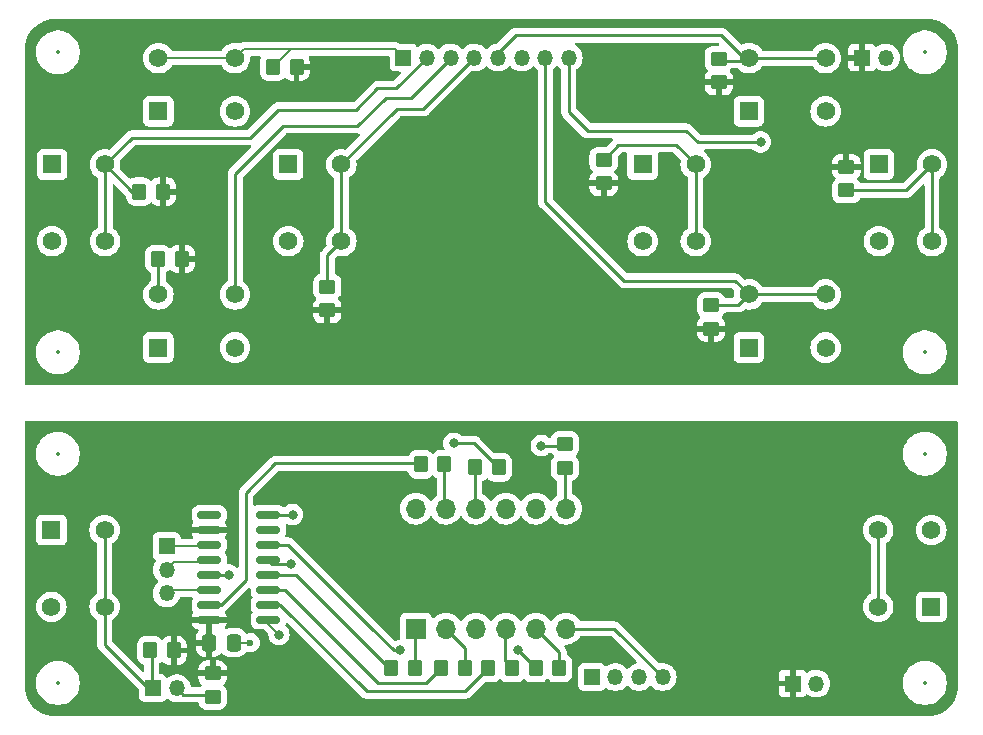
<source format=gtl>
%TF.GenerationSoftware,KiCad,Pcbnew,8.0.4*%
%TF.CreationDate,2024-08-07T19:34:08-04:00*%
%TF.ProjectId,button_board,62757474-6f6e-45f6-926f-6172642e6b69,rev?*%
%TF.SameCoordinates,Original*%
%TF.FileFunction,Copper,L1,Top*%
%TF.FilePolarity,Positive*%
%FSLAX46Y46*%
G04 Gerber Fmt 4.6, Leading zero omitted, Abs format (unit mm)*
G04 Created by KiCad (PCBNEW 8.0.4) date 2024-08-07 19:34:08*
%MOMM*%
%LPD*%
G01*
G04 APERTURE LIST*
G04 Aperture macros list*
%AMRoundRect*
0 Rectangle with rounded corners*
0 $1 Rounding radius*
0 $2 $3 $4 $5 $6 $7 $8 $9 X,Y pos of 4 corners*
0 Add a 4 corners polygon primitive as box body*
4,1,4,$2,$3,$4,$5,$6,$7,$8,$9,$2,$3,0*
0 Add four circle primitives for the rounded corners*
1,1,$1+$1,$2,$3*
1,1,$1+$1,$4,$5*
1,1,$1+$1,$6,$7*
1,1,$1+$1,$8,$9*
0 Add four rect primitives between the rounded corners*
20,1,$1+$1,$2,$3,$4,$5,0*
20,1,$1+$1,$4,$5,$6,$7,0*
20,1,$1+$1,$6,$7,$8,$9,0*
20,1,$1+$1,$8,$9,$2,$3,0*%
G04 Aperture macros list end*
%TA.AperFunction,SMDPad,CuDef*%
%ADD10RoundRect,0.250000X-0.337500X-0.475000X0.337500X-0.475000X0.337500X0.475000X-0.337500X0.475000X0*%
%TD*%
%TA.AperFunction,SMDPad,CuDef*%
%ADD11RoundRect,0.250000X-0.450000X0.350000X-0.450000X-0.350000X0.450000X-0.350000X0.450000X0.350000X0*%
%TD*%
%TA.AperFunction,SMDPad,CuDef*%
%ADD12RoundRect,0.250000X-0.350000X-0.450000X0.350000X-0.450000X0.350000X0.450000X-0.350000X0.450000X0*%
%TD*%
%TA.AperFunction,ComponentPad*%
%ADD13R,1.575000X1.575000*%
%TD*%
%TA.AperFunction,ComponentPad*%
%ADD14C,1.575000*%
%TD*%
%TA.AperFunction,SMDPad,CuDef*%
%ADD15RoundRect,0.150000X0.850000X0.150000X-0.850000X0.150000X-0.850000X-0.150000X0.850000X-0.150000X0*%
%TD*%
%TA.AperFunction,ComponentPad*%
%ADD16R,1.700000X1.700000*%
%TD*%
%TA.AperFunction,ComponentPad*%
%ADD17O,1.700000X1.700000*%
%TD*%
%TA.AperFunction,SMDPad,CuDef*%
%ADD18RoundRect,0.250000X0.350000X0.450000X-0.350000X0.450000X-0.350000X-0.450000X0.350000X-0.450000X0*%
%TD*%
%TA.AperFunction,SMDPad,CuDef*%
%ADD19RoundRect,0.250000X0.450000X-0.350000X0.450000X0.350000X-0.450000X0.350000X-0.450000X-0.350000X0*%
%TD*%
%TA.AperFunction,ComponentPad*%
%ADD20R,1.350000X1.350000*%
%TD*%
%TA.AperFunction,ComponentPad*%
%ADD21O,1.350000X1.350000*%
%TD*%
%TA.AperFunction,ViaPad*%
%ADD22C,0.600000*%
%TD*%
%TA.AperFunction,ViaPad*%
%ADD23C,0.800000*%
%TD*%
%TA.AperFunction,Conductor*%
%ADD24C,0.250000*%
%TD*%
%TA.AperFunction,Conductor*%
%ADD25C,0.200000*%
%TD*%
%ADD26C,0.300000*%
%ADD27C,0.350000*%
G04 APERTURE END LIST*
D10*
%TO.P,REF\u002A\u002A,1*%
%TO.N,VDD*%
X113800000Y-128800000D03*
%TO.P,REF\u002A\u002A,2*%
%TO.N,GND*%
X115875000Y-128800000D03*
%TD*%
D11*
%TO.P,R35,1*%
%TO.N,/Press buttons/Button 6*%
X147206000Y-87909000D03*
%TO.P,R35,2*%
%TO.N,VDD*%
X147206000Y-89909000D03*
%TD*%
D12*
%TO.P,R17,1*%
%TO.N,Net-(U4-QC)*%
X137456000Y-130959000D03*
%TO.P,R17,2*%
%TO.N,/Score display/C*%
X139456000Y-130959000D03*
%TD*%
%TO.P,R22,1*%
%TO.N,/Score display/Button 9*%
X108800000Y-129459000D03*
%TO.P,R22,2*%
%TO.N,VDD*%
X110800000Y-129459000D03*
%TD*%
%TO.P,R26,1*%
%TO.N,/Press buttons/Button 1*%
X119206000Y-80059000D03*
%TO.P,R26,2*%
%TO.N,VDD*%
X121206000Y-80059000D03*
%TD*%
D13*
%TO.P,SW9,1,1*%
%TO.N,GND*%
X159506000Y-83809000D03*
D14*
%TO.P,SW9,2,2*%
X166006000Y-83809000D03*
%TO.P,SW9,3,K*%
%TO.N,/Press buttons/Button 5*%
X159506000Y-79309000D03*
%TO.P,SW9,4,A*%
X166006000Y-79309000D03*
%TD*%
D13*
%TO.P,SW10,1,1*%
%TO.N,GND*%
X150506000Y-88309000D03*
D14*
%TO.P,SW10,2,2*%
X150506000Y-94809000D03*
%TO.P,SW10,3,K*%
%TO.N,/Press buttons/Button 6*%
X155006000Y-88309000D03*
%TO.P,SW10,4,A*%
X155006000Y-94809000D03*
%TD*%
D11*
%TO.P,R36,1*%
%TO.N,/Press buttons/Button 7*%
X156306000Y-100209000D03*
%TO.P,R36,2*%
%TO.N,VDD*%
X156306000Y-102209000D03*
%TD*%
D13*
%TO.P,SW5,1,1*%
%TO.N,GND*%
X109506000Y-83809000D03*
D14*
%TO.P,SW5,2,2*%
X116006000Y-83809000D03*
%TO.P,SW5,3,K*%
%TO.N,/Press buttons/Button 1*%
X109506000Y-79309000D03*
%TO.P,SW5,4,A*%
X116006000Y-79309000D03*
%TD*%
D13*
%TO.P,SW12,1,1*%
%TO.N,GND*%
X170506000Y-88309000D03*
D14*
%TO.P,SW12,2,2*%
X170506000Y-94809000D03*
%TO.P,SW12,3,K*%
%TO.N,/Press buttons/Button 8*%
X175006000Y-88309000D03*
%TO.P,SW12,4,A*%
X175006000Y-94809000D03*
%TD*%
D15*
%TO.P,U4,1,QB*%
%TO.N,Net-(U4-QB)*%
X118821000Y-126854000D03*
%TO.P,U4,2,QC*%
%TO.N,Net-(U4-QC)*%
X118821000Y-125584000D03*
%TO.P,U4,3,QD*%
%TO.N,Net-(U4-QD)*%
X118821000Y-124314000D03*
%TO.P,U4,4,QE*%
%TO.N,Net-(U4-QE)*%
X118821000Y-123044000D03*
%TO.P,U4,5,QF*%
%TO.N,Net-(U4-QF)*%
X118821000Y-121774000D03*
%TO.P,U4,6,QG*%
%TO.N,Net-(U4-QG)*%
X118821000Y-120504000D03*
%TO.P,U4,7,QH*%
%TO.N,unconnected-(U4-QH-Pad7)*%
X118821000Y-119234000D03*
%TO.P,U4,8,GND*%
%TO.N,GND*%
X118821000Y-117964000D03*
%TO.P,U4,9,QH'*%
%TO.N,unconnected-(U4-QH'-Pad9)*%
X113821000Y-117964000D03*
%TO.P,U4,10,~{SRCLR}*%
%TO.N,VDD*%
X113821000Y-119234000D03*
%TO.P,U4,11,SRCLK*%
%TO.N,Score clk*%
X113821000Y-120504000D03*
%TO.P,U4,12,RCLK*%
%TO.N,Score latch*%
X113821000Y-121774000D03*
%TO.P,U4,13,~{OE}*%
%TO.N,GND*%
X113821000Y-123044000D03*
%TO.P,U4,14,SER*%
%TO.N,Score data*%
X113821000Y-124314000D03*
%TO.P,U4,15,QA*%
%TO.N,Net-(U4-QA)*%
X113821000Y-125584000D03*
%TO.P,U4,16,VCC*%
%TO.N,VDD*%
X113821000Y-126854000D03*
%TD*%
D16*
%TO.P,U5,1,e*%
%TO.N,/Score display/E*%
X131306000Y-127609000D03*
D17*
%TO.P,U5,2,d*%
%TO.N,/Score display/D*%
X133846000Y-127609000D03*
%TO.P,U5,3,DPX*%
%TO.N,unconnected-(U5-DPX-Pad3)*%
X136386000Y-127609000D03*
%TO.P,U5,4,c*%
%TO.N,/Score display/C*%
X138926000Y-127609000D03*
%TO.P,U5,5,g*%
%TO.N,/Score display/G*%
X141466000Y-127609000D03*
%TO.P,U5,6,CA4*%
%TO.N,Multiplex 4*%
X144006000Y-127609000D03*
%TO.P,U5,7,b*%
%TO.N,/Score display/B*%
X144011000Y-117449000D03*
%TO.P,U5,8,CA3*%
%TO.N,Multiplex 3*%
X141471000Y-117449000D03*
%TO.P,U5,9,CA2*%
%TO.N,Multiplex 2*%
X138931000Y-117449000D03*
%TO.P,U5,10,f*%
%TO.N,/Score display/F*%
X136391000Y-117449000D03*
%TO.P,U5,11,a*%
%TO.N,/Score display/A*%
X133851000Y-117449000D03*
%TO.P,U5,12,CA1*%
%TO.N,Multiplex 1*%
X131311000Y-117449000D03*
%TD*%
D18*
%TO.P,R20,1*%
%TO.N,/Score display/E*%
X131221000Y-130959000D03*
%TO.P,R20,2*%
%TO.N,Net-(U4-QE)*%
X129221000Y-130959000D03*
%TD*%
D13*
%TO.P,SW3,1,1*%
%TO.N,GND*%
X100456000Y-119259000D03*
D14*
%TO.P,SW3,2,2*%
X100456000Y-125759000D03*
%TO.P,SW3,3,K*%
%TO.N,/Score display/Button 9*%
X104956000Y-119259000D03*
%TO.P,SW3,4,A*%
X104956000Y-125759000D03*
%TD*%
D13*
%TO.P,SW4,1,1*%
%TO.N,GND*%
X174956000Y-125759000D03*
D14*
%TO.P,SW4,2,2*%
X174956000Y-119259000D03*
%TO.P,SW4,3,K*%
%TO.N,/Score display/Button 10*%
X170456000Y-125759000D03*
%TO.P,SW4,4,A*%
X170456000Y-119259000D03*
%TD*%
D19*
%TO.P,R37,1*%
%TO.N,/Press buttons/Button 8*%
X167756000Y-90509000D03*
%TO.P,R37,2*%
%TO.N,VDD*%
X167756000Y-88509000D03*
%TD*%
D12*
%TO.P,R27,1*%
%TO.N,/Press buttons/Button 2*%
X107906000Y-90609000D03*
%TO.P,R27,2*%
%TO.N,VDD*%
X109906000Y-90609000D03*
%TD*%
D18*
%TO.P,R18,1*%
%TO.N,/Score display/G*%
X143456000Y-130959000D03*
%TO.P,R18,2*%
%TO.N,Net-(U4-QG)*%
X141456000Y-130959000D03*
%TD*%
D20*
%TO.P,J10,1,Pin_1*%
%TO.N,VDD*%
X169106000Y-79259000D03*
D21*
%TO.P,J10,2,Pin_2*%
%TO.N,GND*%
X171106000Y-79259000D03*
%TD*%
D19*
%TO.P,R23,1*%
%TO.N,/Score display/Button 10*%
X114100000Y-133400000D03*
%TO.P,R23,2*%
%TO.N,VDD*%
X114100000Y-131400000D03*
%TD*%
D20*
%TO.P,J11,1,Pin_1*%
%TO.N,/Press buttons/Button 1*%
X130256000Y-79259000D03*
D21*
%TO.P,J11,2,Pin_2*%
%TO.N,/Press buttons/Button 2*%
X132256000Y-79259000D03*
%TO.P,J11,3,Pin_3*%
%TO.N,/Press buttons/Button 3*%
X134256000Y-79259000D03*
%TO.P,J11,4,Pin_4*%
%TO.N,/Press buttons/Button 4*%
X136256000Y-79259000D03*
%TO.P,J11,5,Pin_5*%
%TO.N,/Press buttons/Button 5*%
X138256000Y-79259000D03*
%TO.P,J11,6,Pin_6*%
%TO.N,/Press buttons/Button 6*%
X140256000Y-79259000D03*
%TO.P,J11,7,Pin_7*%
%TO.N,/Press buttons/Button 7*%
X142256000Y-79259000D03*
%TO.P,J11,8,Pin_8*%
%TO.N,/Press buttons/Button 8*%
X144256000Y-79259000D03*
%TD*%
D11*
%TO.P,R29,1*%
%TO.N,/Press buttons/Button 4*%
X123806000Y-98659000D03*
%TO.P,R29,2*%
%TO.N,VDD*%
X123806000Y-100659000D03*
%TD*%
D13*
%TO.P,SW11,1,1*%
%TO.N,GND*%
X159506000Y-103809000D03*
D14*
%TO.P,SW11,2,2*%
X166006000Y-103809000D03*
%TO.P,SW11,3,K*%
%TO.N,/Press buttons/Button 7*%
X159506000Y-99309000D03*
%TO.P,SW11,4,A*%
X166006000Y-99309000D03*
%TD*%
D13*
%TO.P,SW8,1,1*%
%TO.N,GND*%
X120506000Y-88309000D03*
D14*
%TO.P,SW8,2,2*%
X120506000Y-94809000D03*
%TO.P,SW8,3,K*%
%TO.N,/Press buttons/Button 4*%
X125006000Y-88309000D03*
%TO.P,SW8,4,A*%
X125006000Y-94809000D03*
%TD*%
D20*
%TO.P,J9,1,Pin_1*%
%TO.N,/Score display/Button 9*%
X109071000Y-132659000D03*
D21*
%TO.P,J9,2,Pin_2*%
%TO.N,/Score display/Button 10*%
X111071000Y-132659000D03*
%TD*%
D13*
%TO.P,SW7,1,1*%
%TO.N,GND*%
X109506000Y-103809000D03*
D14*
%TO.P,SW7,2,2*%
X116006000Y-103809000D03*
%TO.P,SW7,3,K*%
%TO.N,/Press buttons/Button 3*%
X109506000Y-99309000D03*
%TO.P,SW7,4,A*%
X116006000Y-99309000D03*
%TD*%
D13*
%TO.P,SW6,1,1*%
%TO.N,GND*%
X100506000Y-88309000D03*
D14*
%TO.P,SW6,2,2*%
X100506000Y-94809000D03*
%TO.P,SW6,3,K*%
%TO.N,/Press buttons/Button 2*%
X105006000Y-88309000D03*
%TO.P,SW6,4,A*%
X105006000Y-94809000D03*
%TD*%
D20*
%TO.P,J6,1,Pin_1*%
%TO.N,VDD*%
X163206000Y-132259000D03*
D21*
%TO.P,J6,2,Pin_2*%
%TO.N,GND*%
X165206000Y-132259000D03*
%TD*%
D12*
%TO.P,R15,1*%
%TO.N,Net-(U4-QA)*%
X131721000Y-113709000D03*
%TO.P,R15,2*%
%TO.N,/Score display/A*%
X133721000Y-113709000D03*
%TD*%
%TO.P,R28,1*%
%TO.N,/Press buttons/Button 3*%
X109506000Y-96309000D03*
%TO.P,R28,2*%
%TO.N,VDD*%
X111506000Y-96309000D03*
%TD*%
D11*
%TO.P,R16,1*%
%TO.N,Net-(U4-QB)*%
X143921004Y-111989000D03*
%TO.P,R16,2*%
%TO.N,/Score display/B*%
X143921004Y-113989000D03*
%TD*%
D18*
%TO.P,R21,1*%
%TO.N,/Score display/D*%
X135456000Y-130959000D03*
%TO.P,R21,2*%
%TO.N,Net-(U4-QD)*%
X133456000Y-130959000D03*
%TD*%
D12*
%TO.P,R19,1*%
%TO.N,/Score display/F*%
X136356000Y-113959000D03*
%TO.P,R19,2*%
%TO.N,Net-(U4-QF)*%
X138356000Y-113959000D03*
%TD*%
D20*
%TO.P,J7,1,Pin_1*%
%TO.N,Multiplex 1*%
X146206000Y-131709000D03*
D21*
%TO.P,J7,2,Pin_2*%
%TO.N,Multiplex 2*%
X148206000Y-131709000D03*
%TO.P,J7,3,Pin_3*%
%TO.N,Multiplex 3*%
X150206000Y-131709000D03*
%TO.P,J7,4,Pin_4*%
%TO.N,Multiplex 4*%
X152206000Y-131709000D03*
%TD*%
D20*
%TO.P,J8,1,Pin_1*%
%TO.N,Score clk*%
X110206000Y-120609000D03*
D21*
%TO.P,J8,2,Pin_2*%
%TO.N,Score latch*%
X110206000Y-122609000D03*
%TO.P,J8,3,Pin_3*%
%TO.N,Score data*%
X110206000Y-124609000D03*
%TD*%
D11*
%TO.P,R34,1*%
%TO.N,/Press buttons/Button 5*%
X156956000Y-79359000D03*
%TO.P,R34,2*%
%TO.N,VDD*%
X156956000Y-81359000D03*
%TD*%
D22*
%TO.N,GND*%
X117300000Y-128800000D03*
D23*
X120871000Y-117959000D03*
X115446000Y-123059000D03*
%TO.N,Net-(U4-QB)*%
X119721000Y-128109000D03*
X141921000Y-112109000D03*
%TO.N,Net-(U4-QG)*%
X139956000Y-129459000D03*
X129956000Y-129459000D03*
%TO.N,Net-(U4-QF)*%
X134521000Y-111909000D03*
X120703000Y-122122000D03*
%TO.N,/Press buttons/Button 8*%
X160506000Y-86409000D03*
%TD*%
D24*
%TO.N,/Score display/Button 10*%
X111612000Y-133200000D02*
X111071000Y-132659000D01*
X113900000Y-133200000D02*
X111612000Y-133200000D01*
X114100000Y-133400000D02*
X113900000Y-133200000D01*
D25*
%TO.N,GND*%
X115875000Y-128800000D02*
X117300000Y-128800000D01*
%TO.N,VDD*%
X113800000Y-128800000D02*
X113800000Y-126875000D01*
X113800000Y-126875000D02*
X113821000Y-126854000D01*
D24*
%TO.N,GND*%
X118821000Y-117964000D02*
X120866000Y-117964000D01*
X115431000Y-123044000D02*
X115446000Y-123059000D01*
X120866000Y-117964000D02*
X120871000Y-117959000D01*
X113821000Y-123044000D02*
X115431000Y-123044000D01*
D25*
%TO.N,VDD*%
X113832500Y-126865500D02*
X113821000Y-126854000D01*
D24*
%TO.N,Multiplex 4*%
X144006000Y-127609000D02*
X148106000Y-127609000D01*
X148106000Y-127609000D02*
X152206000Y-131709000D01*
%TO.N,/Score display/A*%
X133721004Y-113989000D02*
X133721000Y-113989004D01*
X133721000Y-113989004D02*
X133721000Y-117404000D01*
X133721000Y-117404000D02*
X133766000Y-117449000D01*
%TO.N,Net-(U4-QA)*%
X114820999Y-125584000D02*
X116937000Y-123467999D01*
X116937000Y-123467999D02*
X116937000Y-116093000D01*
D25*
X114651004Y-125779000D02*
X113921004Y-125779000D01*
D24*
X113821000Y-125584000D02*
X114820999Y-125584000D01*
X119421000Y-113609000D02*
X131621000Y-113609000D01*
X131621000Y-113609000D02*
X131721000Y-113709000D01*
X116937000Y-116093000D02*
X119421000Y-113609000D01*
%TO.N,/Score display/B*%
X143921000Y-117444000D02*
X143926000Y-117449000D01*
X143921004Y-113989000D02*
X143921000Y-113989004D01*
X143921000Y-113989004D02*
X143921000Y-117444000D01*
%TO.N,Net-(U4-QB)*%
X141921000Y-112109000D02*
X143801004Y-112109000D01*
D25*
X118821000Y-126854000D02*
X118821000Y-127209000D01*
X118821000Y-127209000D02*
X119721000Y-128109000D01*
D24*
X143801004Y-112109000D02*
X143921004Y-111989000D01*
%TO.N,/Score display/C*%
X138821000Y-127629000D02*
X138841000Y-127609000D01*
X138821000Y-130324000D02*
X138821000Y-127629000D01*
X139456000Y-130959000D02*
X138821000Y-130324000D01*
%TO.N,Net-(U4-QC)*%
X119820999Y-125584000D02*
X118821000Y-125584000D01*
X127145999Y-132909000D02*
X119820999Y-125584000D01*
X135506000Y-132909000D02*
X127145999Y-132909000D01*
X137456000Y-130959000D02*
X135506000Y-132909000D01*
%TO.N,Net-(U4-QG)*%
X129456000Y-129459000D02*
X129956000Y-129459000D01*
X139956000Y-129459000D02*
X141456000Y-130959000D01*
X127456000Y-127459000D02*
X129456000Y-129459000D01*
X120501000Y-120504000D02*
X127456000Y-127459000D01*
X118821000Y-120504000D02*
X120501000Y-120504000D01*
%TO.N,/Score display/G*%
X143456000Y-129599000D02*
X141466000Y-127609000D01*
X143456000Y-130959000D02*
X143456000Y-129599000D01*
%TO.N,Net-(U4-QF)*%
X134521000Y-111909000D02*
X136241004Y-111909000D01*
X120703000Y-122122000D02*
X119169000Y-122122000D01*
X119169000Y-122122000D02*
X118821000Y-121774000D01*
X136241004Y-111909000D02*
X138291004Y-113959000D01*
X138291004Y-113959000D02*
X138356000Y-113959000D01*
%TO.N,/Score display/F*%
X136321004Y-113989000D02*
X136306000Y-114004004D01*
X136306000Y-114004004D02*
X136306000Y-117449000D01*
%TO.N,Net-(U4-QE)*%
X121156000Y-123044000D02*
X118821000Y-123044000D01*
X129071000Y-130959000D02*
X121156000Y-123044000D01*
X129221000Y-130959000D02*
X129071000Y-130959000D01*
%TO.N,/Score display/E*%
X131221000Y-127609000D02*
X131221000Y-130989000D01*
%TO.N,/Score display/D*%
X135456000Y-129219000D02*
X133846000Y-127609000D01*
X133821000Y-127669000D02*
X133761000Y-127609000D01*
X135456000Y-130959000D02*
X135456000Y-129219000D01*
%TO.N,Net-(U4-QD)*%
X120226000Y-124314000D02*
X118821000Y-124314000D01*
X128121000Y-132209000D02*
X120226000Y-124314000D01*
X133456000Y-130959000D02*
X132206000Y-132209000D01*
X132206000Y-132209000D02*
X128121000Y-132209000D01*
D25*
%TO.N,Score latch*%
X113821000Y-121774000D02*
X113006000Y-121774000D01*
X110856000Y-121959000D02*
X110206000Y-122609000D01*
X112821000Y-121959000D02*
X110856000Y-121959000D01*
X113006000Y-121774000D02*
X112821000Y-121959000D01*
%TO.N,Score data*%
X110501000Y-124314000D02*
X110206000Y-124609000D01*
X113821000Y-124314000D02*
X110501000Y-124314000D01*
%TO.N,Score clk*%
X112716001Y-120609000D02*
X110206000Y-120609000D01*
X112821001Y-120504000D02*
X112716001Y-120609000D01*
X113821000Y-120504000D02*
X112821001Y-120504000D01*
D24*
%TO.N,/Score display/Button 9*%
X108956000Y-129615000D02*
X108956000Y-132544000D01*
X108956000Y-132544000D02*
X109071000Y-132659000D01*
X108656000Y-132659000D02*
X104956000Y-128959000D01*
X104956000Y-128959000D02*
X104956000Y-125759000D01*
X109071000Y-132659000D02*
X108656000Y-132659000D01*
X104956000Y-119259000D02*
X104956000Y-125759000D01*
X108800000Y-129459000D02*
X108956000Y-129615000D01*
%TO.N,/Score display/Button 10*%
X170456000Y-119259000D02*
X170456000Y-125759000D01*
D25*
%TO.N,/Press buttons/Button 1*%
X119206000Y-80059000D02*
X120743500Y-78521500D01*
X129518500Y-78521500D02*
X130256000Y-79259000D01*
X116006000Y-79309000D02*
X116793500Y-78521500D01*
X120743500Y-78521500D02*
X120870000Y-78521500D01*
X116793500Y-78521500D02*
X120870000Y-78521500D01*
X109506000Y-79309000D02*
X116006000Y-79309000D01*
X120870000Y-78521500D02*
X129518500Y-78521500D01*
D24*
%TO.N,/Press buttons/Button 2*%
X107806000Y-90609000D02*
X107306000Y-90609000D01*
X129656000Y-81859000D02*
X132256000Y-79259000D01*
X105006000Y-88309000D02*
X105006000Y-94809000D01*
X119656000Y-83659000D02*
X126256000Y-83659000D01*
X107306000Y-90609000D02*
X105006000Y-88309000D01*
X126256000Y-83659000D02*
X128056000Y-81859000D01*
X117256000Y-86059000D02*
X119656000Y-83659000D01*
X107256000Y-86059000D02*
X117256000Y-86059000D01*
X105006000Y-88309000D02*
X107256000Y-86059000D01*
X128056000Y-81859000D02*
X129656000Y-81859000D01*
%TO.N,/Press buttons/Button 3*%
X128756000Y-82659000D02*
X130856000Y-82659000D01*
X130856000Y-82659000D02*
X134256000Y-79259000D01*
X120056000Y-85059000D02*
X126356000Y-85059000D01*
X126356000Y-85059000D02*
X128756000Y-82659000D01*
X116006000Y-99309000D02*
X116006000Y-89109000D01*
X116006000Y-89109000D02*
X120056000Y-85059000D01*
X109506000Y-96309000D02*
X109506000Y-99309000D01*
%TO.N,/Press buttons/Button 4*%
X125006000Y-94809000D02*
X125006000Y-88309000D01*
X131915000Y-83600000D02*
X136256000Y-79259000D01*
X125006000Y-88309000D02*
X129715000Y-83600000D01*
X123806000Y-98659000D02*
X123806000Y-96009000D01*
X129715000Y-83600000D02*
X131915000Y-83600000D01*
X123806000Y-96009000D02*
X125006000Y-94809000D01*
%TO.N,/Press buttons/Button 6*%
X153356000Y-86659000D02*
X155006000Y-88309000D01*
X155006000Y-88309000D02*
X155006000Y-94809000D01*
X148456000Y-86659000D02*
X153356000Y-86659000D01*
X147206000Y-87909000D02*
X148456000Y-86659000D01*
%TO.N,/Press buttons/Button 7*%
X148956000Y-98159000D02*
X158356000Y-98159000D01*
X156306000Y-100209000D02*
X158606000Y-100209000D01*
X142256000Y-91459000D02*
X148956000Y-98159000D01*
X159506000Y-99309000D02*
X166006000Y-99309000D01*
X158356000Y-98159000D02*
X159506000Y-99309000D01*
X142256000Y-79259000D02*
X142256000Y-91459000D01*
X158606000Y-100209000D02*
X159506000Y-99309000D01*
%TO.N,/Press buttons/Button 8*%
X160506000Y-86409000D02*
X155156000Y-86409000D01*
X155156000Y-86409000D02*
X154206000Y-85459000D01*
X145856000Y-85459000D02*
X144256000Y-83859000D01*
X144256000Y-83859000D02*
X144256000Y-79259000D01*
X167606000Y-90509000D02*
X172806000Y-90509000D01*
X175006000Y-88309000D02*
X175006000Y-94809000D01*
X154206000Y-85459000D02*
X145856000Y-85459000D01*
X172806000Y-90509000D02*
X175006000Y-88309000D01*
%TO.N,/Press buttons/Button 5*%
X157106000Y-79509000D02*
X159306000Y-79509000D01*
X159306000Y-79509000D02*
X159506000Y-79309000D01*
X159506000Y-79309000D02*
X166006000Y-79309000D01*
X157156000Y-77359000D02*
X159106000Y-79309000D01*
X156956000Y-79359000D02*
X157106000Y-79509000D01*
X139756000Y-77359000D02*
X157156000Y-77359000D01*
X137856000Y-79259000D02*
X139756000Y-77359000D01*
%TD*%
%TA.AperFunction,Conductor*%
%TO.N,VDD*%
G36*
X112586402Y-110009382D02*
G01*
X112587902Y-110009500D01*
X112587908Y-110009500D01*
X134824098Y-110009500D01*
X134825598Y-110009382D01*
X134835321Y-110009000D01*
X140576679Y-110009000D01*
X140586402Y-110009382D01*
X140587902Y-110009500D01*
X140587908Y-110009500D01*
X162830098Y-110009500D01*
X162831598Y-110009382D01*
X162841321Y-110009000D01*
X167576679Y-110009000D01*
X167586402Y-110009382D01*
X167587902Y-110009500D01*
X167587908Y-110009500D01*
X167640108Y-110009500D01*
X177081500Y-110009500D01*
X177148539Y-110029185D01*
X177194294Y-110081989D01*
X177205500Y-110133500D01*
X177205500Y-132505245D01*
X177205274Y-132512732D01*
X177187728Y-132802794D01*
X177185923Y-132817659D01*
X177134219Y-133099798D01*
X177130635Y-133114336D01*
X177045306Y-133388167D01*
X177039997Y-133402168D01*
X176922275Y-133663736D01*
X176915316Y-133676995D01*
X176766928Y-133922459D01*
X176758422Y-133934782D01*
X176581526Y-134160573D01*
X176571596Y-134171781D01*
X176368781Y-134374596D01*
X176357573Y-134384526D01*
X176131782Y-134561422D01*
X176119459Y-134569928D01*
X175873995Y-134718316D01*
X175860736Y-134725275D01*
X175599168Y-134842997D01*
X175585167Y-134848306D01*
X175311336Y-134933635D01*
X175296798Y-134937219D01*
X175014659Y-134988923D01*
X174999794Y-134990728D01*
X174709736Y-135008274D01*
X174702249Y-135008500D01*
X100709751Y-135008500D01*
X100702264Y-135008274D01*
X100412205Y-134990728D01*
X100397340Y-134988923D01*
X100115201Y-134937219D01*
X100100663Y-134933635D01*
X99826832Y-134848306D01*
X99812831Y-134842997D01*
X99551263Y-134725275D01*
X99538004Y-134718316D01*
X99292540Y-134569928D01*
X99280217Y-134561422D01*
X99054426Y-134384526D01*
X99043218Y-134374596D01*
X98840403Y-134171781D01*
X98830473Y-134160573D01*
X98653573Y-133934776D01*
X98645075Y-133922465D01*
X98496680Y-133676989D01*
X98489727Y-133663743D01*
X98372000Y-133402163D01*
X98366693Y-133388167D01*
X98364731Y-133381872D01*
X98281363Y-133114335D01*
X98277780Y-133099798D01*
X98240653Y-132897203D01*
X98226075Y-132817657D01*
X98224271Y-132802794D01*
X98206726Y-132512732D01*
X98206500Y-132505245D01*
X98206500Y-132087711D01*
X99155500Y-132087711D01*
X99155500Y-132330288D01*
X99187161Y-132570785D01*
X99249947Y-132805104D01*
X99342773Y-133029205D01*
X99342777Y-133029214D01*
X99349801Y-133041379D01*
X99464064Y-133239289D01*
X99464066Y-133239292D01*
X99464067Y-133239293D01*
X99611733Y-133431736D01*
X99611739Y-133431743D01*
X99783256Y-133603260D01*
X99783263Y-133603266D01*
X99870984Y-133670576D01*
X99975711Y-133750936D01*
X100185788Y-133872224D01*
X100409900Y-133965054D01*
X100644211Y-134027838D01*
X100824586Y-134051584D01*
X100884711Y-134059500D01*
X100884712Y-134059500D01*
X101127289Y-134059500D01*
X101175388Y-134053167D01*
X101367789Y-134027838D01*
X101602100Y-133965054D01*
X101826212Y-133872224D01*
X102036289Y-133750936D01*
X102228738Y-133603265D01*
X102400265Y-133431738D01*
X102547936Y-133239289D01*
X102669224Y-133029212D01*
X102762054Y-132805100D01*
X102824838Y-132570789D01*
X102856500Y-132330288D01*
X102856500Y-132087712D01*
X102824838Y-131847211D01*
X102762054Y-131612900D01*
X102669224Y-131388788D01*
X102547936Y-131178711D01*
X102480175Y-131090403D01*
X102400266Y-130986263D01*
X102400260Y-130986256D01*
X102228743Y-130814739D01*
X102228736Y-130814733D01*
X102036293Y-130667067D01*
X102036292Y-130667066D01*
X102036289Y-130667064D01*
X101833788Y-130550150D01*
X101826214Y-130545777D01*
X101826205Y-130545773D01*
X101602104Y-130452947D01*
X101367785Y-130390161D01*
X101127289Y-130358500D01*
X101127288Y-130358500D01*
X100884712Y-130358500D01*
X100884711Y-130358500D01*
X100644214Y-130390161D01*
X100409895Y-130452947D01*
X100185794Y-130545773D01*
X100185785Y-130545777D01*
X99975706Y-130667067D01*
X99783263Y-130814733D01*
X99783256Y-130814739D01*
X99611739Y-130986256D01*
X99611733Y-130986263D01*
X99464067Y-131178706D01*
X99342777Y-131388785D01*
X99342773Y-131388794D01*
X99249947Y-131612895D01*
X99187161Y-131847214D01*
X99155500Y-132087711D01*
X98206500Y-132087711D01*
X98206500Y-125758997D01*
X99163080Y-125758997D01*
X99163080Y-125759002D01*
X99182721Y-125983507D01*
X99182722Y-125983514D01*
X99241051Y-126201200D01*
X99241055Y-126201211D01*
X99294210Y-126315202D01*
X99336298Y-126405460D01*
X99465566Y-126590073D01*
X99624927Y-126749434D01*
X99809540Y-126878702D01*
X99863891Y-126904046D01*
X100013788Y-126973944D01*
X100013790Y-126973944D01*
X100013795Y-126973947D01*
X100231487Y-127032278D01*
X100391853Y-127046308D01*
X100455998Y-127051920D01*
X100456000Y-127051920D01*
X100456002Y-127051920D01*
X100512260Y-127046998D01*
X100680513Y-127032278D01*
X100898205Y-126973947D01*
X101102460Y-126878702D01*
X101287073Y-126749434D01*
X101446434Y-126590073D01*
X101575702Y-126405460D01*
X101670947Y-126201205D01*
X101729278Y-125983513D01*
X101748920Y-125759000D01*
X101729278Y-125534487D01*
X101670947Y-125316795D01*
X101575702Y-125112540D01*
X101446434Y-124927927D01*
X101287073Y-124768566D01*
X101102460Y-124639298D01*
X101102456Y-124639296D01*
X100898211Y-124544055D01*
X100898200Y-124544051D01*
X100680514Y-124485722D01*
X100680507Y-124485721D01*
X100456002Y-124466080D01*
X100455998Y-124466080D01*
X100231492Y-124485721D01*
X100231485Y-124485722D01*
X100013799Y-124544051D01*
X100013788Y-124544055D01*
X99809543Y-124639296D01*
X99809533Y-124639302D01*
X99624926Y-124768566D01*
X99465566Y-124927926D01*
X99336302Y-125112533D01*
X99336296Y-125112543D01*
X99241055Y-125316788D01*
X99241051Y-125316799D01*
X99182722Y-125534485D01*
X99182721Y-125534492D01*
X99163080Y-125758997D01*
X98206500Y-125758997D01*
X98206500Y-118423635D01*
X99168000Y-118423635D01*
X99168000Y-120094370D01*
X99168001Y-120094376D01*
X99174408Y-120153983D01*
X99224702Y-120288828D01*
X99224706Y-120288835D01*
X99310952Y-120404044D01*
X99310955Y-120404047D01*
X99426164Y-120490293D01*
X99426171Y-120490297D01*
X99561017Y-120540591D01*
X99561016Y-120540591D01*
X99567944Y-120541335D01*
X99620627Y-120547000D01*
X101291372Y-120546999D01*
X101350983Y-120540591D01*
X101485831Y-120490296D01*
X101601046Y-120404046D01*
X101687296Y-120288831D01*
X101737591Y-120153983D01*
X101744000Y-120094373D01*
X101743999Y-119258997D01*
X103663080Y-119258997D01*
X103663080Y-119259002D01*
X103682721Y-119483507D01*
X103682722Y-119483514D01*
X103741051Y-119701200D01*
X103741055Y-119701211D01*
X103836296Y-119905456D01*
X103836302Y-119905466D01*
X103891233Y-119983915D01*
X103965566Y-120090073D01*
X104124927Y-120249434D01*
X104277625Y-120356355D01*
X104321249Y-120410930D01*
X104330500Y-120457928D01*
X104330500Y-124560071D01*
X104310815Y-124627110D01*
X104277624Y-124661645D01*
X104124926Y-124768566D01*
X103965566Y-124927926D01*
X103836302Y-125112533D01*
X103836296Y-125112543D01*
X103741055Y-125316788D01*
X103741051Y-125316799D01*
X103682722Y-125534485D01*
X103682721Y-125534492D01*
X103663080Y-125758997D01*
X103663080Y-125759002D01*
X103682721Y-125983507D01*
X103682722Y-125983514D01*
X103741051Y-126201200D01*
X103741055Y-126201211D01*
X103794210Y-126315202D01*
X103836298Y-126405460D01*
X103965566Y-126590073D01*
X104124927Y-126749434D01*
X104277625Y-126856355D01*
X104321249Y-126910930D01*
X104330500Y-126957928D01*
X104330500Y-129020610D01*
X104354535Y-129141444D01*
X104354539Y-129141458D01*
X104363344Y-129162715D01*
X104401685Y-129255281D01*
X104433075Y-129302260D01*
X104433077Y-129302262D01*
X104470141Y-129357732D01*
X104470144Y-129357736D01*
X104561586Y-129449178D01*
X104561608Y-129449198D01*
X107859181Y-132746771D01*
X107892666Y-132808094D01*
X107895500Y-132834452D01*
X107895500Y-133381870D01*
X107895501Y-133381876D01*
X107901908Y-133441483D01*
X107952202Y-133576328D01*
X107952206Y-133576335D01*
X108038452Y-133691544D01*
X108038455Y-133691547D01*
X108153664Y-133777793D01*
X108153671Y-133777797D01*
X108288517Y-133828091D01*
X108288516Y-133828091D01*
X108295444Y-133828835D01*
X108348127Y-133834500D01*
X109793872Y-133834499D01*
X109853483Y-133828091D01*
X109988331Y-133777796D01*
X110103546Y-133691546D01*
X110165785Y-133608404D01*
X110221718Y-133566535D01*
X110291410Y-133561551D01*
X110348588Y-133591078D01*
X110359568Y-133601088D01*
X110359570Y-133601089D01*
X110359571Y-133601090D01*
X110544786Y-133715770D01*
X110544792Y-133715773D01*
X110567664Y-133724633D01*
X110747931Y-133794470D01*
X110962074Y-133834500D01*
X110962076Y-133834500D01*
X111179924Y-133834500D01*
X111179926Y-133834500D01*
X111371974Y-133798600D01*
X111423342Y-133801421D01*
X111423571Y-133800274D01*
X111429547Y-133801462D01*
X111429548Y-133801463D01*
X111449597Y-133805451D01*
X111483196Y-133812134D01*
X111550392Y-133825501D01*
X111550394Y-133825501D01*
X111679721Y-133825501D01*
X111679741Y-133825500D01*
X112794846Y-133825500D01*
X112861885Y-133845185D01*
X112907640Y-133897989D01*
X112912552Y-133910496D01*
X112965186Y-134069334D01*
X113057288Y-134218656D01*
X113181344Y-134342712D01*
X113330666Y-134434814D01*
X113497203Y-134489999D01*
X113599991Y-134500500D01*
X114600008Y-134500499D01*
X114600016Y-134500498D01*
X114600019Y-134500498D01*
X114656302Y-134494748D01*
X114702797Y-134489999D01*
X114869334Y-134434814D01*
X115018656Y-134342712D01*
X115142712Y-134218656D01*
X115234814Y-134069334D01*
X115289999Y-133902797D01*
X115300500Y-133800009D01*
X115300499Y-132999992D01*
X115289999Y-132897203D01*
X115234814Y-132730666D01*
X115142712Y-132581344D01*
X115048694Y-132487326D01*
X115015210Y-132426004D01*
X115020194Y-132356312D01*
X115048695Y-132311964D01*
X115142317Y-132218342D01*
X115234356Y-132069124D01*
X115234358Y-132069119D01*
X115289505Y-131902697D01*
X115289506Y-131902690D01*
X115299999Y-131799986D01*
X115300000Y-131799973D01*
X115300000Y-131650000D01*
X112900001Y-131650000D01*
X112900001Y-131799986D01*
X112910494Y-131902697D01*
X112965641Y-132069119D01*
X112965643Y-132069124D01*
X113057684Y-132218345D01*
X113151304Y-132311965D01*
X113184789Y-132373288D01*
X113179805Y-132442980D01*
X113151305Y-132487326D01*
X113100452Y-132538180D01*
X113039129Y-132571666D01*
X113012770Y-132574500D01*
X112356747Y-132574500D01*
X112289708Y-132554815D01*
X112243953Y-132502011D01*
X112233276Y-132461943D01*
X112232525Y-132453836D01*
X112231435Y-132442077D01*
X112171817Y-132232541D01*
X112074712Y-132037528D01*
X111943427Y-131863678D01*
X111938295Y-131859000D01*
X111826996Y-131757537D01*
X111782432Y-131716912D01*
X111782428Y-131716909D01*
X111782423Y-131716906D01*
X111597213Y-131602229D01*
X111597207Y-131602226D01*
X111512113Y-131569260D01*
X111394069Y-131523530D01*
X111179926Y-131483500D01*
X110962074Y-131483500D01*
X110747931Y-131523530D01*
X110704896Y-131540202D01*
X110544792Y-131602226D01*
X110544786Y-131602229D01*
X110359565Y-131716913D01*
X110348585Y-131726923D01*
X110285780Y-131757537D01*
X110216393Y-131749336D01*
X110165785Y-131709594D01*
X110139848Y-131674948D01*
X110103546Y-131626454D01*
X110103544Y-131626453D01*
X110103544Y-131626452D01*
X109988335Y-131540206D01*
X109988328Y-131540202D01*
X109853482Y-131489908D01*
X109853483Y-131489908D01*
X109793883Y-131483501D01*
X109793881Y-131483500D01*
X109793873Y-131483500D01*
X109793865Y-131483500D01*
X109705500Y-131483500D01*
X109638461Y-131463815D01*
X109592706Y-131411011D01*
X109581500Y-131359500D01*
X109581500Y-131000013D01*
X112900000Y-131000013D01*
X112900000Y-131150000D01*
X113850000Y-131150000D01*
X114350000Y-131150000D01*
X115299999Y-131150000D01*
X115299999Y-131000028D01*
X115299998Y-131000013D01*
X115289505Y-130897302D01*
X115234358Y-130730880D01*
X115234356Y-130730875D01*
X115142315Y-130581654D01*
X115018345Y-130457684D01*
X114869124Y-130365643D01*
X114869119Y-130365641D01*
X114702697Y-130310494D01*
X114702690Y-130310493D01*
X114599986Y-130300000D01*
X114350000Y-130300000D01*
X114350000Y-131150000D01*
X113850000Y-131150000D01*
X113850000Y-130300000D01*
X113600029Y-130300000D01*
X113600012Y-130300001D01*
X113497302Y-130310494D01*
X113330880Y-130365641D01*
X113330875Y-130365643D01*
X113181654Y-130457684D01*
X113057684Y-130581654D01*
X112965643Y-130730875D01*
X112965641Y-130730880D01*
X112910494Y-130897302D01*
X112910493Y-130897309D01*
X112900000Y-131000013D01*
X109581500Y-131000013D01*
X109581500Y-130590230D01*
X109601185Y-130523191D01*
X109617818Y-130502549D01*
X109618653Y-130501713D01*
X109618656Y-130501712D01*
X109712675Y-130407692D01*
X109773994Y-130374210D01*
X109843686Y-130379194D01*
X109888034Y-130407695D01*
X109981654Y-130501315D01*
X110130875Y-130593356D01*
X110130880Y-130593358D01*
X110297302Y-130648505D01*
X110297309Y-130648506D01*
X110400019Y-130658999D01*
X110549999Y-130658999D01*
X111050000Y-130658999D01*
X111199972Y-130658999D01*
X111199986Y-130658998D01*
X111302697Y-130648505D01*
X111469119Y-130593358D01*
X111469124Y-130593356D01*
X111618345Y-130501315D01*
X111742315Y-130377345D01*
X111834356Y-130228124D01*
X111834358Y-130228119D01*
X111889505Y-130061697D01*
X111889506Y-130061690D01*
X111899999Y-129958986D01*
X111900000Y-129958973D01*
X111900000Y-129709000D01*
X111050000Y-129709000D01*
X111050000Y-130658999D01*
X110549999Y-130658999D01*
X110550000Y-130658998D01*
X110550000Y-129324986D01*
X112712501Y-129324986D01*
X112722994Y-129427697D01*
X112778141Y-129594119D01*
X112778143Y-129594124D01*
X112870184Y-129743345D01*
X112994154Y-129867315D01*
X113143375Y-129959356D01*
X113143380Y-129959358D01*
X113309802Y-130014505D01*
X113309809Y-130014506D01*
X113412519Y-130024999D01*
X113549999Y-130024999D01*
X113550000Y-130024998D01*
X113550000Y-129050000D01*
X112712501Y-129050000D01*
X112712501Y-129324986D01*
X110550000Y-129324986D01*
X110550000Y-129209000D01*
X111050000Y-129209000D01*
X111899999Y-129209000D01*
X111899999Y-128959028D01*
X111899998Y-128959013D01*
X111889505Y-128856302D01*
X111834358Y-128689880D01*
X111834356Y-128689875D01*
X111742315Y-128540654D01*
X111618345Y-128416684D01*
X111469124Y-128324643D01*
X111469119Y-128324641D01*
X111302697Y-128269494D01*
X111302690Y-128269493D01*
X111199986Y-128259000D01*
X111050000Y-128259000D01*
X111050000Y-129209000D01*
X110550000Y-129209000D01*
X110550000Y-128259000D01*
X110400027Y-128259000D01*
X110400012Y-128259001D01*
X110297302Y-128269494D01*
X110130880Y-128324641D01*
X110130875Y-128324643D01*
X109981657Y-128416682D01*
X109888034Y-128510305D01*
X109826710Y-128543789D01*
X109757019Y-128538805D01*
X109712672Y-128510304D01*
X109618657Y-128416289D01*
X109618656Y-128416288D01*
X109469334Y-128324186D01*
X109302797Y-128269001D01*
X109302795Y-128269000D01*
X109200010Y-128258500D01*
X108399998Y-128258500D01*
X108399980Y-128258501D01*
X108297203Y-128269000D01*
X108297200Y-128269001D01*
X108130668Y-128324185D01*
X108130663Y-128324187D01*
X107981342Y-128416289D01*
X107857289Y-128540342D01*
X107765187Y-128689663D01*
X107765185Y-128689668D01*
X107746467Y-128746155D01*
X107710001Y-128856203D01*
X107710001Y-128856204D01*
X107710000Y-128856204D01*
X107699500Y-128958983D01*
X107699500Y-129959001D01*
X107699501Y-129959019D01*
X107710000Y-130061796D01*
X107710001Y-130061799D01*
X107733669Y-130133223D01*
X107765186Y-130228334D01*
X107857288Y-130377656D01*
X107981344Y-130501712D01*
X108130666Y-130593814D01*
X108245505Y-130631868D01*
X108302949Y-130671639D01*
X108329772Y-130736155D01*
X108330500Y-130749573D01*
X108330500Y-131149548D01*
X108310815Y-131216587D01*
X108258011Y-131262342D01*
X108188853Y-131272286D01*
X108125297Y-131243261D01*
X108118819Y-131237229D01*
X105617819Y-128736229D01*
X105584334Y-128674906D01*
X105581500Y-128648548D01*
X105581500Y-127104001D01*
X112323704Y-127104001D01*
X112323899Y-127106486D01*
X112369718Y-127264198D01*
X112453314Y-127405552D01*
X112453321Y-127405561D01*
X112569438Y-127521678D01*
X112569447Y-127521685D01*
X112710803Y-127605282D01*
X112710806Y-127605283D01*
X112827739Y-127639256D01*
X112886625Y-127676862D01*
X112915831Y-127740335D01*
X112906085Y-127809521D01*
X112880828Y-127846010D01*
X112870184Y-127856653D01*
X112778143Y-128005875D01*
X112778141Y-128005880D01*
X112722994Y-128172302D01*
X112722993Y-128172309D01*
X112712500Y-128275013D01*
X112712500Y-128550000D01*
X113550000Y-128550000D01*
X113550000Y-127693308D01*
X114050000Y-127693308D01*
X114050000Y-130024999D01*
X114187472Y-130024999D01*
X114187486Y-130024998D01*
X114290197Y-130014505D01*
X114456619Y-129959358D01*
X114456624Y-129959356D01*
X114605845Y-129867315D01*
X114729818Y-129743342D01*
X114731665Y-129740348D01*
X114733469Y-129738724D01*
X114734298Y-129737677D01*
X114734476Y-129737818D01*
X114783610Y-129693621D01*
X114852573Y-129682396D01*
X114916656Y-129710236D01*
X114942743Y-129740341D01*
X114944788Y-129743656D01*
X115068844Y-129867712D01*
X115218166Y-129959814D01*
X115384703Y-130014999D01*
X115487491Y-130025500D01*
X116262508Y-130025499D01*
X116262516Y-130025498D01*
X116262519Y-130025498D01*
X116318802Y-130019748D01*
X116365297Y-130014999D01*
X116531834Y-129959814D01*
X116681156Y-129867712D01*
X116805212Y-129743656D01*
X116889169Y-129607539D01*
X116941114Y-129560816D01*
X117010077Y-129549593D01*
X117035662Y-129555596D01*
X117120740Y-129585367D01*
X117120750Y-129585369D01*
X117299996Y-129605565D01*
X117300000Y-129605565D01*
X117300004Y-129605565D01*
X117479249Y-129585369D01*
X117479252Y-129585368D01*
X117479255Y-129585368D01*
X117649522Y-129525789D01*
X117802262Y-129429816D01*
X117929816Y-129302262D01*
X118025789Y-129149522D01*
X118085368Y-128979255D01*
X118086243Y-128971490D01*
X118105565Y-128800003D01*
X118105565Y-128799996D01*
X118085369Y-128620750D01*
X118085368Y-128620745D01*
X118077358Y-128597855D01*
X118025789Y-128450478D01*
X117929816Y-128297738D01*
X117802262Y-128170184D01*
X117649523Y-128074211D01*
X117479254Y-128014631D01*
X117479249Y-128014630D01*
X117300004Y-127994435D01*
X117299996Y-127994435D01*
X117120750Y-128014630D01*
X117120742Y-128014632D01*
X117035660Y-128044404D01*
X116965882Y-128047965D01*
X116905254Y-128013236D01*
X116889167Y-127992458D01*
X116844931Y-127920740D01*
X116805212Y-127856344D01*
X116681156Y-127732288D01*
X116550336Y-127651598D01*
X116531836Y-127640187D01*
X116531831Y-127640185D01*
X116484913Y-127624638D01*
X116365297Y-127585001D01*
X116365295Y-127585000D01*
X116262510Y-127574500D01*
X115487498Y-127574500D01*
X115487480Y-127574501D01*
X115384703Y-127585000D01*
X115384696Y-127585002D01*
X115319805Y-127606505D01*
X115249977Y-127608906D01*
X115189935Y-127573175D01*
X115158743Y-127510654D01*
X115166304Y-127441195D01*
X115185305Y-127412811D01*
X115183900Y-127411722D01*
X115188685Y-127405552D01*
X115272281Y-127264198D01*
X115318100Y-127106486D01*
X115318295Y-127104001D01*
X115318295Y-127104000D01*
X114071000Y-127104000D01*
X114071000Y-127624638D01*
X114051315Y-127691677D01*
X114050000Y-127693308D01*
X113550000Y-127693308D01*
X113550000Y-127604362D01*
X113569685Y-127537323D01*
X113571000Y-127535691D01*
X113571000Y-127104000D01*
X112323705Y-127104000D01*
X112323704Y-127104001D01*
X105581500Y-127104001D01*
X105581500Y-126957928D01*
X105601185Y-126890889D01*
X105634372Y-126856356D01*
X105787073Y-126749434D01*
X105946434Y-126590073D01*
X106075702Y-126405460D01*
X106170947Y-126201205D01*
X106229278Y-125983513D01*
X106248920Y-125759000D01*
X106229278Y-125534487D01*
X106170947Y-125316795D01*
X106075702Y-125112540D01*
X105946434Y-124927927D01*
X105787073Y-124768566D01*
X105634376Y-124661645D01*
X105590751Y-124607068D01*
X105581500Y-124560071D01*
X105581500Y-122608999D01*
X109025464Y-122608999D01*
X109025464Y-122609000D01*
X109045564Y-122825918D01*
X109105184Y-123035462D01*
X109202288Y-123230472D01*
X109333574Y-123404324D01*
X109457572Y-123517363D01*
X109493854Y-123577074D01*
X109492093Y-123646922D01*
X109457572Y-123700637D01*
X109333574Y-123813675D01*
X109202288Y-123987527D01*
X109105184Y-124182537D01*
X109045564Y-124392081D01*
X109025464Y-124608999D01*
X109025464Y-124609000D01*
X109045564Y-124825918D01*
X109045564Y-124825920D01*
X109045565Y-124825923D01*
X109091392Y-124986989D01*
X109105184Y-125035462D01*
X109173972Y-125173606D01*
X109202288Y-125230472D01*
X109333573Y-125404322D01*
X109494568Y-125551088D01*
X109494575Y-125551092D01*
X109494576Y-125551093D01*
X109679786Y-125665770D01*
X109679792Y-125665773D01*
X109702664Y-125674633D01*
X109882931Y-125744470D01*
X110097074Y-125784500D01*
X110097076Y-125784500D01*
X110314924Y-125784500D01*
X110314926Y-125784500D01*
X110529069Y-125744470D01*
X110732210Y-125665772D01*
X110917432Y-125551088D01*
X111078427Y-125404322D01*
X111209712Y-125230472D01*
X111306817Y-125035459D01*
X111315607Y-125004564D01*
X111352887Y-124945472D01*
X111416197Y-124915915D01*
X111434873Y-124914500D01*
X112305093Y-124914500D01*
X112372132Y-124934185D01*
X112417887Y-124986989D01*
X112427831Y-125056147D01*
X112411825Y-125101620D01*
X112369257Y-125173599D01*
X112369254Y-125173606D01*
X112323402Y-125331426D01*
X112323401Y-125331432D01*
X112320500Y-125368298D01*
X112320500Y-125799701D01*
X112323401Y-125836567D01*
X112323402Y-125836573D01*
X112369254Y-125994393D01*
X112369255Y-125994396D01*
X112369256Y-125994398D01*
X112452918Y-126135864D01*
X112457702Y-126142031D01*
X112455369Y-126143840D01*
X112482210Y-126192995D01*
X112477226Y-126262687D01*
X112456470Y-126295021D01*
X112458097Y-126296283D01*
X112453313Y-126302449D01*
X112369718Y-126443801D01*
X112323899Y-126601513D01*
X112323704Y-126603998D01*
X112323705Y-126604000D01*
X115318295Y-126604000D01*
X115318295Y-126603998D01*
X115318100Y-126601513D01*
X115272281Y-126443801D01*
X115188685Y-126302447D01*
X115183900Y-126296278D01*
X115186359Y-126294370D01*
X115159789Y-126245711D01*
X115164773Y-126176019D01*
X115185851Y-126143235D01*
X115184298Y-126142031D01*
X115189077Y-126135868D01*
X115189081Y-126135865D01*
X115232278Y-126062820D01*
X115251330Y-126038259D01*
X115306857Y-125982733D01*
X115306858Y-125982731D01*
X115313919Y-125975670D01*
X115313925Y-125975662D01*
X117108819Y-124180769D01*
X117170142Y-124147284D01*
X117239834Y-124152268D01*
X117295767Y-124194140D01*
X117320184Y-124259604D01*
X117320500Y-124268450D01*
X117320500Y-124529701D01*
X117323401Y-124566567D01*
X117323402Y-124566573D01*
X117369254Y-124724393D01*
X117369255Y-124724396D01*
X117452917Y-124865862D01*
X117457702Y-124872031D01*
X117455256Y-124873927D01*
X117481857Y-124922642D01*
X117476873Y-124992334D01*
X117456069Y-125024703D01*
X117457702Y-125025969D01*
X117452917Y-125032137D01*
X117369255Y-125173603D01*
X117369254Y-125173606D01*
X117323402Y-125331426D01*
X117323401Y-125331432D01*
X117320500Y-125368298D01*
X117320500Y-125799701D01*
X117323401Y-125836567D01*
X117323402Y-125836573D01*
X117369254Y-125994393D01*
X117369255Y-125994396D01*
X117369256Y-125994398D01*
X117452918Y-126135864D01*
X117457702Y-126142031D01*
X117455256Y-126143927D01*
X117481857Y-126192642D01*
X117476873Y-126262334D01*
X117456069Y-126294703D01*
X117457702Y-126295969D01*
X117452917Y-126302137D01*
X117369255Y-126443603D01*
X117369254Y-126443606D01*
X117323402Y-126601426D01*
X117323401Y-126601432D01*
X117320500Y-126638298D01*
X117320500Y-127069701D01*
X117323401Y-127106567D01*
X117323402Y-127106573D01*
X117369254Y-127264393D01*
X117369255Y-127264396D01*
X117369256Y-127264398D01*
X117406681Y-127327681D01*
X117452917Y-127405862D01*
X117452923Y-127405870D01*
X117569129Y-127522076D01*
X117569133Y-127522079D01*
X117569135Y-127522081D01*
X117710602Y-127605744D01*
X117721486Y-127608906D01*
X117868426Y-127651597D01*
X117868429Y-127651597D01*
X117868431Y-127651598D01*
X117905306Y-127654500D01*
X118365902Y-127654500D01*
X118432941Y-127674185D01*
X118453583Y-127690819D01*
X118459349Y-127696585D01*
X118459355Y-127696590D01*
X118779221Y-128016456D01*
X118812706Y-128077779D01*
X118815540Y-128104137D01*
X118815540Y-128108997D01*
X118815540Y-128109000D01*
X118835326Y-128297256D01*
X118835327Y-128297259D01*
X118893818Y-128477277D01*
X118893821Y-128477284D01*
X118988467Y-128641216D01*
X119082955Y-128746155D01*
X119115129Y-128781888D01*
X119268265Y-128893148D01*
X119268270Y-128893151D01*
X119441192Y-128970142D01*
X119441197Y-128970144D01*
X119626354Y-129009500D01*
X119626355Y-129009500D01*
X119815644Y-129009500D01*
X119815646Y-129009500D01*
X120000803Y-128970144D01*
X120173730Y-128893151D01*
X120326871Y-128781888D01*
X120453533Y-128641216D01*
X120548179Y-128477284D01*
X120606674Y-128297256D01*
X120626460Y-128109000D01*
X120606674Y-127920744D01*
X120548179Y-127740716D01*
X120453533Y-127576784D01*
X120326871Y-127436112D01*
X120309263Y-127423319D01*
X120266597Y-127367990D01*
X120260618Y-127298376D01*
X120270745Y-127272032D01*
X120269646Y-127271557D01*
X120272743Y-127264399D01*
X120272744Y-127264398D01*
X120291704Y-127199137D01*
X120329309Y-127140253D01*
X120392782Y-127111046D01*
X120461969Y-127120792D01*
X120498460Y-127146051D01*
X126660140Y-133307732D01*
X126660141Y-133307733D01*
X126712986Y-133360578D01*
X126747267Y-133394859D01*
X126849706Y-133463307D01*
X126849715Y-133463312D01*
X126870738Y-133472020D01*
X126963547Y-133510463D01*
X127023970Y-133522481D01*
X127084392Y-133534500D01*
X135567607Y-133534500D01*
X135628029Y-133522481D01*
X135688452Y-133510463D01*
X135722678Y-133496286D01*
X135802286Y-133463312D01*
X135853509Y-133429084D01*
X135904733Y-133394858D01*
X135991858Y-133307733D01*
X135991858Y-133307731D01*
X136002066Y-133297524D01*
X136002068Y-133297521D01*
X137103771Y-132195818D01*
X137165094Y-132162333D01*
X137191452Y-132159499D01*
X137856002Y-132159499D01*
X137856008Y-132159499D01*
X137958797Y-132148999D01*
X138125334Y-132093814D01*
X138274656Y-132001712D01*
X138368319Y-131908049D01*
X138429642Y-131874564D01*
X138499334Y-131879548D01*
X138543681Y-131908049D01*
X138637344Y-132001712D01*
X138786666Y-132093814D01*
X138953203Y-132148999D01*
X139055991Y-132159500D01*
X139856008Y-132159499D01*
X139856016Y-132159498D01*
X139856019Y-132159498D01*
X139912302Y-132153748D01*
X139958797Y-132148999D01*
X140125334Y-132093814D01*
X140274656Y-132001712D01*
X140368319Y-131908049D01*
X140429642Y-131874564D01*
X140499334Y-131879548D01*
X140543681Y-131908049D01*
X140637344Y-132001712D01*
X140786666Y-132093814D01*
X140953203Y-132148999D01*
X141055991Y-132159500D01*
X141856008Y-132159499D01*
X141856016Y-132159498D01*
X141856019Y-132159498D01*
X141912302Y-132153748D01*
X141958797Y-132148999D01*
X142125334Y-132093814D01*
X142274656Y-132001712D01*
X142368319Y-131908049D01*
X142429642Y-131874564D01*
X142499334Y-131879548D01*
X142543681Y-131908049D01*
X142637344Y-132001712D01*
X142786666Y-132093814D01*
X142953203Y-132148999D01*
X143055991Y-132159500D01*
X143856008Y-132159499D01*
X143856016Y-132159498D01*
X143856019Y-132159498D01*
X143912302Y-132153748D01*
X143958797Y-132148999D01*
X144125334Y-132093814D01*
X144274656Y-132001712D01*
X144398712Y-131877656D01*
X144490814Y-131728334D01*
X144545999Y-131561797D01*
X144556500Y-131459009D01*
X144556499Y-130458992D01*
X144556365Y-130457684D01*
X144545999Y-130356203D01*
X144545998Y-130356200D01*
X144490814Y-130189666D01*
X144398712Y-130040344D01*
X144274656Y-129916288D01*
X144140402Y-129833480D01*
X144093679Y-129781533D01*
X144081500Y-129727942D01*
X144081500Y-129537393D01*
X144081499Y-129537389D01*
X144076721Y-129513369D01*
X144057463Y-129416548D01*
X144025459Y-129339283D01*
X144010312Y-129302714D01*
X143964752Y-129234530D01*
X143941858Y-129200267D01*
X143941856Y-129200264D01*
X143917932Y-129176340D01*
X143884447Y-129115017D01*
X143889431Y-129045325D01*
X143931303Y-128989392D01*
X143996767Y-128964975D01*
X144005613Y-128964659D01*
X144006001Y-128964659D01*
X144045234Y-128961226D01*
X144241408Y-128944063D01*
X144469663Y-128882903D01*
X144683830Y-128783035D01*
X144877401Y-128647495D01*
X145044495Y-128480401D01*
X145179652Y-128287377D01*
X145234229Y-128243752D01*
X145281227Y-128234500D01*
X147795548Y-128234500D01*
X147862587Y-128254185D01*
X147883229Y-128270819D01*
X149971874Y-130359465D01*
X150005359Y-130420788D01*
X150000375Y-130490480D01*
X149958503Y-130546413D01*
X149906980Y-130569034D01*
X149882940Y-130573528D01*
X149882934Y-130573529D01*
X149882931Y-130573530D01*
X149861961Y-130581654D01*
X149679792Y-130652226D01*
X149679786Y-130652229D01*
X149494576Y-130766906D01*
X149494566Y-130766913D01*
X149333573Y-130913676D01*
X149304953Y-130951576D01*
X149248844Y-130993211D01*
X149179132Y-130997902D01*
X149117950Y-130964159D01*
X149107047Y-130951576D01*
X149078426Y-130913676D01*
X148917433Y-130766913D01*
X148917423Y-130766906D01*
X148732213Y-130652229D01*
X148732207Y-130652226D01*
X148647113Y-130619260D01*
X148529069Y-130573530D01*
X148314926Y-130533500D01*
X148097074Y-130533500D01*
X147882931Y-130573530D01*
X147861961Y-130581654D01*
X147679792Y-130652226D01*
X147679786Y-130652229D01*
X147494565Y-130766913D01*
X147483585Y-130776923D01*
X147420780Y-130807537D01*
X147351393Y-130799336D01*
X147300785Y-130759594D01*
X147274848Y-130724948D01*
X147238546Y-130676454D01*
X147238544Y-130676453D01*
X147238544Y-130676452D01*
X147123335Y-130590206D01*
X147123328Y-130590202D01*
X146988482Y-130539908D01*
X146988483Y-130539908D01*
X146928883Y-130533501D01*
X146928881Y-130533500D01*
X146928873Y-130533500D01*
X146928864Y-130533500D01*
X145483129Y-130533500D01*
X145483123Y-130533501D01*
X145423516Y-130539908D01*
X145288671Y-130590202D01*
X145288664Y-130590206D01*
X145173455Y-130676452D01*
X145173452Y-130676455D01*
X145087206Y-130791664D01*
X145087202Y-130791671D01*
X145036908Y-130926517D01*
X145030501Y-130986116D01*
X145030500Y-130986135D01*
X145030500Y-132431870D01*
X145030501Y-132431876D01*
X145036908Y-132491483D01*
X145087202Y-132626328D01*
X145087206Y-132626335D01*
X145173452Y-132741544D01*
X145173455Y-132741547D01*
X145288664Y-132827793D01*
X145288671Y-132827797D01*
X145423517Y-132878091D01*
X145423516Y-132878091D01*
X145430444Y-132878835D01*
X145483127Y-132884500D01*
X146928872Y-132884499D01*
X146988483Y-132878091D01*
X147123331Y-132827796D01*
X147238546Y-132741546D01*
X147300785Y-132658404D01*
X147356718Y-132616535D01*
X147426410Y-132611551D01*
X147483588Y-132641078D01*
X147494568Y-132651088D01*
X147494570Y-132651089D01*
X147494571Y-132651090D01*
X147679786Y-132765770D01*
X147679792Y-132765773D01*
X147702664Y-132774633D01*
X147882931Y-132844470D01*
X148097074Y-132884500D01*
X148097076Y-132884500D01*
X148314924Y-132884500D01*
X148314926Y-132884500D01*
X148529069Y-132844470D01*
X148732210Y-132765772D01*
X148917432Y-132651088D01*
X149078427Y-132504322D01*
X149107047Y-132466422D01*
X149163153Y-132424787D01*
X149232865Y-132420094D01*
X149294048Y-132453836D01*
X149304946Y-132466414D01*
X149333573Y-132504322D01*
X149333576Y-132504325D01*
X149333578Y-132504327D01*
X149406484Y-132570789D01*
X149494568Y-132651088D01*
X149494575Y-132651092D01*
X149494576Y-132651093D01*
X149679786Y-132765770D01*
X149679792Y-132765773D01*
X149702664Y-132774633D01*
X149882931Y-132844470D01*
X150097074Y-132884500D01*
X150097076Y-132884500D01*
X150314924Y-132884500D01*
X150314926Y-132884500D01*
X150529069Y-132844470D01*
X150732210Y-132765772D01*
X150917432Y-132651088D01*
X151078427Y-132504322D01*
X151107047Y-132466422D01*
X151163153Y-132424787D01*
X151232865Y-132420094D01*
X151294048Y-132453836D01*
X151304946Y-132466414D01*
X151333573Y-132504322D01*
X151333576Y-132504325D01*
X151333578Y-132504327D01*
X151406484Y-132570789D01*
X151494568Y-132651088D01*
X151494575Y-132651092D01*
X151494576Y-132651093D01*
X151679786Y-132765770D01*
X151679792Y-132765773D01*
X151702664Y-132774633D01*
X151882931Y-132844470D01*
X152097074Y-132884500D01*
X152097076Y-132884500D01*
X152314924Y-132884500D01*
X152314926Y-132884500D01*
X152529069Y-132844470D01*
X152732210Y-132765772D01*
X152917432Y-132651088D01*
X153078427Y-132504322D01*
X153209712Y-132330472D01*
X153306817Y-132135459D01*
X153366435Y-131925923D01*
X153386536Y-131709000D01*
X153370519Y-131536155D01*
X162031000Y-131536155D01*
X162031000Y-132009000D01*
X162890314Y-132009000D01*
X162885920Y-132013394D01*
X162833259Y-132104606D01*
X162806000Y-132206339D01*
X162806000Y-132311661D01*
X162833259Y-132413394D01*
X162885920Y-132504606D01*
X162890314Y-132509000D01*
X162031000Y-132509000D01*
X162031000Y-132981844D01*
X162037401Y-133041372D01*
X162037403Y-133041379D01*
X162087645Y-133176086D01*
X162087649Y-133176093D01*
X162173809Y-133291187D01*
X162173812Y-133291190D01*
X162288906Y-133377350D01*
X162288913Y-133377354D01*
X162423620Y-133427596D01*
X162423627Y-133427598D01*
X162483155Y-133433999D01*
X162483172Y-133434000D01*
X162956000Y-133434000D01*
X162956000Y-132574686D01*
X162960394Y-132579080D01*
X163051606Y-132631741D01*
X163153339Y-132659000D01*
X163258661Y-132659000D01*
X163360394Y-132631741D01*
X163451606Y-132579080D01*
X163456000Y-132574686D01*
X163456000Y-133434000D01*
X163928828Y-133434000D01*
X163928844Y-133433999D01*
X163988372Y-133427598D01*
X163988379Y-133427596D01*
X164123086Y-133377354D01*
X164123093Y-133377350D01*
X164238186Y-133291191D01*
X164300413Y-133208067D01*
X164356347Y-133166196D01*
X164426038Y-133161212D01*
X164483216Y-133190739D01*
X164494568Y-133201088D01*
X164494575Y-133201092D01*
X164494576Y-133201093D01*
X164679786Y-133315770D01*
X164679792Y-133315773D01*
X164702664Y-133324633D01*
X164882931Y-133394470D01*
X165097074Y-133434500D01*
X165097076Y-133434500D01*
X165314924Y-133434500D01*
X165314926Y-133434500D01*
X165529069Y-133394470D01*
X165732210Y-133315772D01*
X165917432Y-133201088D01*
X166078427Y-133054322D01*
X166209712Y-132880472D01*
X166306817Y-132685459D01*
X166366435Y-132475923D01*
X166386536Y-132259000D01*
X166384678Y-132238954D01*
X166371229Y-132093812D01*
X166370664Y-132087711D01*
X172555500Y-132087711D01*
X172555500Y-132330288D01*
X172587161Y-132570785D01*
X172649947Y-132805104D01*
X172742773Y-133029205D01*
X172742777Y-133029214D01*
X172749801Y-133041379D01*
X172864064Y-133239289D01*
X172864066Y-133239292D01*
X172864067Y-133239293D01*
X173011733Y-133431736D01*
X173011739Y-133431743D01*
X173183256Y-133603260D01*
X173183263Y-133603266D01*
X173270984Y-133670576D01*
X173375711Y-133750936D01*
X173585788Y-133872224D01*
X173809900Y-133965054D01*
X174044211Y-134027838D01*
X174224586Y-134051584D01*
X174284711Y-134059500D01*
X174284712Y-134059500D01*
X174527289Y-134059500D01*
X174575388Y-134053167D01*
X174767789Y-134027838D01*
X175002100Y-133965054D01*
X175226212Y-133872224D01*
X175436289Y-133750936D01*
X175628738Y-133603265D01*
X175800265Y-133431738D01*
X175947936Y-133239289D01*
X176069224Y-133029212D01*
X176162054Y-132805100D01*
X176224838Y-132570789D01*
X176256500Y-132330288D01*
X176256500Y-132087712D01*
X176224838Y-131847211D01*
X176162054Y-131612900D01*
X176069224Y-131388788D01*
X175947936Y-131178711D01*
X175880175Y-131090403D01*
X175800266Y-130986263D01*
X175800260Y-130986256D01*
X175628743Y-130814739D01*
X175628736Y-130814733D01*
X175436293Y-130667067D01*
X175436292Y-130667066D01*
X175436289Y-130667064D01*
X175233788Y-130550150D01*
X175226214Y-130545777D01*
X175226205Y-130545773D01*
X175002104Y-130452947D01*
X174767785Y-130390161D01*
X174527289Y-130358500D01*
X174527288Y-130358500D01*
X174284712Y-130358500D01*
X174284711Y-130358500D01*
X174044214Y-130390161D01*
X173809895Y-130452947D01*
X173585794Y-130545773D01*
X173585785Y-130545777D01*
X173375706Y-130667067D01*
X173183263Y-130814733D01*
X173183256Y-130814739D01*
X173011739Y-130986256D01*
X173011733Y-130986263D01*
X172864067Y-131178706D01*
X172742777Y-131388785D01*
X172742773Y-131388794D01*
X172649947Y-131612895D01*
X172587161Y-131847214D01*
X172555500Y-132087711D01*
X166370664Y-132087711D01*
X166366435Y-132042077D01*
X166306817Y-131832541D01*
X166209712Y-131637528D01*
X166078427Y-131463678D01*
X166073305Y-131459009D01*
X165917433Y-131316913D01*
X165917423Y-131316906D01*
X165732213Y-131202229D01*
X165732207Y-131202226D01*
X165647113Y-131169260D01*
X165529069Y-131123530D01*
X165314926Y-131083500D01*
X165097074Y-131083500D01*
X164882931Y-131123530D01*
X164838753Y-131140645D01*
X164679792Y-131202226D01*
X164679786Y-131202229D01*
X164494565Y-131316913D01*
X164483214Y-131327261D01*
X164420408Y-131357875D01*
X164351021Y-131349674D01*
X164300414Y-131309932D01*
X164238187Y-131226809D01*
X164123093Y-131140649D01*
X164123086Y-131140645D01*
X163988379Y-131090403D01*
X163988372Y-131090401D01*
X163928844Y-131084000D01*
X163456000Y-131084000D01*
X163456000Y-131943314D01*
X163451606Y-131938920D01*
X163360394Y-131886259D01*
X163258661Y-131859000D01*
X163153339Y-131859000D01*
X163051606Y-131886259D01*
X162960394Y-131938920D01*
X162956000Y-131943314D01*
X162956000Y-131084000D01*
X162483155Y-131084000D01*
X162423627Y-131090401D01*
X162423620Y-131090403D01*
X162288913Y-131140645D01*
X162288906Y-131140649D01*
X162173812Y-131226809D01*
X162173809Y-131226812D01*
X162087649Y-131341906D01*
X162087645Y-131341913D01*
X162037403Y-131476620D01*
X162037401Y-131476627D01*
X162031000Y-131536155D01*
X153370519Y-131536155D01*
X153366435Y-131492077D01*
X153306817Y-131282541D01*
X153209712Y-131087528D01*
X153078427Y-130913678D01*
X153060463Y-130897302D01*
X152961996Y-130807537D01*
X152917432Y-130766912D01*
X152917428Y-130766909D01*
X152917423Y-130766906D01*
X152732213Y-130652229D01*
X152732207Y-130652226D01*
X152647113Y-130619260D01*
X152529069Y-130573530D01*
X152314926Y-130533500D01*
X152097074Y-130533500D01*
X152097072Y-130533500D01*
X152007997Y-130550150D01*
X151938482Y-130543118D01*
X151897533Y-130515942D01*
X148598928Y-127217338D01*
X148598925Y-127217334D01*
X148598925Y-127217335D01*
X148591858Y-127210268D01*
X148591858Y-127210267D01*
X148504733Y-127123142D01*
X148504732Y-127123141D01*
X148504731Y-127123140D01*
X148453509Y-127088915D01*
X148417130Y-127064607D01*
X148402286Y-127054688D01*
X148402283Y-127054686D01*
X148402280Y-127054685D01*
X148321792Y-127021347D01*
X148288454Y-127007538D01*
X148288455Y-127007538D01*
X148288452Y-127007537D01*
X148288448Y-127007536D01*
X148288444Y-127007535D01*
X148201772Y-126990295D01*
X148201771Y-126990295D01*
X148167611Y-126983500D01*
X148167607Y-126983500D01*
X148167606Y-126983500D01*
X145281227Y-126983500D01*
X145214188Y-126963815D01*
X145179652Y-126930623D01*
X145044494Y-126737597D01*
X144877402Y-126570506D01*
X144877395Y-126570501D01*
X144683834Y-126434967D01*
X144683830Y-126434965D01*
X144620569Y-126405466D01*
X144469663Y-126335097D01*
X144469659Y-126335096D01*
X144469655Y-126335094D01*
X144241413Y-126273938D01*
X144241403Y-126273936D01*
X144006001Y-126253341D01*
X144005999Y-126253341D01*
X143770596Y-126273936D01*
X143770586Y-126273938D01*
X143542344Y-126335094D01*
X143542335Y-126335098D01*
X143328171Y-126434964D01*
X143328169Y-126434965D01*
X143134597Y-126570505D01*
X142967505Y-126737597D01*
X142837575Y-126923158D01*
X142782998Y-126966783D01*
X142713500Y-126973977D01*
X142651145Y-126942454D01*
X142634425Y-126923158D01*
X142504494Y-126737597D01*
X142337402Y-126570506D01*
X142337395Y-126570501D01*
X142143834Y-126434967D01*
X142143830Y-126434965D01*
X142080569Y-126405466D01*
X141929663Y-126335097D01*
X141929659Y-126335096D01*
X141929655Y-126335094D01*
X141701413Y-126273938D01*
X141701403Y-126273936D01*
X141466001Y-126253341D01*
X141465999Y-126253341D01*
X141230596Y-126273936D01*
X141230586Y-126273938D01*
X141002344Y-126335094D01*
X141002335Y-126335098D01*
X140788171Y-126434964D01*
X140788169Y-126434965D01*
X140594597Y-126570505D01*
X140427505Y-126737597D01*
X140297575Y-126923158D01*
X140242998Y-126966783D01*
X140173500Y-126973977D01*
X140111145Y-126942454D01*
X140094425Y-126923158D01*
X139964494Y-126737597D01*
X139797402Y-126570506D01*
X139797395Y-126570501D01*
X139603834Y-126434967D01*
X139603830Y-126434965D01*
X139540569Y-126405466D01*
X139389663Y-126335097D01*
X139389659Y-126335096D01*
X139389655Y-126335094D01*
X139161413Y-126273938D01*
X139161403Y-126273936D01*
X138926001Y-126253341D01*
X138925999Y-126253341D01*
X138690596Y-126273936D01*
X138690586Y-126273938D01*
X138462344Y-126335094D01*
X138462335Y-126335098D01*
X138248171Y-126434964D01*
X138248169Y-126434965D01*
X138054597Y-126570505D01*
X137887505Y-126737597D01*
X137757575Y-126923158D01*
X137702998Y-126966783D01*
X137633500Y-126973977D01*
X137571145Y-126942454D01*
X137554425Y-126923158D01*
X137424494Y-126737597D01*
X137257402Y-126570506D01*
X137257395Y-126570501D01*
X137063834Y-126434967D01*
X137063830Y-126434965D01*
X137000569Y-126405466D01*
X136849663Y-126335097D01*
X136849659Y-126335096D01*
X136849655Y-126335094D01*
X136621413Y-126273938D01*
X136621403Y-126273936D01*
X136386001Y-126253341D01*
X136385999Y-126253341D01*
X136150596Y-126273936D01*
X136150586Y-126273938D01*
X135922344Y-126335094D01*
X135922335Y-126335098D01*
X135708171Y-126434964D01*
X135708169Y-126434965D01*
X135514597Y-126570505D01*
X135347505Y-126737597D01*
X135217575Y-126923158D01*
X135162998Y-126966783D01*
X135093500Y-126973977D01*
X135031145Y-126942454D01*
X135014425Y-126923158D01*
X134884494Y-126737597D01*
X134717402Y-126570506D01*
X134717395Y-126570501D01*
X134523834Y-126434967D01*
X134523830Y-126434965D01*
X134460569Y-126405466D01*
X134309663Y-126335097D01*
X134309659Y-126335096D01*
X134309655Y-126335094D01*
X134081413Y-126273938D01*
X134081403Y-126273936D01*
X133846001Y-126253341D01*
X133845999Y-126253341D01*
X133610596Y-126273936D01*
X133610586Y-126273938D01*
X133382344Y-126335094D01*
X133382335Y-126335098D01*
X133168171Y-126434964D01*
X133168169Y-126434965D01*
X132974600Y-126570503D01*
X132852673Y-126692430D01*
X132791350Y-126725914D01*
X132721658Y-126720930D01*
X132665725Y-126679058D01*
X132648810Y-126648081D01*
X132599797Y-126516671D01*
X132599793Y-126516664D01*
X132513547Y-126401455D01*
X132513544Y-126401452D01*
X132398335Y-126315206D01*
X132398328Y-126315202D01*
X132263482Y-126264908D01*
X132263483Y-126264908D01*
X132203883Y-126258501D01*
X132203881Y-126258500D01*
X132203873Y-126258500D01*
X132203864Y-126258500D01*
X130408129Y-126258500D01*
X130408123Y-126258501D01*
X130348516Y-126264908D01*
X130213671Y-126315202D01*
X130213664Y-126315206D01*
X130098455Y-126401452D01*
X130098452Y-126401455D01*
X130012206Y-126516664D01*
X130012202Y-126516671D01*
X129961908Y-126651517D01*
X129955501Y-126711116D01*
X129955500Y-126711135D01*
X129955500Y-128438075D01*
X129935815Y-128505114D01*
X129883011Y-128550869D01*
X129857281Y-128559365D01*
X129676197Y-128597855D01*
X129676192Y-128597857D01*
X129617914Y-128623805D01*
X129548664Y-128633090D01*
X129485387Y-128603462D01*
X129479797Y-128598207D01*
X127946197Y-127064607D01*
X127946177Y-127064585D01*
X120993928Y-120112338D01*
X120993925Y-120112334D01*
X120993925Y-120112335D01*
X120986858Y-120105268D01*
X120986858Y-120105267D01*
X120899733Y-120018142D01*
X120899732Y-120018141D01*
X120899731Y-120018140D01*
X120848509Y-119983915D01*
X120800948Y-119952135D01*
X120797286Y-119949688D01*
X120788319Y-119945974D01*
X120764266Y-119936011D01*
X120708031Y-119912718D01*
X120708029Y-119912716D01*
X120683458Y-119902539D01*
X120683446Y-119902535D01*
X120600958Y-119886127D01*
X120600951Y-119886127D01*
X120562607Y-119878500D01*
X120562606Y-119878500D01*
X120351692Y-119878500D01*
X120284653Y-119858815D01*
X120238898Y-119806011D01*
X120228954Y-119736853D01*
X120244959Y-119691380D01*
X120272744Y-119644398D01*
X120318598Y-119486569D01*
X120321500Y-119449694D01*
X120321500Y-119258997D01*
X169163080Y-119258997D01*
X169163080Y-119259002D01*
X169182721Y-119483507D01*
X169182722Y-119483514D01*
X169241051Y-119701200D01*
X169241055Y-119701211D01*
X169336296Y-119905456D01*
X169336302Y-119905466D01*
X169391233Y-119983915D01*
X169465566Y-120090073D01*
X169624927Y-120249434D01*
X169777625Y-120356355D01*
X169821249Y-120410930D01*
X169830500Y-120457928D01*
X169830500Y-124560071D01*
X169810815Y-124627110D01*
X169777624Y-124661645D01*
X169624926Y-124768566D01*
X169465566Y-124927926D01*
X169336302Y-125112533D01*
X169336296Y-125112543D01*
X169241055Y-125316788D01*
X169241051Y-125316799D01*
X169182722Y-125534485D01*
X169182721Y-125534492D01*
X169163080Y-125758997D01*
X169163080Y-125759002D01*
X169182721Y-125983507D01*
X169182722Y-125983514D01*
X169241051Y-126201200D01*
X169241055Y-126201211D01*
X169294210Y-126315202D01*
X169336298Y-126405460D01*
X169465566Y-126590073D01*
X169624927Y-126749434D01*
X169809540Y-126878702D01*
X169863891Y-126904046D01*
X170013788Y-126973944D01*
X170013790Y-126973944D01*
X170013795Y-126973947D01*
X170231487Y-127032278D01*
X170391853Y-127046308D01*
X170455998Y-127051920D01*
X170456000Y-127051920D01*
X170456002Y-127051920D01*
X170512260Y-127046998D01*
X170680513Y-127032278D01*
X170898205Y-126973947D01*
X171102460Y-126878702D01*
X171287073Y-126749434D01*
X171446434Y-126590073D01*
X171575702Y-126405460D01*
X171670947Y-126201205D01*
X171729278Y-125983513D01*
X171748920Y-125759000D01*
X171729278Y-125534487D01*
X171670947Y-125316795D01*
X171575702Y-125112540D01*
X171446434Y-124927927D01*
X171442142Y-124923635D01*
X173668000Y-124923635D01*
X173668000Y-126594370D01*
X173668001Y-126594376D01*
X173674408Y-126653983D01*
X173724702Y-126788828D01*
X173724706Y-126788835D01*
X173810952Y-126904044D01*
X173810955Y-126904047D01*
X173926164Y-126990293D01*
X173926171Y-126990297D01*
X174061017Y-127040591D01*
X174061016Y-127040591D01*
X174067944Y-127041335D01*
X174120627Y-127047000D01*
X175791372Y-127046999D01*
X175850983Y-127040591D01*
X175985831Y-126990296D01*
X176101046Y-126904046D01*
X176187296Y-126788831D01*
X176237591Y-126653983D01*
X176244000Y-126594373D01*
X176243999Y-124923628D01*
X176238656Y-124873927D01*
X176237591Y-124864016D01*
X176187297Y-124729171D01*
X176187293Y-124729164D01*
X176101047Y-124613955D01*
X176101044Y-124613952D01*
X175985835Y-124527706D01*
X175985828Y-124527702D01*
X175850982Y-124477408D01*
X175850983Y-124477408D01*
X175791383Y-124471001D01*
X175791381Y-124471000D01*
X175791373Y-124471000D01*
X175791364Y-124471000D01*
X174120629Y-124471000D01*
X174120623Y-124471001D01*
X174061016Y-124477408D01*
X173926171Y-124527702D01*
X173926164Y-124527706D01*
X173810955Y-124613952D01*
X173810952Y-124613955D01*
X173724706Y-124729164D01*
X173724702Y-124729171D01*
X173674408Y-124864017D01*
X173668981Y-124914500D01*
X173668001Y-124923623D01*
X173668000Y-124923635D01*
X171442142Y-124923635D01*
X171287073Y-124768566D01*
X171134376Y-124661645D01*
X171090751Y-124607068D01*
X171081500Y-124560071D01*
X171081500Y-120457928D01*
X171101185Y-120390889D01*
X171134372Y-120356356D01*
X171287073Y-120249434D01*
X171446434Y-120090073D01*
X171575702Y-119905460D01*
X171670947Y-119701205D01*
X171729278Y-119483513D01*
X171748920Y-119259000D01*
X171748920Y-119258997D01*
X173663080Y-119258997D01*
X173663080Y-119259002D01*
X173682721Y-119483507D01*
X173682722Y-119483514D01*
X173741051Y-119701200D01*
X173741055Y-119701211D01*
X173836296Y-119905456D01*
X173836302Y-119905466D01*
X173891233Y-119983915D01*
X173965566Y-120090073D01*
X174124927Y-120249434D01*
X174309540Y-120378702D01*
X174363891Y-120404046D01*
X174513788Y-120473944D01*
X174513790Y-120473944D01*
X174513795Y-120473947D01*
X174731487Y-120532278D01*
X174891853Y-120546308D01*
X174955998Y-120551920D01*
X174956000Y-120551920D01*
X174956002Y-120551920D01*
X175012260Y-120546998D01*
X175180513Y-120532278D01*
X175398205Y-120473947D01*
X175602460Y-120378702D01*
X175787073Y-120249434D01*
X175946434Y-120090073D01*
X176075702Y-119905460D01*
X176170947Y-119701205D01*
X176229278Y-119483513D01*
X176248920Y-119259000D01*
X176229278Y-119034487D01*
X176170947Y-118816795D01*
X176136606Y-118743151D01*
X176108154Y-118682135D01*
X176075702Y-118612540D01*
X175946434Y-118427927D01*
X175787073Y-118268566D01*
X175660140Y-118179686D01*
X175602466Y-118139302D01*
X175602463Y-118139300D01*
X175602460Y-118139298D01*
X175575731Y-118126834D01*
X175398211Y-118044055D01*
X175398200Y-118044051D01*
X175180514Y-117985722D01*
X175180507Y-117985721D01*
X174956002Y-117966080D01*
X174955998Y-117966080D01*
X174731492Y-117985721D01*
X174731485Y-117985722D01*
X174513799Y-118044051D01*
X174513788Y-118044055D01*
X174309543Y-118139296D01*
X174309533Y-118139302D01*
X174124926Y-118268566D01*
X173965566Y-118427926D01*
X173836302Y-118612533D01*
X173836296Y-118612543D01*
X173741055Y-118816788D01*
X173741051Y-118816799D01*
X173682722Y-119034485D01*
X173682721Y-119034492D01*
X173663080Y-119258997D01*
X171748920Y-119258997D01*
X171729278Y-119034487D01*
X171670947Y-118816795D01*
X171636606Y-118743151D01*
X171608154Y-118682135D01*
X171575702Y-118612540D01*
X171446434Y-118427927D01*
X171287073Y-118268566D01*
X171160140Y-118179686D01*
X171102466Y-118139302D01*
X171102463Y-118139300D01*
X171102460Y-118139298D01*
X171075731Y-118126834D01*
X170898211Y-118044055D01*
X170898200Y-118044051D01*
X170680514Y-117985722D01*
X170680507Y-117985721D01*
X170456002Y-117966080D01*
X170455998Y-117966080D01*
X170231492Y-117985721D01*
X170231485Y-117985722D01*
X170013799Y-118044051D01*
X170013788Y-118044055D01*
X169809543Y-118139296D01*
X169809533Y-118139302D01*
X169624926Y-118268566D01*
X169465566Y-118427926D01*
X169336302Y-118612533D01*
X169336296Y-118612543D01*
X169241055Y-118816788D01*
X169241051Y-118816799D01*
X169182722Y-119034485D01*
X169182721Y-119034492D01*
X169163080Y-119258997D01*
X120321500Y-119258997D01*
X120321500Y-119018306D01*
X120318598Y-118981431D01*
X120298806Y-118913307D01*
X120299005Y-118843440D01*
X120336946Y-118784769D01*
X120400584Y-118755925D01*
X120468317Y-118765433D01*
X120591197Y-118820144D01*
X120776354Y-118859500D01*
X120776355Y-118859500D01*
X120965644Y-118859500D01*
X120965646Y-118859500D01*
X121150803Y-118820144D01*
X121323730Y-118743151D01*
X121476871Y-118631888D01*
X121603533Y-118491216D01*
X121698179Y-118327284D01*
X121756674Y-118147256D01*
X121776460Y-117959000D01*
X121756674Y-117770744D01*
X121698179Y-117590716D01*
X121603533Y-117426784D01*
X121476871Y-117286112D01*
X121476863Y-117286106D01*
X121323734Y-117174851D01*
X121323729Y-117174848D01*
X121150807Y-117097857D01*
X121150802Y-117097855D01*
X121005001Y-117066865D01*
X120965646Y-117058500D01*
X120776354Y-117058500D01*
X120743897Y-117065398D01*
X120591197Y-117097855D01*
X120591192Y-117097857D01*
X120418270Y-117174848D01*
X120418265Y-117174851D01*
X120265135Y-117286106D01*
X120265131Y-117286109D01*
X120256821Y-117295339D01*
X120197333Y-117331986D01*
X120127476Y-117330653D01*
X120076992Y-117300045D01*
X120072870Y-117295923D01*
X120072862Y-117295917D01*
X119931396Y-117212255D01*
X119931393Y-117212254D01*
X119773573Y-117166402D01*
X119773567Y-117166401D01*
X119736701Y-117163500D01*
X119736694Y-117163500D01*
X117905306Y-117163500D01*
X117905298Y-117163500D01*
X117868432Y-117166401D01*
X117721094Y-117209207D01*
X117651225Y-117209007D01*
X117592555Y-117171064D01*
X117563712Y-117107426D01*
X117562500Y-117090130D01*
X117562500Y-116403452D01*
X117582185Y-116336413D01*
X117598819Y-116315771D01*
X119643772Y-114270819D01*
X119705095Y-114237334D01*
X119731453Y-114234500D01*
X130515846Y-114234500D01*
X130582885Y-114254185D01*
X130628640Y-114306989D01*
X130633552Y-114319496D01*
X130656589Y-114389016D01*
X130686186Y-114478334D01*
X130778288Y-114627656D01*
X130902344Y-114751712D01*
X131051666Y-114843814D01*
X131218203Y-114898999D01*
X131320991Y-114909500D01*
X132121008Y-114909499D01*
X132121016Y-114909498D01*
X132121019Y-114909498D01*
X132177302Y-114903748D01*
X132223797Y-114898999D01*
X132390334Y-114843814D01*
X132539656Y-114751712D01*
X132633319Y-114658049D01*
X132694642Y-114624564D01*
X132764334Y-114629548D01*
X132808681Y-114658049D01*
X132902344Y-114751712D01*
X133036597Y-114834519D01*
X133083321Y-114886465D01*
X133095500Y-114940057D01*
X133095500Y-116264799D01*
X133075815Y-116331838D01*
X133042625Y-116366373D01*
X132979596Y-116410507D01*
X132812505Y-116577597D01*
X132682575Y-116763158D01*
X132627998Y-116806783D01*
X132558500Y-116813977D01*
X132496145Y-116782454D01*
X132479425Y-116763158D01*
X132349494Y-116577597D01*
X132182402Y-116410506D01*
X132182395Y-116410501D01*
X131988834Y-116274967D01*
X131988830Y-116274965D01*
X131923090Y-116244310D01*
X131774663Y-116175097D01*
X131774659Y-116175096D01*
X131774655Y-116175094D01*
X131546413Y-116113938D01*
X131546403Y-116113936D01*
X131311001Y-116093341D01*
X131310999Y-116093341D01*
X131075596Y-116113936D01*
X131075586Y-116113938D01*
X130847344Y-116175094D01*
X130847335Y-116175098D01*
X130633171Y-116274964D01*
X130633169Y-116274965D01*
X130439597Y-116410505D01*
X130272505Y-116577597D01*
X130136965Y-116771169D01*
X130136964Y-116771171D01*
X130037098Y-116985335D01*
X130037094Y-116985344D01*
X129975938Y-117213586D01*
X129975936Y-117213596D01*
X129955341Y-117448999D01*
X129955341Y-117449000D01*
X129975936Y-117684403D01*
X129975938Y-117684413D01*
X130037094Y-117912655D01*
X130037096Y-117912659D01*
X130037097Y-117912663D01*
X130098366Y-118044055D01*
X130136965Y-118126830D01*
X130136967Y-118126834D01*
X130208625Y-118229171D01*
X130272505Y-118320401D01*
X130439599Y-118487495D01*
X130490637Y-118523232D01*
X130633165Y-118623032D01*
X130633167Y-118623033D01*
X130633170Y-118623035D01*
X130847337Y-118722903D01*
X131075592Y-118784063D01*
X131263918Y-118800539D01*
X131310999Y-118804659D01*
X131311000Y-118804659D01*
X131311001Y-118804659D01*
X131350234Y-118801226D01*
X131546408Y-118784063D01*
X131774663Y-118722903D01*
X131988830Y-118623035D01*
X132182401Y-118487495D01*
X132349495Y-118320401D01*
X132479425Y-118134842D01*
X132534002Y-118091217D01*
X132603500Y-118084023D01*
X132665855Y-118115546D01*
X132682575Y-118134842D01*
X132812500Y-118320395D01*
X132812505Y-118320401D01*
X132979599Y-118487495D01*
X133030637Y-118523232D01*
X133173165Y-118623032D01*
X133173167Y-118623033D01*
X133173170Y-118623035D01*
X133387337Y-118722903D01*
X133615592Y-118784063D01*
X133803918Y-118800539D01*
X133850999Y-118804659D01*
X133851000Y-118804659D01*
X133851001Y-118804659D01*
X133890234Y-118801226D01*
X134086408Y-118784063D01*
X134314663Y-118722903D01*
X134528830Y-118623035D01*
X134722401Y-118487495D01*
X134889495Y-118320401D01*
X135019425Y-118134842D01*
X135074002Y-118091217D01*
X135143500Y-118084023D01*
X135205855Y-118115546D01*
X135222575Y-118134842D01*
X135352500Y-118320395D01*
X135352505Y-118320401D01*
X135519599Y-118487495D01*
X135570637Y-118523232D01*
X135713165Y-118623032D01*
X135713167Y-118623033D01*
X135713170Y-118623035D01*
X135927337Y-118722903D01*
X136155592Y-118784063D01*
X136343918Y-118800539D01*
X136390999Y-118804659D01*
X136391000Y-118804659D01*
X136391001Y-118804659D01*
X136430234Y-118801226D01*
X136626408Y-118784063D01*
X136854663Y-118722903D01*
X137068830Y-118623035D01*
X137262401Y-118487495D01*
X137429495Y-118320401D01*
X137559425Y-118134842D01*
X137614002Y-118091217D01*
X137683500Y-118084023D01*
X137745855Y-118115546D01*
X137762575Y-118134842D01*
X137892500Y-118320395D01*
X137892505Y-118320401D01*
X138059599Y-118487495D01*
X138110637Y-118523232D01*
X138253165Y-118623032D01*
X138253167Y-118623033D01*
X138253170Y-118623035D01*
X138467337Y-118722903D01*
X138695592Y-118784063D01*
X138883918Y-118800539D01*
X138930999Y-118804659D01*
X138931000Y-118804659D01*
X138931001Y-118804659D01*
X138970234Y-118801226D01*
X139166408Y-118784063D01*
X139394663Y-118722903D01*
X139608830Y-118623035D01*
X139802401Y-118487495D01*
X139969495Y-118320401D01*
X140099425Y-118134842D01*
X140154002Y-118091217D01*
X140223500Y-118084023D01*
X140285855Y-118115546D01*
X140302575Y-118134842D01*
X140432500Y-118320395D01*
X140432505Y-118320401D01*
X140599599Y-118487495D01*
X140650637Y-118523232D01*
X140793165Y-118623032D01*
X140793167Y-118623033D01*
X140793170Y-118623035D01*
X141007337Y-118722903D01*
X141235592Y-118784063D01*
X141423918Y-118800539D01*
X141470999Y-118804659D01*
X141471000Y-118804659D01*
X141471001Y-118804659D01*
X141510234Y-118801226D01*
X141706408Y-118784063D01*
X141934663Y-118722903D01*
X142148830Y-118623035D01*
X142342401Y-118487495D01*
X142509495Y-118320401D01*
X142639425Y-118134842D01*
X142694002Y-118091217D01*
X142763500Y-118084023D01*
X142825855Y-118115546D01*
X142842575Y-118134842D01*
X142972500Y-118320395D01*
X142972505Y-118320401D01*
X143139599Y-118487495D01*
X143190637Y-118523232D01*
X143333165Y-118623032D01*
X143333167Y-118623033D01*
X143333170Y-118623035D01*
X143547337Y-118722903D01*
X143775592Y-118784063D01*
X143963918Y-118800539D01*
X144010999Y-118804659D01*
X144011000Y-118804659D01*
X144011001Y-118804659D01*
X144050234Y-118801226D01*
X144246408Y-118784063D01*
X144474663Y-118722903D01*
X144688830Y-118623035D01*
X144882401Y-118487495D01*
X145049495Y-118320401D01*
X145185035Y-118126830D01*
X145284903Y-117912663D01*
X145346063Y-117684408D01*
X145366659Y-117449000D01*
X145346063Y-117213592D01*
X145284903Y-116985337D01*
X145185035Y-116771171D01*
X145179425Y-116763158D01*
X145049494Y-116577597D01*
X144882402Y-116410506D01*
X144882395Y-116410501D01*
X144688831Y-116274965D01*
X144688829Y-116274964D01*
X144618095Y-116241980D01*
X144565656Y-116195807D01*
X144546500Y-116129598D01*
X144546500Y-115161017D01*
X144566185Y-115093978D01*
X144618989Y-115048223D01*
X144631482Y-115043316D01*
X144690338Y-115023814D01*
X144839660Y-114931712D01*
X144963716Y-114807656D01*
X145055818Y-114658334D01*
X145111003Y-114491797D01*
X145121504Y-114389009D01*
X145121503Y-113588992D01*
X145111003Y-113486203D01*
X145055818Y-113319666D01*
X144963716Y-113170344D01*
X144870053Y-113076681D01*
X144836568Y-113015358D01*
X144841552Y-112945666D01*
X144870053Y-112901319D01*
X144895676Y-112875696D01*
X144963716Y-112807656D01*
X145037698Y-112687711D01*
X172555500Y-112687711D01*
X172555500Y-112930288D01*
X172587161Y-113170785D01*
X172649947Y-113405104D01*
X172726116Y-113588991D01*
X172742776Y-113629212D01*
X172864064Y-113839289D01*
X172864066Y-113839292D01*
X172864067Y-113839293D01*
X173011733Y-114031736D01*
X173011739Y-114031743D01*
X173183256Y-114203260D01*
X173183263Y-114203266D01*
X173249622Y-114254185D01*
X173375711Y-114350936D01*
X173585788Y-114472224D01*
X173809900Y-114565054D01*
X174044211Y-114627838D01*
X174224586Y-114651584D01*
X174284711Y-114659500D01*
X174284712Y-114659500D01*
X174527289Y-114659500D01*
X174575388Y-114653167D01*
X174767789Y-114627838D01*
X175002100Y-114565054D01*
X175226212Y-114472224D01*
X175436289Y-114350936D01*
X175628738Y-114203265D01*
X175800265Y-114031738D01*
X175947936Y-113839289D01*
X176069224Y-113629212D01*
X176162054Y-113405100D01*
X176224838Y-113170789D01*
X176256500Y-112930288D01*
X176256500Y-112687712D01*
X176254977Y-112676147D01*
X176236906Y-112538879D01*
X176224838Y-112447211D01*
X176162054Y-112212900D01*
X176069224Y-111988788D01*
X175947936Y-111778711D01*
X175887018Y-111699321D01*
X175800266Y-111586263D01*
X175800260Y-111586256D01*
X175628743Y-111414739D01*
X175628736Y-111414733D01*
X175436293Y-111267067D01*
X175436292Y-111267066D01*
X175436289Y-111267064D01*
X175226212Y-111145776D01*
X175226205Y-111145773D01*
X175002104Y-111052947D01*
X174767785Y-110990161D01*
X174527289Y-110958500D01*
X174527288Y-110958500D01*
X174284712Y-110958500D01*
X174284711Y-110958500D01*
X174044214Y-110990161D01*
X173809895Y-111052947D01*
X173585794Y-111145773D01*
X173585785Y-111145777D01*
X173403851Y-111250817D01*
X173381339Y-111263815D01*
X173375706Y-111267067D01*
X173183263Y-111414733D01*
X173183256Y-111414739D01*
X173011739Y-111586256D01*
X173011733Y-111586263D01*
X172864067Y-111778706D01*
X172742777Y-111988785D01*
X172742773Y-111988794D01*
X172649947Y-112212895D01*
X172587161Y-112447214D01*
X172555500Y-112687711D01*
X145037698Y-112687711D01*
X145055818Y-112658334D01*
X145111003Y-112491797D01*
X145121504Y-112389009D01*
X145121503Y-111588992D01*
X145116571Y-111540715D01*
X145111003Y-111486203D01*
X145111002Y-111486200D01*
X145090107Y-111423143D01*
X145055818Y-111319666D01*
X144963716Y-111170344D01*
X144839660Y-111046288D01*
X144690338Y-110954186D01*
X144523801Y-110899001D01*
X144523799Y-110899000D01*
X144421014Y-110888500D01*
X143421002Y-110888500D01*
X143420984Y-110888501D01*
X143318207Y-110899000D01*
X143318204Y-110899001D01*
X143151672Y-110954185D01*
X143151667Y-110954187D01*
X143002346Y-111046289D01*
X142878293Y-111170342D01*
X142786191Y-111319663D01*
X142786191Y-111319664D01*
X142786190Y-111319666D01*
X142767263Y-111376784D01*
X142760066Y-111398504D01*
X142720293Y-111455949D01*
X142655777Y-111482772D01*
X142642360Y-111483500D01*
X142624748Y-111483500D01*
X142557709Y-111463815D01*
X142532600Y-111442474D01*
X142526873Y-111436114D01*
X142526869Y-111436110D01*
X142373734Y-111324851D01*
X142373729Y-111324848D01*
X142200807Y-111247857D01*
X142200802Y-111247855D01*
X142055001Y-111216865D01*
X142015646Y-111208500D01*
X141826354Y-111208500D01*
X141793897Y-111215398D01*
X141641197Y-111247855D01*
X141641192Y-111247857D01*
X141468270Y-111324848D01*
X141468265Y-111324851D01*
X141315129Y-111436111D01*
X141188466Y-111576785D01*
X141093821Y-111740715D01*
X141093818Y-111740722D01*
X141039142Y-111909000D01*
X141035326Y-111920744D01*
X141015540Y-112109000D01*
X141035326Y-112297256D01*
X141035327Y-112297259D01*
X141093818Y-112477277D01*
X141093821Y-112477284D01*
X141188467Y-112641216D01*
X141304555Y-112770144D01*
X141315129Y-112781888D01*
X141468265Y-112893148D01*
X141468270Y-112893151D01*
X141641192Y-112970142D01*
X141641197Y-112970144D01*
X141826354Y-113009500D01*
X141826355Y-113009500D01*
X142015644Y-113009500D01*
X142015646Y-113009500D01*
X142200803Y-112970144D01*
X142373730Y-112893151D01*
X142526871Y-112781888D01*
X142529788Y-112778647D01*
X142532600Y-112775526D01*
X142592087Y-112738879D01*
X142624748Y-112734500D01*
X142763962Y-112734500D01*
X142831001Y-112754185D01*
X142869500Y-112793403D01*
X142878289Y-112807652D01*
X142878292Y-112807656D01*
X142971955Y-112901319D01*
X143005440Y-112962642D01*
X143000456Y-113032334D01*
X142971955Y-113076681D01*
X142878293Y-113170342D01*
X142786191Y-113319663D01*
X142786190Y-113319666D01*
X142731005Y-113486203D01*
X142731005Y-113486204D01*
X142731004Y-113486204D01*
X142720504Y-113588983D01*
X142720504Y-114389001D01*
X142720505Y-114389019D01*
X142731004Y-114491796D01*
X142731005Y-114491799D01*
X142776651Y-114629548D01*
X142786190Y-114658334D01*
X142878292Y-114807656D01*
X143002348Y-114931712D01*
X143151670Y-115023814D01*
X143210505Y-115043309D01*
X143267949Y-115083081D01*
X143294772Y-115147597D01*
X143295500Y-115161015D01*
X143295500Y-116236791D01*
X143275815Y-116303830D01*
X143242624Y-116338366D01*
X143139599Y-116410505D01*
X143139597Y-116410506D01*
X142972505Y-116577597D01*
X142842575Y-116763158D01*
X142787998Y-116806783D01*
X142718500Y-116813977D01*
X142656145Y-116782454D01*
X142639425Y-116763158D01*
X142509494Y-116577597D01*
X142342402Y-116410506D01*
X142342395Y-116410501D01*
X142148834Y-116274967D01*
X142148830Y-116274965D01*
X142083090Y-116244310D01*
X141934663Y-116175097D01*
X141934659Y-116175096D01*
X141934655Y-116175094D01*
X141706413Y-116113938D01*
X141706403Y-116113936D01*
X141471001Y-116093341D01*
X141470999Y-116093341D01*
X141235596Y-116113936D01*
X141235586Y-116113938D01*
X141007344Y-116175094D01*
X141007335Y-116175098D01*
X140793171Y-116274964D01*
X140793169Y-116274965D01*
X140599597Y-116410505D01*
X140432505Y-116577597D01*
X140302575Y-116763158D01*
X140247998Y-116806783D01*
X140178500Y-116813977D01*
X140116145Y-116782454D01*
X140099425Y-116763158D01*
X139969494Y-116577597D01*
X139802402Y-116410506D01*
X139802395Y-116410501D01*
X139608834Y-116274967D01*
X139608830Y-116274965D01*
X139543090Y-116244310D01*
X139394663Y-116175097D01*
X139394659Y-116175096D01*
X139394655Y-116175094D01*
X139166413Y-116113938D01*
X139166403Y-116113936D01*
X138931001Y-116093341D01*
X138930999Y-116093341D01*
X138695596Y-116113936D01*
X138695586Y-116113938D01*
X138467344Y-116175094D01*
X138467335Y-116175098D01*
X138253171Y-116274964D01*
X138253169Y-116274965D01*
X138059597Y-116410505D01*
X137892505Y-116577597D01*
X137762575Y-116763158D01*
X137707998Y-116806783D01*
X137638500Y-116813977D01*
X137576145Y-116782454D01*
X137559425Y-116763158D01*
X137429494Y-116577597D01*
X137262402Y-116410506D01*
X137262395Y-116410501D01*
X137068831Y-116274965D01*
X137068824Y-116274961D01*
X137003094Y-116244310D01*
X136950655Y-116198137D01*
X136931500Y-116131929D01*
X136931500Y-115214448D01*
X136951185Y-115147409D01*
X137003989Y-115101654D01*
X137016488Y-115096744D01*
X137025334Y-115093814D01*
X137174656Y-115001712D01*
X137268319Y-114908049D01*
X137329642Y-114874564D01*
X137399334Y-114879548D01*
X137443681Y-114908049D01*
X137537344Y-115001712D01*
X137686666Y-115093814D01*
X137853203Y-115148999D01*
X137955991Y-115159500D01*
X138756008Y-115159499D01*
X138756016Y-115159498D01*
X138756019Y-115159498D01*
X138812302Y-115153748D01*
X138858797Y-115148999D01*
X139025334Y-115093814D01*
X139174656Y-115001712D01*
X139298712Y-114877656D01*
X139390814Y-114728334D01*
X139445999Y-114561797D01*
X139456500Y-114459009D01*
X139456499Y-113458992D01*
X139445999Y-113356203D01*
X139390814Y-113189666D01*
X139298712Y-113040344D01*
X139174656Y-112916288D01*
X139025334Y-112824186D01*
X138858797Y-112769001D01*
X138858795Y-112769000D01*
X138756016Y-112758500D01*
X138756009Y-112758500D01*
X138026456Y-112758500D01*
X137959417Y-112738815D01*
X137938775Y-112722181D01*
X136731202Y-111514608D01*
X136731182Y-111514586D01*
X136639739Y-111423143D01*
X136602863Y-111398504D01*
X136586450Y-111387537D01*
X136586451Y-111387537D01*
X136586449Y-111387535D01*
X136537294Y-111354690D01*
X136537290Y-111354688D01*
X136452738Y-111319666D01*
X136452736Y-111319664D01*
X136423459Y-111307538D01*
X136423457Y-111307537D01*
X136423456Y-111307537D01*
X136363033Y-111295518D01*
X136302614Y-111283500D01*
X136302611Y-111283500D01*
X136302610Y-111283500D01*
X135224748Y-111283500D01*
X135157709Y-111263815D01*
X135132600Y-111242474D01*
X135126873Y-111236114D01*
X135126869Y-111236110D01*
X134973734Y-111124851D01*
X134973729Y-111124848D01*
X134800807Y-111047857D01*
X134800802Y-111047855D01*
X134655001Y-111016865D01*
X134615646Y-111008500D01*
X134426354Y-111008500D01*
X134393897Y-111015398D01*
X134241197Y-111047855D01*
X134241192Y-111047857D01*
X134068270Y-111124848D01*
X134068265Y-111124851D01*
X133915129Y-111236111D01*
X133788466Y-111376785D01*
X133693821Y-111540715D01*
X133693818Y-111540722D01*
X133635327Y-111720740D01*
X133635326Y-111720744D01*
X133615540Y-111909000D01*
X133635326Y-112097256D01*
X133635327Y-112097259D01*
X133693818Y-112277277D01*
X133693820Y-112277281D01*
X133693821Y-112277284D01*
X133705352Y-112297256D01*
X133719927Y-112322501D01*
X133736398Y-112390402D01*
X133713546Y-112456428D01*
X133658624Y-112499618D01*
X133612539Y-112508500D01*
X133320999Y-112508500D01*
X133320980Y-112508501D01*
X133218203Y-112519000D01*
X133218200Y-112519001D01*
X133051668Y-112574185D01*
X133051663Y-112574187D01*
X132902342Y-112666289D01*
X132808681Y-112759951D01*
X132747358Y-112793436D01*
X132677666Y-112788452D01*
X132633319Y-112759951D01*
X132539657Y-112666289D01*
X132539656Y-112666288D01*
X132402816Y-112581885D01*
X132390336Y-112574187D01*
X132390331Y-112574185D01*
X132388862Y-112573698D01*
X132223797Y-112519001D01*
X132223795Y-112519000D01*
X132121010Y-112508500D01*
X131320998Y-112508500D01*
X131320980Y-112508501D01*
X131218203Y-112519000D01*
X131218200Y-112519001D01*
X131051668Y-112574185D01*
X131051663Y-112574187D01*
X130902342Y-112666289D01*
X130778289Y-112790342D01*
X130778288Y-112790344D01*
X130709839Y-112901319D01*
X130695481Y-112924597D01*
X130643533Y-112971321D01*
X130589942Y-112983500D01*
X119359388Y-112983500D01*
X119238555Y-113007535D01*
X119238547Y-113007537D01*
X119124716Y-113054687D01*
X119022265Y-113123142D01*
X119022262Y-113123145D01*
X116538269Y-115607140D01*
X116451144Y-115694264D01*
X116451138Y-115694272D01*
X116382692Y-115796705D01*
X116382684Y-115796719D01*
X116349347Y-115877207D01*
X116343823Y-115890543D01*
X116335537Y-115910545D01*
X116335535Y-115910553D01*
X116311500Y-116031389D01*
X116311500Y-122351428D01*
X116291815Y-122418467D01*
X116239011Y-122464222D01*
X116169853Y-122474166D01*
X116106297Y-122445141D01*
X116095356Y-122434407D01*
X116051871Y-122386112D01*
X116051867Y-122386109D01*
X115898734Y-122274851D01*
X115898729Y-122274848D01*
X115725807Y-122197857D01*
X115725802Y-122197855D01*
X115580001Y-122166865D01*
X115540646Y-122158500D01*
X115442358Y-122158500D01*
X115375319Y-122138815D01*
X115329564Y-122086011D01*
X115318740Y-122024773D01*
X115321499Y-121989704D01*
X115321500Y-121989686D01*
X115321500Y-121558313D01*
X115321499Y-121558298D01*
X115318598Y-121521432D01*
X115318597Y-121521426D01*
X115272745Y-121363606D01*
X115272744Y-121363603D01*
X115272744Y-121363602D01*
X115189081Y-121222135D01*
X115189078Y-121222132D01*
X115184298Y-121215969D01*
X115186750Y-121214066D01*
X115160155Y-121165421D01*
X115165104Y-121095726D01*
X115185940Y-121063304D01*
X115184298Y-121062031D01*
X115189075Y-121055870D01*
X115189081Y-121055865D01*
X115272744Y-120914398D01*
X115318598Y-120756569D01*
X115321500Y-120719694D01*
X115321500Y-120288306D01*
X115318598Y-120251431D01*
X115318016Y-120249429D01*
X115278186Y-120112334D01*
X115272744Y-120093602D01*
X115189081Y-119952135D01*
X115189078Y-119952132D01*
X115184298Y-119945969D01*
X115186635Y-119944155D01*
X115159798Y-119895050D01*
X115164756Y-119825356D01*
X115185554Y-119792998D01*
X115183903Y-119791717D01*
X115188686Y-119785550D01*
X115272281Y-119644198D01*
X115318100Y-119486486D01*
X115318295Y-119484001D01*
X115318295Y-119484000D01*
X112323705Y-119484000D01*
X112323704Y-119484001D01*
X112323899Y-119486486D01*
X112369718Y-119644198D01*
X112453314Y-119785552D01*
X112458100Y-119791722D01*
X112455640Y-119793629D01*
X112482210Y-119842288D01*
X112477226Y-119911980D01*
X112456162Y-119944781D01*
X112457699Y-119945974D01*
X112452922Y-119952131D01*
X112452919Y-119952135D01*
X112452918Y-119952137D01*
X112448136Y-119958302D01*
X112445960Y-119956614D01*
X112404506Y-119995311D01*
X112348856Y-120008500D01*
X111505499Y-120008500D01*
X111438460Y-119988815D01*
X111392705Y-119936011D01*
X111382562Y-119889388D01*
X111381900Y-119889423D01*
X111381854Y-119889429D01*
X111381853Y-119889426D01*
X111381676Y-119889436D01*
X111381499Y-119886141D01*
X111381499Y-119886128D01*
X111375091Y-119826517D01*
X111362589Y-119792998D01*
X111324797Y-119691671D01*
X111324793Y-119691664D01*
X111238547Y-119576455D01*
X111238544Y-119576452D01*
X111123335Y-119490206D01*
X111123328Y-119490202D01*
X110988482Y-119439908D01*
X110988483Y-119439908D01*
X110928883Y-119433501D01*
X110928881Y-119433500D01*
X110928873Y-119433500D01*
X110928864Y-119433500D01*
X109483129Y-119433500D01*
X109483123Y-119433501D01*
X109423516Y-119439908D01*
X109288671Y-119490202D01*
X109288664Y-119490206D01*
X109173455Y-119576452D01*
X109173452Y-119576455D01*
X109087206Y-119691664D01*
X109087202Y-119691671D01*
X109036908Y-119826517D01*
X109030501Y-119886116D01*
X109030500Y-119886127D01*
X109030500Y-121331870D01*
X109030501Y-121331876D01*
X109036908Y-121391483D01*
X109087202Y-121526328D01*
X109087206Y-121526335D01*
X109156358Y-121618709D01*
X109173454Y-121641546D01*
X109259105Y-121705664D01*
X109300975Y-121761597D01*
X109305959Y-121831289D01*
X109283748Y-121879656D01*
X109202288Y-121987528D01*
X109105184Y-122182537D01*
X109045564Y-122392081D01*
X109025464Y-122608999D01*
X105581500Y-122608999D01*
X105581500Y-120457928D01*
X105601185Y-120390889D01*
X105634372Y-120356356D01*
X105787073Y-120249434D01*
X105946434Y-120090073D01*
X106075702Y-119905460D01*
X106170947Y-119701205D01*
X106229278Y-119483513D01*
X106248920Y-119259000D01*
X106229278Y-119034487D01*
X106170947Y-118816795D01*
X106136606Y-118743151D01*
X106108154Y-118682135D01*
X106075702Y-118612540D01*
X105946434Y-118427927D01*
X105787073Y-118268566D01*
X105660140Y-118179686D01*
X105602466Y-118139302D01*
X105602463Y-118139300D01*
X105602460Y-118139298D01*
X105575731Y-118126834D01*
X105398211Y-118044055D01*
X105398200Y-118044051D01*
X105180514Y-117985722D01*
X105180507Y-117985721D01*
X104956002Y-117966080D01*
X104955998Y-117966080D01*
X104731492Y-117985721D01*
X104731485Y-117985722D01*
X104513799Y-118044051D01*
X104513788Y-118044055D01*
X104309543Y-118139296D01*
X104309533Y-118139302D01*
X104124926Y-118268566D01*
X103965566Y-118427926D01*
X103836302Y-118612533D01*
X103836296Y-118612543D01*
X103741055Y-118816788D01*
X103741051Y-118816799D01*
X103682722Y-119034485D01*
X103682721Y-119034492D01*
X103663080Y-119258997D01*
X101743999Y-119258997D01*
X101743999Y-118423628D01*
X101737591Y-118364017D01*
X101723890Y-118327284D01*
X101687297Y-118229171D01*
X101687293Y-118229164D01*
X101601047Y-118113955D01*
X101601044Y-118113952D01*
X101485835Y-118027706D01*
X101485828Y-118027702D01*
X101350982Y-117977408D01*
X101350983Y-117977408D01*
X101291383Y-117971001D01*
X101291381Y-117971000D01*
X101291373Y-117971000D01*
X101291364Y-117971000D01*
X99620629Y-117971000D01*
X99620623Y-117971001D01*
X99561016Y-117977408D01*
X99426171Y-118027702D01*
X99426164Y-118027706D01*
X99310955Y-118113952D01*
X99310952Y-118113955D01*
X99224706Y-118229164D01*
X99224702Y-118229171D01*
X99174408Y-118364017D01*
X99168001Y-118423616D01*
X99168001Y-118423623D01*
X99168000Y-118423635D01*
X98206500Y-118423635D01*
X98206500Y-117748298D01*
X112320500Y-117748298D01*
X112320500Y-118179701D01*
X112323401Y-118216567D01*
X112323402Y-118216573D01*
X112369254Y-118374393D01*
X112369255Y-118374396D01*
X112369256Y-118374398D01*
X112398370Y-118423627D01*
X112452917Y-118515862D01*
X112457702Y-118522031D01*
X112455369Y-118523840D01*
X112482210Y-118572995D01*
X112477226Y-118642687D01*
X112456470Y-118675021D01*
X112458097Y-118676283D01*
X112453313Y-118682449D01*
X112369718Y-118823801D01*
X112323899Y-118981513D01*
X112323704Y-118983998D01*
X112323705Y-118984000D01*
X115318295Y-118984000D01*
X115318295Y-118983998D01*
X115318100Y-118981513D01*
X115272281Y-118823801D01*
X115188685Y-118682447D01*
X115183900Y-118676278D01*
X115186366Y-118674364D01*
X115159802Y-118625776D01*
X115164749Y-118556082D01*
X115185856Y-118523232D01*
X115184301Y-118522026D01*
X115189077Y-118515868D01*
X115189081Y-118515865D01*
X115272744Y-118374398D01*
X115318598Y-118216569D01*
X115321500Y-118179694D01*
X115321500Y-117748306D01*
X115318598Y-117711431D01*
X115310748Y-117684413D01*
X115272745Y-117553606D01*
X115272744Y-117553603D01*
X115272744Y-117553602D01*
X115189081Y-117412135D01*
X115189079Y-117412133D01*
X115189076Y-117412129D01*
X115072870Y-117295923D01*
X115072862Y-117295917D01*
X114931396Y-117212255D01*
X114931393Y-117212254D01*
X114773573Y-117166402D01*
X114773567Y-117166401D01*
X114736701Y-117163500D01*
X114736694Y-117163500D01*
X112905306Y-117163500D01*
X112905298Y-117163500D01*
X112868432Y-117166401D01*
X112868426Y-117166402D01*
X112710606Y-117212254D01*
X112710603Y-117212255D01*
X112569137Y-117295917D01*
X112569129Y-117295923D01*
X112452923Y-117412129D01*
X112452917Y-117412137D01*
X112369255Y-117553603D01*
X112369254Y-117553606D01*
X112323402Y-117711426D01*
X112323401Y-117711432D01*
X112320500Y-117748298D01*
X98206500Y-117748298D01*
X98206500Y-112687711D01*
X99155500Y-112687711D01*
X99155500Y-112930288D01*
X99187161Y-113170785D01*
X99249947Y-113405104D01*
X99326116Y-113588991D01*
X99342776Y-113629212D01*
X99464064Y-113839289D01*
X99464066Y-113839292D01*
X99464067Y-113839293D01*
X99611733Y-114031736D01*
X99611739Y-114031743D01*
X99783256Y-114203260D01*
X99783263Y-114203266D01*
X99849622Y-114254185D01*
X99975711Y-114350936D01*
X100185788Y-114472224D01*
X100409900Y-114565054D01*
X100644211Y-114627838D01*
X100824586Y-114651584D01*
X100884711Y-114659500D01*
X100884712Y-114659500D01*
X101127289Y-114659500D01*
X101175388Y-114653167D01*
X101367789Y-114627838D01*
X101602100Y-114565054D01*
X101826212Y-114472224D01*
X102036289Y-114350936D01*
X102228738Y-114203265D01*
X102400265Y-114031738D01*
X102547936Y-113839289D01*
X102669224Y-113629212D01*
X102762054Y-113405100D01*
X102824838Y-113170789D01*
X102856500Y-112930288D01*
X102856500Y-112687712D01*
X102854977Y-112676147D01*
X102836906Y-112538879D01*
X102824838Y-112447211D01*
X102762054Y-112212900D01*
X102669224Y-111988788D01*
X102547936Y-111778711D01*
X102487018Y-111699321D01*
X102400266Y-111586263D01*
X102400260Y-111586256D01*
X102228743Y-111414739D01*
X102228736Y-111414733D01*
X102036293Y-111267067D01*
X102036292Y-111267066D01*
X102036289Y-111267064D01*
X101826212Y-111145776D01*
X101826205Y-111145773D01*
X101602104Y-111052947D01*
X101367785Y-110990161D01*
X101127289Y-110958500D01*
X101127288Y-110958500D01*
X100884712Y-110958500D01*
X100884711Y-110958500D01*
X100644214Y-110990161D01*
X100409895Y-111052947D01*
X100185794Y-111145773D01*
X100185785Y-111145777D01*
X100003851Y-111250817D01*
X99981339Y-111263815D01*
X99975706Y-111267067D01*
X99783263Y-111414733D01*
X99783256Y-111414739D01*
X99611739Y-111586256D01*
X99611733Y-111586263D01*
X99464067Y-111778706D01*
X99342777Y-111988785D01*
X99342773Y-111988794D01*
X99249947Y-112212895D01*
X99187161Y-112447214D01*
X99155500Y-112687711D01*
X98206500Y-112687711D01*
X98206500Y-110133500D01*
X98226185Y-110066461D01*
X98278989Y-110020706D01*
X98330500Y-110009500D01*
X107824098Y-110009500D01*
X107825598Y-110009382D01*
X107835321Y-110009000D01*
X112576679Y-110009000D01*
X112586402Y-110009382D01*
G37*
%TD.AperFunction*%
%TA.AperFunction,Conductor*%
G36*
X174709736Y-76009726D02*
G01*
X174999796Y-76027271D01*
X175014659Y-76029076D01*
X175296798Y-76080780D01*
X175311335Y-76084363D01*
X175585172Y-76169695D01*
X175599163Y-76175000D01*
X175860743Y-76292727D01*
X175873989Y-76299680D01*
X176119465Y-76448075D01*
X176131776Y-76456573D01*
X176357573Y-76633473D01*
X176368781Y-76643403D01*
X176571596Y-76846218D01*
X176581526Y-76857426D01*
X176701481Y-77010538D01*
X176758422Y-77083217D01*
X176766928Y-77095540D01*
X176915316Y-77341004D01*
X176922275Y-77354263D01*
X177039997Y-77615831D01*
X177045306Y-77629832D01*
X177130635Y-77903663D01*
X177134219Y-77918201D01*
X177185923Y-78200340D01*
X177187728Y-78215205D01*
X177205274Y-78505263D01*
X177205500Y-78512750D01*
X177205500Y-106876000D01*
X177185815Y-106943039D01*
X177133011Y-106988794D01*
X177081500Y-107000000D01*
X98330500Y-107000000D01*
X98263461Y-106980315D01*
X98217706Y-106927511D01*
X98206500Y-106876000D01*
X98206500Y-104087711D01*
X99155500Y-104087711D01*
X99155500Y-104330288D01*
X99187161Y-104570785D01*
X99249947Y-104805104D01*
X99342773Y-105029205D01*
X99342776Y-105029212D01*
X99464064Y-105239289D01*
X99464066Y-105239292D01*
X99464067Y-105239293D01*
X99611733Y-105431736D01*
X99611739Y-105431743D01*
X99783256Y-105603260D01*
X99783262Y-105603265D01*
X99975711Y-105750936D01*
X100185788Y-105872224D01*
X100409900Y-105965054D01*
X100644211Y-106027838D01*
X100824586Y-106051584D01*
X100884711Y-106059500D01*
X100884712Y-106059500D01*
X101127289Y-106059500D01*
X101175388Y-106053167D01*
X101367789Y-106027838D01*
X101602100Y-105965054D01*
X101826212Y-105872224D01*
X102036289Y-105750936D01*
X102228738Y-105603265D01*
X102400265Y-105431738D01*
X102547936Y-105239289D01*
X102669224Y-105029212D01*
X102762054Y-104805100D01*
X102824838Y-104570789D01*
X102856500Y-104330288D01*
X102856500Y-104087712D01*
X102824838Y-103847211D01*
X102762054Y-103612900D01*
X102669224Y-103388788D01*
X102547936Y-103178711D01*
X102400265Y-102986262D01*
X102400260Y-102986256D01*
X102387639Y-102973635D01*
X108218000Y-102973635D01*
X108218000Y-104644370D01*
X108218001Y-104644376D01*
X108224408Y-104703983D01*
X108274702Y-104838828D01*
X108274706Y-104838835D01*
X108360952Y-104954044D01*
X108360955Y-104954047D01*
X108476164Y-105040293D01*
X108476171Y-105040297D01*
X108611017Y-105090591D01*
X108611016Y-105090591D01*
X108617944Y-105091335D01*
X108670627Y-105097000D01*
X110341372Y-105096999D01*
X110400983Y-105090591D01*
X110535831Y-105040296D01*
X110651046Y-104954046D01*
X110737296Y-104838831D01*
X110787591Y-104703983D01*
X110794000Y-104644373D01*
X110793999Y-103808997D01*
X114713080Y-103808997D01*
X114713080Y-103809002D01*
X114732721Y-104033507D01*
X114732722Y-104033514D01*
X114791051Y-104251200D01*
X114791055Y-104251211D01*
X114886296Y-104455456D01*
X114886298Y-104455460D01*
X115015566Y-104640073D01*
X115174927Y-104799434D01*
X115359540Y-104928702D01*
X115413891Y-104954046D01*
X115563788Y-105023944D01*
X115563790Y-105023944D01*
X115563795Y-105023947D01*
X115781487Y-105082278D01*
X115941853Y-105096308D01*
X116005998Y-105101920D01*
X116006000Y-105101920D01*
X116006002Y-105101920D01*
X116062260Y-105096998D01*
X116230513Y-105082278D01*
X116448205Y-105023947D01*
X116652460Y-104928702D01*
X116837073Y-104799434D01*
X116996434Y-104640073D01*
X117125702Y-104455460D01*
X117220947Y-104251205D01*
X117279278Y-104033513D01*
X117298920Y-103809000D01*
X117279278Y-103584487D01*
X117220947Y-103366795D01*
X117193996Y-103308999D01*
X117163387Y-103243356D01*
X117125702Y-103162540D01*
X116996434Y-102977927D01*
X116837073Y-102818566D01*
X116652460Y-102689298D01*
X116652456Y-102689296D01*
X116480231Y-102608986D01*
X155106001Y-102608986D01*
X155116494Y-102711697D01*
X155171641Y-102878119D01*
X155171643Y-102878124D01*
X155263684Y-103027345D01*
X155387654Y-103151315D01*
X155536875Y-103243356D01*
X155536880Y-103243358D01*
X155703302Y-103298505D01*
X155703309Y-103298506D01*
X155806019Y-103308999D01*
X156055999Y-103308999D01*
X156556000Y-103308999D01*
X156805972Y-103308999D01*
X156805986Y-103308998D01*
X156908697Y-103298505D01*
X157075119Y-103243358D01*
X157075124Y-103243356D01*
X157224345Y-103151315D01*
X157348315Y-103027345D01*
X157381444Y-102973635D01*
X158218000Y-102973635D01*
X158218000Y-104644370D01*
X158218001Y-104644376D01*
X158224408Y-104703983D01*
X158274702Y-104838828D01*
X158274706Y-104838835D01*
X158360952Y-104954044D01*
X158360955Y-104954047D01*
X158476164Y-105040293D01*
X158476171Y-105040297D01*
X158611017Y-105090591D01*
X158611016Y-105090591D01*
X158617944Y-105091335D01*
X158670627Y-105097000D01*
X160341372Y-105096999D01*
X160400983Y-105090591D01*
X160535831Y-105040296D01*
X160651046Y-104954046D01*
X160737296Y-104838831D01*
X160787591Y-104703983D01*
X160794000Y-104644373D01*
X160793999Y-103808997D01*
X164713080Y-103808997D01*
X164713080Y-103809002D01*
X164732721Y-104033507D01*
X164732722Y-104033514D01*
X164791051Y-104251200D01*
X164791055Y-104251211D01*
X164886296Y-104455456D01*
X164886298Y-104455460D01*
X165015566Y-104640073D01*
X165174927Y-104799434D01*
X165359540Y-104928702D01*
X165413891Y-104954046D01*
X165563788Y-105023944D01*
X165563790Y-105023944D01*
X165563795Y-105023947D01*
X165781487Y-105082278D01*
X165941853Y-105096308D01*
X166005998Y-105101920D01*
X166006000Y-105101920D01*
X166006002Y-105101920D01*
X166062260Y-105096998D01*
X166230513Y-105082278D01*
X166448205Y-105023947D01*
X166652460Y-104928702D01*
X166837073Y-104799434D01*
X166996434Y-104640073D01*
X167125702Y-104455460D01*
X167220947Y-104251205D01*
X167264756Y-104087711D01*
X172555500Y-104087711D01*
X172555500Y-104330288D01*
X172587161Y-104570785D01*
X172649947Y-104805104D01*
X172742773Y-105029205D01*
X172742776Y-105029212D01*
X172864064Y-105239289D01*
X172864066Y-105239292D01*
X172864067Y-105239293D01*
X173011733Y-105431736D01*
X173011739Y-105431743D01*
X173183256Y-105603260D01*
X173183262Y-105603265D01*
X173375711Y-105750936D01*
X173585788Y-105872224D01*
X173809900Y-105965054D01*
X174044211Y-106027838D01*
X174224586Y-106051584D01*
X174284711Y-106059500D01*
X174284712Y-106059500D01*
X174527289Y-106059500D01*
X174575388Y-106053167D01*
X174767789Y-106027838D01*
X175002100Y-105965054D01*
X175226212Y-105872224D01*
X175436289Y-105750936D01*
X175628738Y-105603265D01*
X175800265Y-105431738D01*
X175947936Y-105239289D01*
X176069224Y-105029212D01*
X176162054Y-104805100D01*
X176224838Y-104570789D01*
X176256500Y-104330288D01*
X176256500Y-104087712D01*
X176224838Y-103847211D01*
X176162054Y-103612900D01*
X176069224Y-103388788D01*
X175947936Y-103178711D01*
X175800265Y-102986262D01*
X175800260Y-102986256D01*
X175628742Y-102814738D01*
X175628736Y-102814733D01*
X175436293Y-102667067D01*
X175436292Y-102667066D01*
X175436289Y-102667064D01*
X175226212Y-102545776D01*
X175226205Y-102545773D01*
X175002104Y-102452947D01*
X174767785Y-102390161D01*
X174527289Y-102358500D01*
X174527288Y-102358500D01*
X174284712Y-102358500D01*
X174284711Y-102358500D01*
X174044214Y-102390161D01*
X173809895Y-102452947D01*
X173585794Y-102545773D01*
X173585785Y-102545777D01*
X173375706Y-102667067D01*
X173183263Y-102814733D01*
X173183258Y-102814738D01*
X173011739Y-102986256D01*
X173011733Y-102986263D01*
X172864067Y-103178706D01*
X172742777Y-103388785D01*
X172742773Y-103388794D01*
X172649947Y-103612895D01*
X172587161Y-103847214D01*
X172555500Y-104087711D01*
X167264756Y-104087711D01*
X167279278Y-104033513D01*
X167298920Y-103809000D01*
X167279278Y-103584487D01*
X167220947Y-103366795D01*
X167193996Y-103308999D01*
X167163387Y-103243356D01*
X167125702Y-103162540D01*
X166996434Y-102977927D01*
X166837073Y-102818566D01*
X166652460Y-102689298D01*
X166652456Y-102689296D01*
X166448211Y-102594055D01*
X166448200Y-102594051D01*
X166230514Y-102535722D01*
X166230507Y-102535721D01*
X166006002Y-102516080D01*
X166005998Y-102516080D01*
X165781492Y-102535721D01*
X165781485Y-102535722D01*
X165563799Y-102594051D01*
X165563788Y-102594055D01*
X165359543Y-102689296D01*
X165359533Y-102689302D01*
X165174926Y-102818566D01*
X165015566Y-102977926D01*
X164886302Y-103162533D01*
X164886296Y-103162543D01*
X164791055Y-103366788D01*
X164791051Y-103366799D01*
X164732722Y-103584485D01*
X164732721Y-103584492D01*
X164713080Y-103808997D01*
X160793999Y-103808997D01*
X160793999Y-102973628D01*
X160787591Y-102914017D01*
X160750562Y-102814738D01*
X160737297Y-102779171D01*
X160737293Y-102779164D01*
X160651047Y-102663955D01*
X160651044Y-102663952D01*
X160535835Y-102577706D01*
X160535828Y-102577702D01*
X160400982Y-102527408D01*
X160400983Y-102527408D01*
X160341383Y-102521001D01*
X160341381Y-102521000D01*
X160341373Y-102521000D01*
X160341364Y-102521000D01*
X158670629Y-102521000D01*
X158670623Y-102521001D01*
X158611016Y-102527408D01*
X158476171Y-102577702D01*
X158476164Y-102577706D01*
X158360955Y-102663952D01*
X158360952Y-102663955D01*
X158274706Y-102779164D01*
X158274702Y-102779171D01*
X158224408Y-102914017D01*
X158218001Y-102973616D01*
X158218001Y-102973623D01*
X158218000Y-102973635D01*
X157381444Y-102973635D01*
X157440356Y-102878124D01*
X157440358Y-102878119D01*
X157495505Y-102711697D01*
X157495506Y-102711690D01*
X157505999Y-102608986D01*
X157506000Y-102608973D01*
X157506000Y-102459000D01*
X156556000Y-102459000D01*
X156556000Y-103308999D01*
X156055999Y-103308999D01*
X156056000Y-103308998D01*
X156056000Y-102459000D01*
X155106001Y-102459000D01*
X155106001Y-102608986D01*
X116480231Y-102608986D01*
X116448211Y-102594055D01*
X116448200Y-102594051D01*
X116230514Y-102535722D01*
X116230507Y-102535721D01*
X116006002Y-102516080D01*
X116005998Y-102516080D01*
X115781492Y-102535721D01*
X115781485Y-102535722D01*
X115563799Y-102594051D01*
X115563788Y-102594055D01*
X115359543Y-102689296D01*
X115359533Y-102689302D01*
X115174926Y-102818566D01*
X115015566Y-102977926D01*
X114886302Y-103162533D01*
X114886296Y-103162543D01*
X114791055Y-103366788D01*
X114791051Y-103366799D01*
X114732722Y-103584485D01*
X114732721Y-103584492D01*
X114713080Y-103808997D01*
X110793999Y-103808997D01*
X110793999Y-102973628D01*
X110787591Y-102914017D01*
X110750562Y-102814738D01*
X110737297Y-102779171D01*
X110737293Y-102779164D01*
X110651047Y-102663955D01*
X110651044Y-102663952D01*
X110535835Y-102577706D01*
X110535828Y-102577702D01*
X110400982Y-102527408D01*
X110400983Y-102527408D01*
X110341383Y-102521001D01*
X110341381Y-102521000D01*
X110341373Y-102521000D01*
X110341364Y-102521000D01*
X108670629Y-102521000D01*
X108670623Y-102521001D01*
X108611016Y-102527408D01*
X108476171Y-102577702D01*
X108476164Y-102577706D01*
X108360955Y-102663952D01*
X108360952Y-102663955D01*
X108274706Y-102779164D01*
X108274702Y-102779171D01*
X108224408Y-102914017D01*
X108218001Y-102973616D01*
X108218001Y-102973623D01*
X108218000Y-102973635D01*
X102387639Y-102973635D01*
X102228742Y-102814738D01*
X102228736Y-102814733D01*
X102036293Y-102667067D01*
X102036292Y-102667066D01*
X102036289Y-102667064D01*
X101826212Y-102545776D01*
X101826205Y-102545773D01*
X101602104Y-102452947D01*
X101367785Y-102390161D01*
X101127289Y-102358500D01*
X101127288Y-102358500D01*
X100884712Y-102358500D01*
X100884711Y-102358500D01*
X100644214Y-102390161D01*
X100409895Y-102452947D01*
X100185794Y-102545773D01*
X100185785Y-102545777D01*
X99975706Y-102667067D01*
X99783263Y-102814733D01*
X99783258Y-102814738D01*
X99611739Y-102986256D01*
X99611733Y-102986263D01*
X99464067Y-103178706D01*
X99342777Y-103388785D01*
X99342773Y-103388794D01*
X99249947Y-103612895D01*
X99187161Y-103847214D01*
X99155500Y-104087711D01*
X98206500Y-104087711D01*
X98206500Y-101058986D01*
X122606001Y-101058986D01*
X122616494Y-101161697D01*
X122671641Y-101328119D01*
X122671643Y-101328124D01*
X122763684Y-101477345D01*
X122887654Y-101601315D01*
X123036875Y-101693356D01*
X123036880Y-101693358D01*
X123203302Y-101748505D01*
X123203309Y-101748506D01*
X123306019Y-101758999D01*
X123555999Y-101758999D01*
X124056000Y-101758999D01*
X124305972Y-101758999D01*
X124305986Y-101758998D01*
X124408697Y-101748505D01*
X124575119Y-101693358D01*
X124575124Y-101693356D01*
X124724345Y-101601315D01*
X124848315Y-101477345D01*
X124940356Y-101328124D01*
X124940358Y-101328119D01*
X124995505Y-101161697D01*
X124995506Y-101161690D01*
X125005999Y-101058986D01*
X125006000Y-101058973D01*
X125006000Y-100909000D01*
X124056000Y-100909000D01*
X124056000Y-101758999D01*
X123555999Y-101758999D01*
X123556000Y-101758998D01*
X123556000Y-100909000D01*
X122606001Y-100909000D01*
X122606001Y-101058986D01*
X98206500Y-101058986D01*
X98206500Y-99308997D01*
X108213080Y-99308997D01*
X108213080Y-99309002D01*
X108232721Y-99533507D01*
X108232722Y-99533514D01*
X108291051Y-99751200D01*
X108291055Y-99751211D01*
X108376524Y-99934500D01*
X108386298Y-99955460D01*
X108515566Y-100140073D01*
X108674927Y-100299434D01*
X108859540Y-100428702D01*
X108982424Y-100486003D01*
X109063788Y-100523944D01*
X109063790Y-100523944D01*
X109063795Y-100523947D01*
X109281487Y-100582278D01*
X109441853Y-100596308D01*
X109505998Y-100601920D01*
X109506000Y-100601920D01*
X109506002Y-100601920D01*
X109562128Y-100597009D01*
X109730513Y-100582278D01*
X109948205Y-100523947D01*
X110152460Y-100428702D01*
X110337073Y-100299434D01*
X110496434Y-100140073D01*
X110625702Y-99955460D01*
X110720947Y-99751205D01*
X110779278Y-99533513D01*
X110798920Y-99309000D01*
X110779278Y-99084487D01*
X110720947Y-98866795D01*
X110625702Y-98662540D01*
X110496434Y-98477927D01*
X110337073Y-98318566D01*
X110184376Y-98211645D01*
X110140751Y-98157068D01*
X110131500Y-98110071D01*
X110131500Y-97540057D01*
X110151185Y-97473018D01*
X110190401Y-97434520D01*
X110324656Y-97351712D01*
X110418675Y-97257692D01*
X110479994Y-97224210D01*
X110549686Y-97229194D01*
X110594034Y-97257695D01*
X110687654Y-97351315D01*
X110836875Y-97443356D01*
X110836880Y-97443358D01*
X111003302Y-97498505D01*
X111003309Y-97498506D01*
X111106019Y-97508999D01*
X111255999Y-97508999D01*
X111756000Y-97508999D01*
X111905972Y-97508999D01*
X111905986Y-97508998D01*
X112008697Y-97498505D01*
X112175119Y-97443358D01*
X112175124Y-97443356D01*
X112324345Y-97351315D01*
X112448315Y-97227345D01*
X112540356Y-97078124D01*
X112540358Y-97078119D01*
X112595505Y-96911697D01*
X112595506Y-96911690D01*
X112605999Y-96808986D01*
X112606000Y-96808973D01*
X112606000Y-96559000D01*
X111756000Y-96559000D01*
X111756000Y-97508999D01*
X111255999Y-97508999D01*
X111256000Y-97508998D01*
X111256000Y-96059000D01*
X111756000Y-96059000D01*
X112605999Y-96059000D01*
X112605999Y-95809028D01*
X112605998Y-95809013D01*
X112595505Y-95706302D01*
X112540358Y-95539880D01*
X112540356Y-95539875D01*
X112448315Y-95390654D01*
X112324345Y-95266684D01*
X112175124Y-95174643D01*
X112175119Y-95174641D01*
X112008697Y-95119494D01*
X112008690Y-95119493D01*
X111905986Y-95109000D01*
X111756000Y-95109000D01*
X111756000Y-96059000D01*
X111256000Y-96059000D01*
X111256000Y-95109000D01*
X111106027Y-95109000D01*
X111106012Y-95109001D01*
X111003302Y-95119494D01*
X110836880Y-95174641D01*
X110836875Y-95174643D01*
X110687657Y-95266682D01*
X110594034Y-95360305D01*
X110532710Y-95393789D01*
X110463019Y-95388805D01*
X110418672Y-95360304D01*
X110324657Y-95266289D01*
X110324656Y-95266288D01*
X110175334Y-95174186D01*
X110008797Y-95119001D01*
X110008795Y-95119000D01*
X109906010Y-95108500D01*
X109105998Y-95108500D01*
X109105980Y-95108501D01*
X109003203Y-95119000D01*
X109003200Y-95119001D01*
X108836668Y-95174185D01*
X108836663Y-95174187D01*
X108687342Y-95266289D01*
X108563289Y-95390342D01*
X108471187Y-95539663D01*
X108471185Y-95539668D01*
X108471115Y-95539880D01*
X108416001Y-95706203D01*
X108416001Y-95706204D01*
X108416000Y-95706204D01*
X108405500Y-95808983D01*
X108405500Y-96809001D01*
X108405501Y-96809019D01*
X108416000Y-96911796D01*
X108416001Y-96911799D01*
X108471115Y-97078119D01*
X108471186Y-97078334D01*
X108563288Y-97227656D01*
X108687344Y-97351712D01*
X108821597Y-97434519D01*
X108868321Y-97486465D01*
X108880500Y-97540057D01*
X108880500Y-98110071D01*
X108860815Y-98177110D01*
X108827624Y-98211645D01*
X108674926Y-98318566D01*
X108515566Y-98477926D01*
X108386302Y-98662533D01*
X108386296Y-98662543D01*
X108291055Y-98866788D01*
X108291051Y-98866799D01*
X108232722Y-99084485D01*
X108232721Y-99084492D01*
X108213080Y-99308997D01*
X98206500Y-99308997D01*
X98206500Y-94808997D01*
X99213080Y-94808997D01*
X99213080Y-94809002D01*
X99232721Y-95033507D01*
X99232722Y-95033514D01*
X99291051Y-95251200D01*
X99291055Y-95251211D01*
X99386296Y-95455456D01*
X99386302Y-95455466D01*
X99494699Y-95610272D01*
X99515566Y-95640073D01*
X99674927Y-95799434D01*
X99859540Y-95928702D01*
X99982424Y-95986003D01*
X100063788Y-96023944D01*
X100063790Y-96023944D01*
X100063795Y-96023947D01*
X100281487Y-96082278D01*
X100441853Y-96096308D01*
X100505998Y-96101920D01*
X100506000Y-96101920D01*
X100506002Y-96101920D01*
X100562128Y-96097009D01*
X100730513Y-96082278D01*
X100948205Y-96023947D01*
X101152460Y-95928702D01*
X101337073Y-95799434D01*
X101496434Y-95640073D01*
X101625702Y-95455460D01*
X101720947Y-95251205D01*
X101779278Y-95033513D01*
X101798920Y-94809000D01*
X101779278Y-94584487D01*
X101720947Y-94366795D01*
X101625702Y-94162540D01*
X101496434Y-93977927D01*
X101337073Y-93818566D01*
X101152460Y-93689298D01*
X101152456Y-93689296D01*
X100948211Y-93594055D01*
X100948200Y-93594051D01*
X100730514Y-93535722D01*
X100730507Y-93535721D01*
X100506002Y-93516080D01*
X100505998Y-93516080D01*
X100281492Y-93535721D01*
X100281485Y-93535722D01*
X100063799Y-93594051D01*
X100063788Y-93594055D01*
X99859543Y-93689296D01*
X99859533Y-93689302D01*
X99674926Y-93818566D01*
X99515566Y-93977926D01*
X99386302Y-94162533D01*
X99386296Y-94162543D01*
X99291055Y-94366788D01*
X99291051Y-94366799D01*
X99232722Y-94584485D01*
X99232721Y-94584492D01*
X99213080Y-94808997D01*
X98206500Y-94808997D01*
X98206500Y-87473635D01*
X99218000Y-87473635D01*
X99218000Y-89144370D01*
X99218001Y-89144376D01*
X99224408Y-89203983D01*
X99274702Y-89338828D01*
X99274706Y-89338835D01*
X99360952Y-89454044D01*
X99360955Y-89454047D01*
X99476164Y-89540293D01*
X99476171Y-89540297D01*
X99611017Y-89590591D01*
X99611016Y-89590591D01*
X99617944Y-89591335D01*
X99670627Y-89597000D01*
X101341372Y-89596999D01*
X101400983Y-89590591D01*
X101535831Y-89540296D01*
X101651046Y-89454046D01*
X101737296Y-89338831D01*
X101787591Y-89203983D01*
X101794000Y-89144373D01*
X101793999Y-88308997D01*
X103713080Y-88308997D01*
X103713080Y-88309002D01*
X103732721Y-88533507D01*
X103732722Y-88533514D01*
X103791051Y-88751200D01*
X103791053Y-88751205D01*
X103886296Y-88955456D01*
X103886302Y-88955466D01*
X103916784Y-88998999D01*
X104015566Y-89140073D01*
X104174927Y-89299434D01*
X104327625Y-89406355D01*
X104371249Y-89460930D01*
X104380500Y-89507928D01*
X104380500Y-93610071D01*
X104360815Y-93677110D01*
X104327624Y-93711645D01*
X104174926Y-93818566D01*
X104015566Y-93977926D01*
X103886302Y-94162533D01*
X103886296Y-94162543D01*
X103791055Y-94366788D01*
X103791051Y-94366799D01*
X103732722Y-94584485D01*
X103732721Y-94584492D01*
X103713080Y-94808997D01*
X103713080Y-94809002D01*
X103732721Y-95033507D01*
X103732722Y-95033514D01*
X103791051Y-95251200D01*
X103791055Y-95251211D01*
X103886296Y-95455456D01*
X103886302Y-95455466D01*
X103994699Y-95610272D01*
X104015566Y-95640073D01*
X104174927Y-95799434D01*
X104359540Y-95928702D01*
X104482424Y-95986003D01*
X104563788Y-96023944D01*
X104563790Y-96023944D01*
X104563795Y-96023947D01*
X104781487Y-96082278D01*
X104941853Y-96096308D01*
X105005998Y-96101920D01*
X105006000Y-96101920D01*
X105006002Y-96101920D01*
X105062128Y-96097009D01*
X105230513Y-96082278D01*
X105448205Y-96023947D01*
X105652460Y-95928702D01*
X105837073Y-95799434D01*
X105996434Y-95640073D01*
X106125702Y-95455460D01*
X106220947Y-95251205D01*
X106279278Y-95033513D01*
X106298920Y-94809000D01*
X106279278Y-94584487D01*
X106220947Y-94366795D01*
X106125702Y-94162540D01*
X105996434Y-93977927D01*
X105837073Y-93818566D01*
X105684376Y-93711645D01*
X105640751Y-93657068D01*
X105631500Y-93610071D01*
X105631500Y-90118452D01*
X105651185Y-90051413D01*
X105703989Y-90005658D01*
X105773147Y-89995714D01*
X105836703Y-90024739D01*
X105843181Y-90030771D01*
X106769181Y-90956771D01*
X106802666Y-91018094D01*
X106805500Y-91044450D01*
X106805500Y-91109000D01*
X106805501Y-91109019D01*
X106816000Y-91211796D01*
X106816001Y-91211799D01*
X106871185Y-91378331D01*
X106871187Y-91378336D01*
X106906069Y-91434888D01*
X106963288Y-91527656D01*
X107087344Y-91651712D01*
X107236666Y-91743814D01*
X107403203Y-91798999D01*
X107505991Y-91809500D01*
X108306008Y-91809499D01*
X108306016Y-91809498D01*
X108306019Y-91809498D01*
X108362302Y-91803748D01*
X108408797Y-91798999D01*
X108575334Y-91743814D01*
X108724656Y-91651712D01*
X108818675Y-91557692D01*
X108879994Y-91524210D01*
X108949686Y-91529194D01*
X108994034Y-91557695D01*
X109087654Y-91651315D01*
X109236875Y-91743356D01*
X109236880Y-91743358D01*
X109403302Y-91798505D01*
X109403309Y-91798506D01*
X109506019Y-91808999D01*
X109655999Y-91808999D01*
X110156000Y-91808999D01*
X110305972Y-91808999D01*
X110305986Y-91808998D01*
X110408697Y-91798505D01*
X110575119Y-91743358D01*
X110575124Y-91743356D01*
X110724345Y-91651315D01*
X110848315Y-91527345D01*
X110940356Y-91378124D01*
X110940358Y-91378119D01*
X110995505Y-91211697D01*
X110995506Y-91211690D01*
X111005999Y-91108986D01*
X111006000Y-91108973D01*
X111006000Y-90859000D01*
X110156000Y-90859000D01*
X110156000Y-91808999D01*
X109655999Y-91808999D01*
X109656000Y-91808998D01*
X109656000Y-90359000D01*
X110156000Y-90359000D01*
X111005999Y-90359000D01*
X111005999Y-90109028D01*
X111005998Y-90109013D01*
X110995505Y-90006302D01*
X110940358Y-89839880D01*
X110940356Y-89839875D01*
X110848315Y-89690654D01*
X110724345Y-89566684D01*
X110575124Y-89474643D01*
X110575119Y-89474641D01*
X110408697Y-89419494D01*
X110408690Y-89419493D01*
X110305986Y-89409000D01*
X110156000Y-89409000D01*
X110156000Y-90359000D01*
X109656000Y-90359000D01*
X109656000Y-89409000D01*
X109506027Y-89409000D01*
X109506012Y-89409001D01*
X109403302Y-89419494D01*
X109236880Y-89474641D01*
X109236875Y-89474643D01*
X109087657Y-89566682D01*
X108994034Y-89660305D01*
X108932710Y-89693789D01*
X108863019Y-89688805D01*
X108818672Y-89660304D01*
X108724657Y-89566289D01*
X108724656Y-89566288D01*
X108630039Y-89507928D01*
X108575336Y-89474187D01*
X108575331Y-89474185D01*
X108535330Y-89460930D01*
X108408797Y-89419001D01*
X108408795Y-89419000D01*
X108306010Y-89408500D01*
X107505998Y-89408500D01*
X107505980Y-89408501D01*
X107403203Y-89419000D01*
X107403200Y-89419001D01*
X107236666Y-89474186D01*
X107236665Y-89474186D01*
X107208229Y-89491725D01*
X107140836Y-89510163D01*
X107074173Y-89489238D01*
X107055455Y-89473865D01*
X106295206Y-88713616D01*
X106261721Y-88652293D01*
X106263113Y-88593840D01*
X106279276Y-88533520D01*
X106279275Y-88533520D01*
X106279278Y-88533513D01*
X106296197Y-88340118D01*
X106298920Y-88309002D01*
X106298920Y-88308997D01*
X106281425Y-88109028D01*
X106279278Y-88084487D01*
X106263112Y-88024155D01*
X106264775Y-87954307D01*
X106295204Y-87904384D01*
X107478772Y-86720819D01*
X107540095Y-86687334D01*
X107566453Y-86684500D01*
X117246547Y-86684500D01*
X117313586Y-86704185D01*
X117359341Y-86756989D01*
X117369285Y-86826147D01*
X117340260Y-86889703D01*
X117334228Y-86896181D01*
X115607270Y-88623139D01*
X115607267Y-88623142D01*
X115578116Y-88652293D01*
X115520142Y-88710266D01*
X115517904Y-88713616D01*
X115492788Y-88751205D01*
X115451688Y-88812714D01*
X115451686Y-88812716D01*
X115451686Y-88812718D01*
X115451685Y-88812719D01*
X115404540Y-88926538D01*
X115404535Y-88926554D01*
X115388037Y-89009500D01*
X115380500Y-89047389D01*
X115380500Y-98110071D01*
X115360815Y-98177110D01*
X115327624Y-98211645D01*
X115174926Y-98318566D01*
X115015566Y-98477926D01*
X114886302Y-98662533D01*
X114886296Y-98662543D01*
X114791055Y-98866788D01*
X114791051Y-98866799D01*
X114732722Y-99084485D01*
X114732721Y-99084492D01*
X114713080Y-99308997D01*
X114713080Y-99309002D01*
X114732721Y-99533507D01*
X114732722Y-99533514D01*
X114791051Y-99751200D01*
X114791055Y-99751211D01*
X114876524Y-99934500D01*
X114886298Y-99955460D01*
X115015566Y-100140073D01*
X115174927Y-100299434D01*
X115359540Y-100428702D01*
X115482424Y-100486003D01*
X115563788Y-100523944D01*
X115563790Y-100523944D01*
X115563795Y-100523947D01*
X115781487Y-100582278D01*
X115941853Y-100596308D01*
X116005998Y-100601920D01*
X116006000Y-100601920D01*
X116006002Y-100601920D01*
X116062128Y-100597009D01*
X116230513Y-100582278D01*
X116448205Y-100523947D01*
X116652460Y-100428702D01*
X116837073Y-100299434D01*
X116996434Y-100140073D01*
X117125702Y-99955460D01*
X117220947Y-99751205D01*
X117279278Y-99533513D01*
X117298920Y-99309000D01*
X117279278Y-99084487D01*
X117220947Y-98866795D01*
X117125702Y-98662540D01*
X116996434Y-98477927D01*
X116837073Y-98318566D01*
X116684376Y-98211645D01*
X116640751Y-98157068D01*
X116631500Y-98110071D01*
X116631500Y-94808997D01*
X119213080Y-94808997D01*
X119213080Y-94809002D01*
X119232721Y-95033507D01*
X119232722Y-95033514D01*
X119291051Y-95251200D01*
X119291055Y-95251211D01*
X119386296Y-95455456D01*
X119386302Y-95455466D01*
X119494699Y-95610272D01*
X119515566Y-95640073D01*
X119674927Y-95799434D01*
X119859540Y-95928702D01*
X119982424Y-95986003D01*
X120063788Y-96023944D01*
X120063790Y-96023944D01*
X120063795Y-96023947D01*
X120281487Y-96082278D01*
X120441853Y-96096308D01*
X120505998Y-96101920D01*
X120506000Y-96101920D01*
X120506002Y-96101920D01*
X120562128Y-96097009D01*
X120730513Y-96082278D01*
X120948205Y-96023947D01*
X121152460Y-95928702D01*
X121337073Y-95799434D01*
X121496434Y-95640073D01*
X121625702Y-95455460D01*
X121720947Y-95251205D01*
X121779278Y-95033513D01*
X121798920Y-94809000D01*
X121779278Y-94584487D01*
X121720947Y-94366795D01*
X121625702Y-94162540D01*
X121496434Y-93977927D01*
X121337073Y-93818566D01*
X121152460Y-93689298D01*
X121152456Y-93689296D01*
X120948211Y-93594055D01*
X120948200Y-93594051D01*
X120730514Y-93535722D01*
X120730507Y-93535721D01*
X120506002Y-93516080D01*
X120505998Y-93516080D01*
X120281492Y-93535721D01*
X120281485Y-93535722D01*
X120063799Y-93594051D01*
X120063788Y-93594055D01*
X119859543Y-93689296D01*
X119859533Y-93689302D01*
X119674926Y-93818566D01*
X119515566Y-93977926D01*
X119386302Y-94162533D01*
X119386296Y-94162543D01*
X119291055Y-94366788D01*
X119291051Y-94366799D01*
X119232722Y-94584485D01*
X119232721Y-94584492D01*
X119213080Y-94808997D01*
X116631500Y-94808997D01*
X116631500Y-89419452D01*
X116651185Y-89352413D01*
X116667819Y-89331771D01*
X118525955Y-87473635D01*
X119218000Y-87473635D01*
X119218000Y-89144370D01*
X119218001Y-89144376D01*
X119224408Y-89203983D01*
X119274702Y-89338828D01*
X119274706Y-89338835D01*
X119360952Y-89454044D01*
X119360955Y-89454047D01*
X119476164Y-89540293D01*
X119476171Y-89540297D01*
X119611017Y-89590591D01*
X119611016Y-89590591D01*
X119617944Y-89591335D01*
X119670627Y-89597000D01*
X121341372Y-89596999D01*
X121400983Y-89590591D01*
X121535831Y-89540296D01*
X121651046Y-89454046D01*
X121737296Y-89338831D01*
X121787591Y-89203983D01*
X121794000Y-89144373D01*
X121793999Y-87473628D01*
X121787591Y-87414017D01*
X121785720Y-87409001D01*
X121737297Y-87279171D01*
X121737293Y-87279164D01*
X121651047Y-87163955D01*
X121651044Y-87163952D01*
X121535835Y-87077706D01*
X121535828Y-87077702D01*
X121400982Y-87027408D01*
X121400983Y-87027408D01*
X121341383Y-87021001D01*
X121341381Y-87021000D01*
X121341373Y-87021000D01*
X121341364Y-87021000D01*
X119670629Y-87021000D01*
X119670623Y-87021001D01*
X119611016Y-87027408D01*
X119476171Y-87077702D01*
X119476164Y-87077706D01*
X119360955Y-87163952D01*
X119360952Y-87163955D01*
X119274706Y-87279164D01*
X119274702Y-87279171D01*
X119224408Y-87414017D01*
X119218001Y-87473616D01*
X119218001Y-87473623D01*
X119218000Y-87473635D01*
X118525955Y-87473635D01*
X120278771Y-85720819D01*
X120340094Y-85687334D01*
X120366452Y-85684500D01*
X126417606Y-85684500D01*
X126417607Y-85684500D01*
X126426503Y-85682730D01*
X126496093Y-85688953D01*
X126551273Y-85731813D01*
X126574522Y-85797701D01*
X126558458Y-85865699D01*
X126538381Y-85892027D01*
X125410615Y-87019793D01*
X125349292Y-87053278D01*
X125290841Y-87051887D01*
X125239877Y-87038231D01*
X125230514Y-87035722D01*
X125230507Y-87035721D01*
X125006002Y-87016080D01*
X125005998Y-87016080D01*
X124781492Y-87035721D01*
X124781485Y-87035722D01*
X124563799Y-87094051D01*
X124563788Y-87094055D01*
X124359543Y-87189296D01*
X124359533Y-87189302D01*
X124174926Y-87318566D01*
X124015566Y-87477926D01*
X123886302Y-87662533D01*
X123886296Y-87662543D01*
X123791055Y-87866788D01*
X123791051Y-87866799D01*
X123732722Y-88084485D01*
X123732721Y-88084492D01*
X123713080Y-88308997D01*
X123713080Y-88309002D01*
X123732721Y-88533507D01*
X123732722Y-88533514D01*
X123791051Y-88751200D01*
X123791053Y-88751205D01*
X123886296Y-88955456D01*
X123886302Y-88955466D01*
X123916784Y-88998999D01*
X124015566Y-89140073D01*
X124174927Y-89299434D01*
X124327625Y-89406355D01*
X124371249Y-89460930D01*
X124380500Y-89507928D01*
X124380500Y-93610071D01*
X124360815Y-93677110D01*
X124327624Y-93711645D01*
X124174926Y-93818566D01*
X124015566Y-93977926D01*
X123886302Y-94162533D01*
X123886296Y-94162543D01*
X123791055Y-94366788D01*
X123791051Y-94366799D01*
X123732722Y-94584485D01*
X123732721Y-94584492D01*
X123713080Y-94808997D01*
X123713080Y-94809002D01*
X123732721Y-95033507D01*
X123732722Y-95033514D01*
X123748887Y-95093840D01*
X123747224Y-95163690D01*
X123716793Y-95213615D01*
X123407270Y-95523139D01*
X123320144Y-95610264D01*
X123320138Y-95610272D01*
X123251690Y-95712708D01*
X123251688Y-95712713D01*
X123234302Y-95754688D01*
X123234302Y-95754689D01*
X123204538Y-95826545D01*
X123204535Y-95826555D01*
X123180500Y-95947389D01*
X123180500Y-97486983D01*
X123160815Y-97554022D01*
X123108011Y-97599777D01*
X123095510Y-97604686D01*
X123036666Y-97624186D01*
X123036663Y-97624187D01*
X122887342Y-97716289D01*
X122763289Y-97840342D01*
X122671187Y-97989663D01*
X122671185Y-97989668D01*
X122651119Y-98050224D01*
X122616001Y-98156203D01*
X122616001Y-98156204D01*
X122616000Y-98156204D01*
X122605500Y-98258983D01*
X122605500Y-99059001D01*
X122605501Y-99059019D01*
X122616000Y-99161796D01*
X122616001Y-99161799D01*
X122671185Y-99328331D01*
X122671187Y-99328336D01*
X122763289Y-99477657D01*
X122857304Y-99571672D01*
X122890789Y-99632995D01*
X122885805Y-99702687D01*
X122857305Y-99747034D01*
X122763682Y-99840657D01*
X122671643Y-99989875D01*
X122671641Y-99989880D01*
X122616494Y-100156302D01*
X122616493Y-100156309D01*
X122606000Y-100259013D01*
X122606000Y-100409000D01*
X125005999Y-100409000D01*
X125005999Y-100259028D01*
X125005998Y-100259013D01*
X124995505Y-100156302D01*
X124940358Y-99989880D01*
X124940356Y-99989875D01*
X124848315Y-99840654D01*
X124754695Y-99747034D01*
X124721210Y-99685711D01*
X124726194Y-99616019D01*
X124754691Y-99571676D01*
X124848712Y-99477656D01*
X124940814Y-99328334D01*
X124995999Y-99161797D01*
X125006500Y-99059009D01*
X125006499Y-98258992D01*
X125001662Y-98211645D01*
X124995999Y-98156203D01*
X124995998Y-98156200D01*
X124950797Y-98019793D01*
X124940814Y-97989666D01*
X124848712Y-97840344D01*
X124724656Y-97716288D01*
X124575334Y-97624186D01*
X124516493Y-97604688D01*
X124459051Y-97564916D01*
X124432228Y-97500400D01*
X124431500Y-97486983D01*
X124431500Y-96319451D01*
X124451185Y-96252412D01*
X124467810Y-96231779D01*
X124601385Y-96098203D01*
X124662704Y-96064721D01*
X124721155Y-96066111D01*
X124781487Y-96082278D01*
X124941853Y-96096308D01*
X125005998Y-96101920D01*
X125006000Y-96101920D01*
X125006002Y-96101920D01*
X125062128Y-96097009D01*
X125230513Y-96082278D01*
X125448205Y-96023947D01*
X125652460Y-95928702D01*
X125837073Y-95799434D01*
X125996434Y-95640073D01*
X126125702Y-95455460D01*
X126220947Y-95251205D01*
X126279278Y-95033513D01*
X126298920Y-94809000D01*
X126279278Y-94584487D01*
X126220947Y-94366795D01*
X126125702Y-94162540D01*
X125996434Y-93977927D01*
X125837073Y-93818566D01*
X125684376Y-93711645D01*
X125640751Y-93657068D01*
X125631500Y-93610071D01*
X125631500Y-89507928D01*
X125651185Y-89440889D01*
X125684372Y-89406356D01*
X125837073Y-89299434D01*
X125996434Y-89140073D01*
X126125702Y-88955460D01*
X126220947Y-88751205D01*
X126279278Y-88533513D01*
X126294009Y-88365128D01*
X126298920Y-88309002D01*
X126298920Y-88308997D01*
X126281425Y-88109028D01*
X126279278Y-88084487D01*
X126263112Y-88024155D01*
X126264775Y-87954307D01*
X126295204Y-87904384D01*
X129937772Y-84261819D01*
X129999095Y-84228334D01*
X130025453Y-84225500D01*
X131976608Y-84225500D01*
X131976608Y-84225499D01*
X132037886Y-84213311D01*
X132037887Y-84213311D01*
X132058108Y-84209288D01*
X132097452Y-84201463D01*
X132130792Y-84187652D01*
X132211286Y-84154312D01*
X132280405Y-84108127D01*
X132313733Y-84085858D01*
X132400858Y-83998733D01*
X132400859Y-83998731D01*
X132407925Y-83991665D01*
X132407928Y-83991661D01*
X135947534Y-80452054D01*
X136008855Y-80418571D01*
X136057993Y-80417848D01*
X136147074Y-80434500D01*
X136147076Y-80434500D01*
X136364924Y-80434500D01*
X136364926Y-80434500D01*
X136579069Y-80394470D01*
X136782210Y-80315772D01*
X136967432Y-80201088D01*
X137128427Y-80054322D01*
X137157047Y-80016422D01*
X137213153Y-79974787D01*
X137282865Y-79970094D01*
X137344048Y-80003836D01*
X137354946Y-80016414D01*
X137383573Y-80054322D01*
X137383576Y-80054325D01*
X137383578Y-80054327D01*
X137477642Y-80140077D01*
X137544568Y-80201088D01*
X137544575Y-80201092D01*
X137544576Y-80201093D01*
X137729786Y-80315770D01*
X137729792Y-80315773D01*
X137749379Y-80323361D01*
X137932931Y-80394470D01*
X138147074Y-80434500D01*
X138147076Y-80434500D01*
X138364924Y-80434500D01*
X138364926Y-80434500D01*
X138579069Y-80394470D01*
X138782210Y-80315772D01*
X138967432Y-80201088D01*
X139128427Y-80054322D01*
X139157047Y-80016422D01*
X139213153Y-79974787D01*
X139282865Y-79970094D01*
X139344048Y-80003836D01*
X139354946Y-80016414D01*
X139383573Y-80054322D01*
X139383576Y-80054325D01*
X139383578Y-80054327D01*
X139477642Y-80140077D01*
X139544568Y-80201088D01*
X139544575Y-80201092D01*
X139544576Y-80201093D01*
X139729786Y-80315770D01*
X139729792Y-80315773D01*
X139749379Y-80323361D01*
X139932931Y-80394470D01*
X140147074Y-80434500D01*
X140147076Y-80434500D01*
X140364924Y-80434500D01*
X140364926Y-80434500D01*
X140579069Y-80394470D01*
X140782210Y-80315772D01*
X140967432Y-80201088D01*
X141128427Y-80054322D01*
X141157047Y-80016422D01*
X141213153Y-79974787D01*
X141282865Y-79970094D01*
X141344048Y-80003836D01*
X141354946Y-80016414D01*
X141383573Y-80054322D01*
X141383576Y-80054325D01*
X141383578Y-80054327D01*
X141477642Y-80140077D01*
X141544568Y-80201088D01*
X141571776Y-80217934D01*
X141618412Y-80269960D01*
X141630500Y-80323361D01*
X141630500Y-91520611D01*
X141654535Y-91641444D01*
X141654540Y-91641461D01*
X141701685Y-91755281D01*
X141701688Y-91755287D01*
X141716241Y-91777066D01*
X141730895Y-91798996D01*
X141730896Y-91798999D01*
X141730897Y-91798999D01*
X141770141Y-91857733D01*
X141861586Y-91949178D01*
X141861608Y-91949198D01*
X148467016Y-98554606D01*
X148467045Y-98554637D01*
X148557264Y-98644856D01*
X148557267Y-98644858D01*
X148615097Y-98683498D01*
X148615098Y-98683500D01*
X148632969Y-98695440D01*
X148659715Y-98713312D01*
X148726396Y-98740931D01*
X148726398Y-98740933D01*
X148766640Y-98757601D01*
X148773548Y-98760463D01*
X148833971Y-98772481D01*
X148894393Y-98784500D01*
X148894394Y-98784500D01*
X158045548Y-98784500D01*
X158112587Y-98804185D01*
X158133229Y-98820819D01*
X158216793Y-98904383D01*
X158250278Y-98965706D01*
X158248887Y-99024157D01*
X158232722Y-99084484D01*
X158232722Y-99084487D01*
X158226174Y-99159324D01*
X158213080Y-99308998D01*
X158213080Y-99309002D01*
X158225301Y-99448693D01*
X158211534Y-99517193D01*
X158162919Y-99567376D01*
X158101773Y-99583500D01*
X157537058Y-99583500D01*
X157470019Y-99563815D01*
X157431519Y-99524597D01*
X157348712Y-99390344D01*
X157224656Y-99266288D01*
X157075334Y-99174186D01*
X156908797Y-99119001D01*
X156908795Y-99119000D01*
X156806010Y-99108500D01*
X155805998Y-99108500D01*
X155805980Y-99108501D01*
X155703203Y-99119000D01*
X155703200Y-99119001D01*
X155536668Y-99174185D01*
X155536663Y-99174187D01*
X155387342Y-99266289D01*
X155263289Y-99390342D01*
X155171187Y-99539663D01*
X155171185Y-99539668D01*
X155160580Y-99571672D01*
X155116001Y-99706203D01*
X155116001Y-99706204D01*
X155116000Y-99706204D01*
X155105500Y-99808983D01*
X155105500Y-100609001D01*
X155105501Y-100609019D01*
X155116000Y-100711796D01*
X155116001Y-100711799D01*
X155171185Y-100878331D01*
X155171187Y-100878336D01*
X155263289Y-101027657D01*
X155357304Y-101121672D01*
X155390789Y-101182995D01*
X155385805Y-101252687D01*
X155357305Y-101297034D01*
X155263682Y-101390657D01*
X155171643Y-101539875D01*
X155171641Y-101539880D01*
X155116494Y-101706302D01*
X155116493Y-101706309D01*
X155106000Y-101809013D01*
X155106000Y-101959000D01*
X157505999Y-101959000D01*
X157505999Y-101809028D01*
X157505998Y-101809013D01*
X157495505Y-101706302D01*
X157440358Y-101539880D01*
X157440356Y-101539875D01*
X157348315Y-101390654D01*
X157254695Y-101297034D01*
X157221210Y-101235711D01*
X157226194Y-101166019D01*
X157254691Y-101121676D01*
X157348712Y-101027656D01*
X157431519Y-100893402D01*
X157483467Y-100846679D01*
X157537058Y-100834500D01*
X158667607Y-100834500D01*
X158728029Y-100822481D01*
X158788452Y-100810463D01*
X158788455Y-100810461D01*
X158788458Y-100810461D01*
X158821787Y-100796654D01*
X158821786Y-100796654D01*
X158821792Y-100796652D01*
X158902286Y-100763312D01*
X158953509Y-100729084D01*
X159004733Y-100694858D01*
X159091858Y-100607733D01*
X159091859Y-100607731D01*
X159098925Y-100600665D01*
X159098928Y-100600661D01*
X159101384Y-100598204D01*
X159162705Y-100564721D01*
X159221155Y-100566111D01*
X159281487Y-100582278D01*
X159441853Y-100596308D01*
X159505998Y-100601920D01*
X159506000Y-100601920D01*
X159506002Y-100601920D01*
X159562128Y-100597009D01*
X159730513Y-100582278D01*
X159948205Y-100523947D01*
X160152460Y-100428702D01*
X160337073Y-100299434D01*
X160496434Y-100140073D01*
X160603355Y-99987374D01*
X160657930Y-99943751D01*
X160704928Y-99934500D01*
X164807072Y-99934500D01*
X164874111Y-99954185D01*
X164908643Y-99987372D01*
X165015566Y-100140073D01*
X165174927Y-100299434D01*
X165359540Y-100428702D01*
X165482424Y-100486003D01*
X165563788Y-100523944D01*
X165563790Y-100523944D01*
X165563795Y-100523947D01*
X165781487Y-100582278D01*
X165941853Y-100596308D01*
X166005998Y-100601920D01*
X166006000Y-100601920D01*
X166006002Y-100601920D01*
X166062128Y-100597009D01*
X166230513Y-100582278D01*
X166448205Y-100523947D01*
X166652460Y-100428702D01*
X166837073Y-100299434D01*
X166996434Y-100140073D01*
X167125702Y-99955460D01*
X167220947Y-99751205D01*
X167279278Y-99533513D01*
X167298920Y-99309000D01*
X167279278Y-99084487D01*
X167220947Y-98866795D01*
X167125702Y-98662540D01*
X166996434Y-98477927D01*
X166837073Y-98318566D01*
X166652466Y-98189302D01*
X166652463Y-98189300D01*
X166652460Y-98189298D01*
X166652456Y-98189296D01*
X166448211Y-98094055D01*
X166448200Y-98094051D01*
X166230514Y-98035722D01*
X166230507Y-98035721D01*
X166006002Y-98016080D01*
X166005998Y-98016080D01*
X165781492Y-98035721D01*
X165781485Y-98035722D01*
X165563799Y-98094051D01*
X165563788Y-98094055D01*
X165359543Y-98189296D01*
X165359533Y-98189302D01*
X165174926Y-98318566D01*
X165015570Y-98477922D01*
X165015567Y-98477925D01*
X165015566Y-98477927D01*
X164908644Y-98630625D01*
X164854070Y-98674249D01*
X164807072Y-98683500D01*
X160704928Y-98683500D01*
X160637889Y-98663815D01*
X160603356Y-98630627D01*
X160496434Y-98477927D01*
X160337073Y-98318566D01*
X160152466Y-98189302D01*
X160152463Y-98189300D01*
X160152460Y-98189298D01*
X160152456Y-98189296D01*
X159948211Y-98094055D01*
X159948200Y-98094051D01*
X159730514Y-98035722D01*
X159730507Y-98035721D01*
X159506002Y-98016080D01*
X159505998Y-98016080D01*
X159356324Y-98029174D01*
X159281487Y-98035722D01*
X159281484Y-98035722D01*
X159221157Y-98051887D01*
X159151307Y-98050224D01*
X159101383Y-98019793D01*
X158848928Y-97767338D01*
X158848925Y-97767334D01*
X158848925Y-97767335D01*
X158841858Y-97760268D01*
X158841858Y-97760267D01*
X158754733Y-97673142D01*
X158754732Y-97673141D01*
X158754731Y-97673140D01*
X158703509Y-97638915D01*
X158652286Y-97604688D01*
X158652283Y-97604686D01*
X158652280Y-97604685D01*
X158566130Y-97569001D01*
X158566130Y-97569002D01*
X158566128Y-97569001D01*
X158538452Y-97557537D01*
X158478029Y-97545518D01*
X158417610Y-97533500D01*
X158417607Y-97533500D01*
X158417606Y-97533500D01*
X149266452Y-97533500D01*
X149199413Y-97513815D01*
X149178771Y-97497181D01*
X146490587Y-94808997D01*
X149213080Y-94808997D01*
X149213080Y-94809002D01*
X149232721Y-95033507D01*
X149232722Y-95033514D01*
X149291051Y-95251200D01*
X149291055Y-95251211D01*
X149386296Y-95455456D01*
X149386302Y-95455466D01*
X149494699Y-95610272D01*
X149515566Y-95640073D01*
X149674927Y-95799434D01*
X149859540Y-95928702D01*
X149982424Y-95986003D01*
X150063788Y-96023944D01*
X150063790Y-96023944D01*
X150063795Y-96023947D01*
X150281487Y-96082278D01*
X150441853Y-96096308D01*
X150505998Y-96101920D01*
X150506000Y-96101920D01*
X150506002Y-96101920D01*
X150562128Y-96097009D01*
X150730513Y-96082278D01*
X150948205Y-96023947D01*
X151152460Y-95928702D01*
X151337073Y-95799434D01*
X151496434Y-95640073D01*
X151625702Y-95455460D01*
X151720947Y-95251205D01*
X151779278Y-95033513D01*
X151798920Y-94809000D01*
X151779278Y-94584487D01*
X151720947Y-94366795D01*
X151625702Y-94162540D01*
X151496434Y-93977927D01*
X151337073Y-93818566D01*
X151152460Y-93689298D01*
X151152456Y-93689296D01*
X150948211Y-93594055D01*
X150948200Y-93594051D01*
X150730514Y-93535722D01*
X150730507Y-93535721D01*
X150506002Y-93516080D01*
X150505998Y-93516080D01*
X150281492Y-93535721D01*
X150281485Y-93535722D01*
X150063799Y-93594051D01*
X150063788Y-93594055D01*
X149859543Y-93689296D01*
X149859533Y-93689302D01*
X149674926Y-93818566D01*
X149515566Y-93977926D01*
X149386302Y-94162533D01*
X149386296Y-94162543D01*
X149291055Y-94366788D01*
X149291051Y-94366799D01*
X149232722Y-94584485D01*
X149232721Y-94584492D01*
X149213080Y-94808997D01*
X146490587Y-94808997D01*
X142917819Y-91236229D01*
X142884334Y-91174906D01*
X142881500Y-91148548D01*
X142881500Y-90308986D01*
X146006001Y-90308986D01*
X146016494Y-90411697D01*
X146071641Y-90578119D01*
X146071643Y-90578124D01*
X146163684Y-90727345D01*
X146287654Y-90851315D01*
X146436875Y-90943356D01*
X146436880Y-90943358D01*
X146603302Y-90998505D01*
X146603309Y-90998506D01*
X146706019Y-91008999D01*
X146955999Y-91008999D01*
X147456000Y-91008999D01*
X147705972Y-91008999D01*
X147705986Y-91008998D01*
X147808697Y-90998505D01*
X147975119Y-90943358D01*
X147975124Y-90943356D01*
X148124345Y-90851315D01*
X148248315Y-90727345D01*
X148340356Y-90578124D01*
X148340358Y-90578119D01*
X148395505Y-90411697D01*
X148395506Y-90411690D01*
X148405999Y-90308986D01*
X148406000Y-90308973D01*
X148406000Y-90159000D01*
X147456000Y-90159000D01*
X147456000Y-91008999D01*
X146955999Y-91008999D01*
X146956000Y-91008998D01*
X146956000Y-90159000D01*
X146006001Y-90159000D01*
X146006001Y-90308986D01*
X142881500Y-90308986D01*
X142881500Y-80323361D01*
X142901185Y-80256322D01*
X142940223Y-80217934D01*
X142967432Y-80201088D01*
X143128427Y-80054322D01*
X143157047Y-80016422D01*
X143213153Y-79974787D01*
X143282865Y-79970094D01*
X143344048Y-80003836D01*
X143354946Y-80016414D01*
X143383573Y-80054322D01*
X143383576Y-80054325D01*
X143383578Y-80054327D01*
X143477642Y-80140077D01*
X143544568Y-80201088D01*
X143571776Y-80217934D01*
X143618412Y-80269960D01*
X143630500Y-80323361D01*
X143630500Y-83920611D01*
X143654535Y-84041444D01*
X143654540Y-84041461D01*
X143701685Y-84155280D01*
X143701687Y-84155283D01*
X143701688Y-84155286D01*
X143732543Y-84201463D01*
X143735914Y-84206507D01*
X143735915Y-84206509D01*
X143770140Y-84257731D01*
X143770141Y-84257732D01*
X143770142Y-84257733D01*
X143857267Y-84344858D01*
X143857268Y-84344858D01*
X143864335Y-84351925D01*
X143864334Y-84351925D01*
X143864338Y-84351928D01*
X145457263Y-85944855D01*
X145457267Y-85944858D01*
X145559710Y-86013309D01*
X145559711Y-86013309D01*
X145559715Y-86013312D01*
X145608454Y-86033500D01*
X145673548Y-86060463D01*
X145693597Y-86064451D01*
X145727196Y-86071134D01*
X145794392Y-86084501D01*
X145794394Y-86084501D01*
X145923721Y-86084501D01*
X145923741Y-86084500D01*
X147846547Y-86084500D01*
X147913586Y-86104185D01*
X147959341Y-86156989D01*
X147969285Y-86226147D01*
X147940260Y-86289703D01*
X147934228Y-86296181D01*
X147458227Y-86772181D01*
X147396904Y-86805666D01*
X147370546Y-86808500D01*
X146705998Y-86808500D01*
X146705980Y-86808501D01*
X146603203Y-86819000D01*
X146603200Y-86819001D01*
X146436668Y-86874185D01*
X146436663Y-86874187D01*
X146287342Y-86966289D01*
X146163289Y-87090342D01*
X146071187Y-87239663D01*
X146071185Y-87239668D01*
X146043349Y-87323670D01*
X146016001Y-87406203D01*
X146016001Y-87406204D01*
X146016000Y-87406204D01*
X146005500Y-87508983D01*
X146005500Y-88309001D01*
X146005501Y-88309019D01*
X146016000Y-88411796D01*
X146016001Y-88411799D01*
X146056332Y-88533507D01*
X146071186Y-88578334D01*
X146152562Y-88710267D01*
X146163289Y-88727657D01*
X146257304Y-88821672D01*
X146290789Y-88882995D01*
X146285805Y-88952687D01*
X146257305Y-88997034D01*
X146163682Y-89090657D01*
X146071643Y-89239875D01*
X146071641Y-89239880D01*
X146016494Y-89406302D01*
X146016493Y-89406309D01*
X146006000Y-89509013D01*
X146006000Y-89659000D01*
X148405999Y-89659000D01*
X148405999Y-89509028D01*
X148405998Y-89509013D01*
X148395505Y-89406302D01*
X148340358Y-89239880D01*
X148340356Y-89239875D01*
X148248315Y-89090654D01*
X148154695Y-88997034D01*
X148121210Y-88935711D01*
X148126194Y-88866019D01*
X148154691Y-88821676D01*
X148248712Y-88727656D01*
X148340814Y-88578334D01*
X148395999Y-88411797D01*
X148406500Y-88309009D01*
X148406499Y-87644451D01*
X148426183Y-87577413D01*
X148442818Y-87556771D01*
X148678771Y-87320819D01*
X148740094Y-87287334D01*
X148766452Y-87284500D01*
X149100288Y-87284500D01*
X149167327Y-87304185D01*
X149213082Y-87356989D01*
X149223577Y-87421756D01*
X149218000Y-87473618D01*
X149218000Y-89144370D01*
X149218001Y-89144376D01*
X149224408Y-89203983D01*
X149274702Y-89338828D01*
X149274706Y-89338835D01*
X149360952Y-89454044D01*
X149360955Y-89454047D01*
X149476164Y-89540293D01*
X149476171Y-89540297D01*
X149611017Y-89590591D01*
X149611016Y-89590591D01*
X149617944Y-89591335D01*
X149670627Y-89597000D01*
X151341372Y-89596999D01*
X151400983Y-89590591D01*
X151535831Y-89540296D01*
X151651046Y-89454046D01*
X151737296Y-89338831D01*
X151787591Y-89203983D01*
X151794000Y-89144373D01*
X151793999Y-87473628D01*
X151788423Y-87421753D01*
X151800830Y-87352993D01*
X151848441Y-87301857D01*
X151911713Y-87284500D01*
X153045548Y-87284500D01*
X153112587Y-87304185D01*
X153133229Y-87320819D01*
X153716793Y-87904383D01*
X153750278Y-87965706D01*
X153748887Y-88024157D01*
X153732722Y-88084484D01*
X153732722Y-88084488D01*
X153713080Y-88308998D01*
X153713080Y-88309002D01*
X153732721Y-88533507D01*
X153732722Y-88533514D01*
X153791051Y-88751200D01*
X153791053Y-88751205D01*
X153886296Y-88955456D01*
X153886302Y-88955466D01*
X153916784Y-88998999D01*
X154015566Y-89140073D01*
X154174927Y-89299434D01*
X154327625Y-89406355D01*
X154371249Y-89460930D01*
X154380500Y-89507928D01*
X154380500Y-93610071D01*
X154360815Y-93677110D01*
X154327624Y-93711645D01*
X154174926Y-93818566D01*
X154015566Y-93977926D01*
X153886302Y-94162533D01*
X153886296Y-94162543D01*
X153791055Y-94366788D01*
X153791051Y-94366799D01*
X153732722Y-94584485D01*
X153732721Y-94584492D01*
X153713080Y-94808997D01*
X153713080Y-94809002D01*
X153732721Y-95033507D01*
X153732722Y-95033514D01*
X153791051Y-95251200D01*
X153791055Y-95251211D01*
X153886296Y-95455456D01*
X153886302Y-95455466D01*
X153994699Y-95610272D01*
X154015566Y-95640073D01*
X154174927Y-95799434D01*
X154359540Y-95928702D01*
X154482424Y-95986003D01*
X154563788Y-96023944D01*
X154563790Y-96023944D01*
X154563795Y-96023947D01*
X154781487Y-96082278D01*
X154941853Y-96096308D01*
X155005998Y-96101920D01*
X155006000Y-96101920D01*
X155006002Y-96101920D01*
X155062128Y-96097009D01*
X155230513Y-96082278D01*
X155448205Y-96023947D01*
X155652460Y-95928702D01*
X155837073Y-95799434D01*
X155996434Y-95640073D01*
X156125702Y-95455460D01*
X156220947Y-95251205D01*
X156279278Y-95033513D01*
X156298920Y-94809000D01*
X156298920Y-94808997D01*
X169213080Y-94808997D01*
X169213080Y-94809002D01*
X169232721Y-95033507D01*
X169232722Y-95033514D01*
X169291051Y-95251200D01*
X169291055Y-95251211D01*
X169386296Y-95455456D01*
X169386302Y-95455466D01*
X169494699Y-95610272D01*
X169515566Y-95640073D01*
X169674927Y-95799434D01*
X169859540Y-95928702D01*
X169982424Y-95986003D01*
X170063788Y-96023944D01*
X170063790Y-96023944D01*
X170063795Y-96023947D01*
X170281487Y-96082278D01*
X170441853Y-96096308D01*
X170505998Y-96101920D01*
X170506000Y-96101920D01*
X170506002Y-96101920D01*
X170562128Y-96097009D01*
X170730513Y-96082278D01*
X170948205Y-96023947D01*
X171152460Y-95928702D01*
X171337073Y-95799434D01*
X171496434Y-95640073D01*
X171625702Y-95455460D01*
X171720947Y-95251205D01*
X171779278Y-95033513D01*
X171798920Y-94809000D01*
X171779278Y-94584487D01*
X171720947Y-94366795D01*
X171625702Y-94162540D01*
X171496434Y-93977927D01*
X171337073Y-93818566D01*
X171152460Y-93689298D01*
X171152456Y-93689296D01*
X170948211Y-93594055D01*
X170948200Y-93594051D01*
X170730514Y-93535722D01*
X170730507Y-93535721D01*
X170506002Y-93516080D01*
X170505998Y-93516080D01*
X170281492Y-93535721D01*
X170281485Y-93535722D01*
X170063799Y-93594051D01*
X170063788Y-93594055D01*
X169859543Y-93689296D01*
X169859533Y-93689302D01*
X169674926Y-93818566D01*
X169515566Y-93977926D01*
X169386302Y-94162533D01*
X169386296Y-94162543D01*
X169291055Y-94366788D01*
X169291051Y-94366799D01*
X169232722Y-94584485D01*
X169232721Y-94584492D01*
X169213080Y-94808997D01*
X156298920Y-94808997D01*
X156279278Y-94584487D01*
X156220947Y-94366795D01*
X156125702Y-94162540D01*
X155996434Y-93977927D01*
X155837073Y-93818566D01*
X155684376Y-93711645D01*
X155640751Y-93657068D01*
X155631500Y-93610071D01*
X155631500Y-90108983D01*
X166555500Y-90108983D01*
X166555500Y-90909001D01*
X166555501Y-90909019D01*
X166566000Y-91011796D01*
X166566001Y-91011799D01*
X166621185Y-91178331D01*
X166621187Y-91178336D01*
X166634494Y-91199910D01*
X166713288Y-91327656D01*
X166837344Y-91451712D01*
X166986666Y-91543814D01*
X167153203Y-91598999D01*
X167255991Y-91609500D01*
X168256008Y-91609499D01*
X168256016Y-91609498D01*
X168256019Y-91609498D01*
X168312302Y-91603748D01*
X168358797Y-91598999D01*
X168525334Y-91543814D01*
X168674656Y-91451712D01*
X168798712Y-91327656D01*
X168881519Y-91193402D01*
X168933467Y-91146679D01*
X168987058Y-91134500D01*
X172867607Y-91134500D01*
X172928029Y-91122481D01*
X172988452Y-91110463D01*
X172988455Y-91110461D01*
X172988458Y-91110461D01*
X173021787Y-91096654D01*
X173021786Y-91096654D01*
X173021792Y-91096652D01*
X173102286Y-91063312D01*
X173153509Y-91029084D01*
X173204733Y-90994858D01*
X173291858Y-90907733D01*
X173291859Y-90907731D01*
X173298925Y-90900665D01*
X173298927Y-90900661D01*
X174168820Y-90030769D01*
X174230142Y-89997285D01*
X174299834Y-90002269D01*
X174355767Y-90044141D01*
X174380184Y-90109605D01*
X174380500Y-90118451D01*
X174380500Y-93610071D01*
X174360815Y-93677110D01*
X174327624Y-93711645D01*
X174174926Y-93818566D01*
X174015566Y-93977926D01*
X173886302Y-94162533D01*
X173886296Y-94162543D01*
X173791055Y-94366788D01*
X173791051Y-94366799D01*
X173732722Y-94584485D01*
X173732721Y-94584492D01*
X173713080Y-94808997D01*
X173713080Y-94809002D01*
X173732721Y-95033507D01*
X173732722Y-95033514D01*
X173791051Y-95251200D01*
X173791055Y-95251211D01*
X173886296Y-95455456D01*
X173886302Y-95455466D01*
X173994699Y-95610272D01*
X174015566Y-95640073D01*
X174174927Y-95799434D01*
X174359540Y-95928702D01*
X174482424Y-95986003D01*
X174563788Y-96023944D01*
X174563790Y-96023944D01*
X174563795Y-96023947D01*
X174781487Y-96082278D01*
X174941853Y-96096308D01*
X175005998Y-96101920D01*
X175006000Y-96101920D01*
X175006002Y-96101920D01*
X175062128Y-96097009D01*
X175230513Y-96082278D01*
X175448205Y-96023947D01*
X175652460Y-95928702D01*
X175837073Y-95799434D01*
X175996434Y-95640073D01*
X176125702Y-95455460D01*
X176220947Y-95251205D01*
X176279278Y-95033513D01*
X176298920Y-94809000D01*
X176279278Y-94584487D01*
X176220947Y-94366795D01*
X176125702Y-94162540D01*
X175996434Y-93977927D01*
X175837073Y-93818566D01*
X175684376Y-93711645D01*
X175640751Y-93657068D01*
X175631500Y-93610071D01*
X175631500Y-89507928D01*
X175651185Y-89440889D01*
X175684372Y-89406356D01*
X175837073Y-89299434D01*
X175996434Y-89140073D01*
X176125702Y-88955460D01*
X176220947Y-88751205D01*
X176279278Y-88533513D01*
X176294009Y-88365128D01*
X176298920Y-88309002D01*
X176298920Y-88308997D01*
X176281425Y-88109028D01*
X176279278Y-88084487D01*
X176220947Y-87866795D01*
X176208396Y-87839880D01*
X176183003Y-87785424D01*
X176125702Y-87662540D01*
X175996434Y-87477927D01*
X175837073Y-87318566D01*
X175753540Y-87260075D01*
X175652466Y-87189302D01*
X175652463Y-87189300D01*
X175652460Y-87189298D01*
X175652456Y-87189296D01*
X175448211Y-87094055D01*
X175448200Y-87094051D01*
X175230514Y-87035722D01*
X175230507Y-87035721D01*
X175006002Y-87016080D01*
X175005998Y-87016080D01*
X174781492Y-87035721D01*
X174781485Y-87035722D01*
X174563799Y-87094051D01*
X174563788Y-87094055D01*
X174359543Y-87189296D01*
X174359533Y-87189302D01*
X174174926Y-87318566D01*
X174015566Y-87477926D01*
X173886302Y-87662533D01*
X173886296Y-87662543D01*
X173791055Y-87866788D01*
X173791051Y-87866799D01*
X173732722Y-88084485D01*
X173732721Y-88084492D01*
X173713080Y-88308997D01*
X173713080Y-88309002D01*
X173732721Y-88533507D01*
X173732723Y-88533518D01*
X173748887Y-88593842D01*
X173747224Y-88663692D01*
X173716793Y-88713616D01*
X172583229Y-89847181D01*
X172521906Y-89880666D01*
X172495548Y-89883500D01*
X168987058Y-89883500D01*
X168920019Y-89863815D01*
X168881519Y-89824597D01*
X168798712Y-89690344D01*
X168704695Y-89596327D01*
X168671210Y-89535004D01*
X168676194Y-89465312D01*
X168704695Y-89420964D01*
X168798317Y-89327342D01*
X168890356Y-89178124D01*
X168890358Y-89178119D01*
X168945505Y-89011697D01*
X168945506Y-89011690D01*
X168955999Y-88908986D01*
X168956000Y-88908973D01*
X168956000Y-88759000D01*
X166556001Y-88759000D01*
X166556001Y-88908986D01*
X166566494Y-89011697D01*
X166621641Y-89178119D01*
X166621643Y-89178124D01*
X166713684Y-89327345D01*
X166807304Y-89420965D01*
X166840789Y-89482288D01*
X166835805Y-89551980D01*
X166807305Y-89596327D01*
X166713287Y-89690345D01*
X166621187Y-89839663D01*
X166621185Y-89839668D01*
X166613184Y-89863815D01*
X166566001Y-90006203D01*
X166566001Y-90006204D01*
X166566000Y-90006204D01*
X166555500Y-90108983D01*
X155631500Y-90108983D01*
X155631500Y-89507928D01*
X155651185Y-89440889D01*
X155684372Y-89406356D01*
X155837073Y-89299434D01*
X155996434Y-89140073D01*
X156125702Y-88955460D01*
X156220947Y-88751205D01*
X156279278Y-88533513D01*
X156294009Y-88365128D01*
X156298920Y-88309002D01*
X156298920Y-88308997D01*
X156281425Y-88109028D01*
X156281424Y-88109013D01*
X166556000Y-88109013D01*
X166556000Y-88259000D01*
X167506000Y-88259000D01*
X168006000Y-88259000D01*
X168955999Y-88259000D01*
X168955999Y-88109028D01*
X168955998Y-88109013D01*
X168945505Y-88006302D01*
X168890358Y-87839880D01*
X168890356Y-87839875D01*
X168798315Y-87690654D01*
X168674345Y-87566684D01*
X168525124Y-87474643D01*
X168525119Y-87474641D01*
X168522083Y-87473635D01*
X169218000Y-87473635D01*
X169218000Y-89144370D01*
X169218001Y-89144376D01*
X169224408Y-89203983D01*
X169274702Y-89338828D01*
X169274706Y-89338835D01*
X169360952Y-89454044D01*
X169360955Y-89454047D01*
X169476164Y-89540293D01*
X169476171Y-89540297D01*
X169611017Y-89590591D01*
X169611016Y-89590591D01*
X169617944Y-89591335D01*
X169670627Y-89597000D01*
X171341372Y-89596999D01*
X171400983Y-89590591D01*
X171535831Y-89540296D01*
X171651046Y-89454046D01*
X171737296Y-89338831D01*
X171787591Y-89203983D01*
X171794000Y-89144373D01*
X171793999Y-87473628D01*
X171787591Y-87414017D01*
X171785720Y-87409001D01*
X171737297Y-87279171D01*
X171737293Y-87279164D01*
X171651047Y-87163955D01*
X171651044Y-87163952D01*
X171535835Y-87077706D01*
X171535828Y-87077702D01*
X171400982Y-87027408D01*
X171400983Y-87027408D01*
X171341383Y-87021001D01*
X171341381Y-87021000D01*
X171341373Y-87021000D01*
X171341364Y-87021000D01*
X169670629Y-87021000D01*
X169670623Y-87021001D01*
X169611016Y-87027408D01*
X169476171Y-87077702D01*
X169476164Y-87077706D01*
X169360955Y-87163952D01*
X169360952Y-87163955D01*
X169274706Y-87279164D01*
X169274702Y-87279171D01*
X169224408Y-87414017D01*
X169218001Y-87473616D01*
X169218001Y-87473623D01*
X169218000Y-87473635D01*
X168522083Y-87473635D01*
X168358697Y-87419494D01*
X168358690Y-87419493D01*
X168255986Y-87409000D01*
X168006000Y-87409000D01*
X168006000Y-88259000D01*
X167506000Y-88259000D01*
X167506000Y-87409000D01*
X167256029Y-87409000D01*
X167256012Y-87409001D01*
X167153302Y-87419494D01*
X166986880Y-87474641D01*
X166986875Y-87474643D01*
X166837654Y-87566684D01*
X166713684Y-87690654D01*
X166621643Y-87839875D01*
X166621641Y-87839880D01*
X166566494Y-88006302D01*
X166566493Y-88006309D01*
X166556000Y-88109013D01*
X156281424Y-88109013D01*
X156279278Y-88084487D01*
X156220947Y-87866795D01*
X156208396Y-87839880D01*
X156183003Y-87785424D01*
X156125702Y-87662540D01*
X155996434Y-87477927D01*
X155837073Y-87318566D01*
X155753535Y-87260072D01*
X155709913Y-87205498D01*
X155702721Y-87135999D01*
X155734243Y-87073645D01*
X155794473Y-87038231D01*
X155824662Y-87034500D01*
X159802252Y-87034500D01*
X159869291Y-87054185D01*
X159894400Y-87075526D01*
X159900126Y-87081885D01*
X159900130Y-87081889D01*
X160053265Y-87193148D01*
X160053270Y-87193151D01*
X160226192Y-87270142D01*
X160226197Y-87270144D01*
X160411354Y-87309500D01*
X160411355Y-87309500D01*
X160600644Y-87309500D01*
X160600646Y-87309500D01*
X160785803Y-87270144D01*
X160958730Y-87193151D01*
X161111871Y-87081888D01*
X161238533Y-86941216D01*
X161333179Y-86777284D01*
X161391674Y-86597256D01*
X161411460Y-86409000D01*
X161391674Y-86220744D01*
X161333179Y-86040716D01*
X161238533Y-85876784D01*
X161111871Y-85736112D01*
X161111870Y-85736111D01*
X160958734Y-85624851D01*
X160958729Y-85624848D01*
X160785807Y-85547857D01*
X160785802Y-85547855D01*
X160640001Y-85516865D01*
X160600646Y-85508500D01*
X160411354Y-85508500D01*
X160378897Y-85515398D01*
X160226197Y-85547855D01*
X160226192Y-85547857D01*
X160053270Y-85624848D01*
X160053265Y-85624851D01*
X159900130Y-85736110D01*
X159900126Y-85736114D01*
X159894400Y-85742474D01*
X159834913Y-85779121D01*
X159802252Y-85783500D01*
X155466452Y-85783500D01*
X155399413Y-85763815D01*
X155378771Y-85747181D01*
X154696198Y-85064608D01*
X154696178Y-85064586D01*
X154604735Y-84973143D01*
X154576151Y-84954044D01*
X154538224Y-84928702D01*
X154538225Y-84928702D01*
X154538223Y-84928700D01*
X154502290Y-84904690D01*
X154502286Y-84904688D01*
X154421792Y-84871347D01*
X154388452Y-84857537D01*
X154388448Y-84857536D01*
X154388444Y-84857535D01*
X154294417Y-84838831D01*
X154294408Y-84838831D01*
X154267607Y-84833500D01*
X154267606Y-84833500D01*
X146166453Y-84833500D01*
X146099414Y-84813815D01*
X146078772Y-84797181D01*
X144917819Y-83636228D01*
X144884334Y-83574905D01*
X144881500Y-83548547D01*
X144881500Y-82973635D01*
X158218000Y-82973635D01*
X158218000Y-84644370D01*
X158218001Y-84644376D01*
X158224408Y-84703983D01*
X158274702Y-84838828D01*
X158274706Y-84838835D01*
X158360952Y-84954044D01*
X158360955Y-84954047D01*
X158476164Y-85040293D01*
X158476171Y-85040297D01*
X158611017Y-85090591D01*
X158611016Y-85090591D01*
X158617944Y-85091335D01*
X158670627Y-85097000D01*
X160341372Y-85096999D01*
X160400983Y-85090591D01*
X160535831Y-85040296D01*
X160651046Y-84954046D01*
X160737296Y-84838831D01*
X160787591Y-84703983D01*
X160794000Y-84644373D01*
X160793999Y-83808997D01*
X164713080Y-83808997D01*
X164713080Y-83809002D01*
X164732721Y-84033507D01*
X164732722Y-84033514D01*
X164791051Y-84251200D01*
X164791055Y-84251211D01*
X164876058Y-84433500D01*
X164886298Y-84455460D01*
X165015566Y-84640073D01*
X165174927Y-84799434D01*
X165359533Y-84928697D01*
X165359540Y-84928702D01*
X165563788Y-85023944D01*
X165563790Y-85023944D01*
X165563795Y-85023947D01*
X165781487Y-85082278D01*
X165941853Y-85096308D01*
X166005998Y-85101920D01*
X166006000Y-85101920D01*
X166006002Y-85101920D01*
X166062260Y-85096998D01*
X166230513Y-85082278D01*
X166448205Y-85023947D01*
X166652460Y-84928702D01*
X166837073Y-84799434D01*
X166996434Y-84640073D01*
X167125702Y-84455460D01*
X167220947Y-84251205D01*
X167279278Y-84033513D01*
X167298920Y-83809000D01*
X167279278Y-83584487D01*
X167220947Y-83366795D01*
X167125702Y-83162540D01*
X166996434Y-82977927D01*
X166837073Y-82818566D01*
X166652460Y-82689298D01*
X166652456Y-82689296D01*
X166448211Y-82594055D01*
X166448200Y-82594051D01*
X166230514Y-82535722D01*
X166230507Y-82535721D01*
X166006002Y-82516080D01*
X166005998Y-82516080D01*
X165781492Y-82535721D01*
X165781485Y-82535722D01*
X165563799Y-82594051D01*
X165563788Y-82594055D01*
X165359543Y-82689296D01*
X165359533Y-82689302D01*
X165174926Y-82818566D01*
X165015566Y-82977926D01*
X164886302Y-83162533D01*
X164886296Y-83162543D01*
X164791055Y-83366788D01*
X164791051Y-83366799D01*
X164732722Y-83584485D01*
X164732721Y-83584492D01*
X164713080Y-83808997D01*
X160793999Y-83808997D01*
X160793999Y-82973628D01*
X160787591Y-82914017D01*
X160737296Y-82779169D01*
X160737295Y-82779168D01*
X160737293Y-82779164D01*
X160651047Y-82663955D01*
X160651044Y-82663952D01*
X160535835Y-82577706D01*
X160535828Y-82577702D01*
X160400982Y-82527408D01*
X160400983Y-82527408D01*
X160341383Y-82521001D01*
X160341381Y-82521000D01*
X160341373Y-82521000D01*
X160341364Y-82521000D01*
X158670629Y-82521000D01*
X158670623Y-82521001D01*
X158611016Y-82527408D01*
X158476171Y-82577702D01*
X158476164Y-82577706D01*
X158360955Y-82663952D01*
X158360952Y-82663955D01*
X158274706Y-82779164D01*
X158274702Y-82779171D01*
X158224408Y-82914017D01*
X158218001Y-82973616D01*
X158218001Y-82973623D01*
X158218000Y-82973635D01*
X144881500Y-82973635D01*
X144881500Y-81758986D01*
X155756001Y-81758986D01*
X155766494Y-81861697D01*
X155821641Y-82028119D01*
X155821643Y-82028124D01*
X155913684Y-82177345D01*
X156037654Y-82301315D01*
X156186875Y-82393356D01*
X156186880Y-82393358D01*
X156353302Y-82448505D01*
X156353309Y-82448506D01*
X156456019Y-82458999D01*
X156705999Y-82458999D01*
X157206000Y-82458999D01*
X157455972Y-82458999D01*
X157455986Y-82458998D01*
X157558697Y-82448505D01*
X157725119Y-82393358D01*
X157725124Y-82393356D01*
X157874345Y-82301315D01*
X157998315Y-82177345D01*
X158090356Y-82028124D01*
X158090358Y-82028119D01*
X158145505Y-81861697D01*
X158145506Y-81861690D01*
X158155999Y-81758986D01*
X158156000Y-81758973D01*
X158156000Y-81609000D01*
X157206000Y-81609000D01*
X157206000Y-82458999D01*
X156705999Y-82458999D01*
X156706000Y-82458998D01*
X156706000Y-81609000D01*
X155756001Y-81609000D01*
X155756001Y-81758986D01*
X144881500Y-81758986D01*
X144881500Y-80323361D01*
X144901185Y-80256322D01*
X144940223Y-80217934D01*
X144967432Y-80201088D01*
X145128427Y-80054322D01*
X145259712Y-79880472D01*
X145356817Y-79685459D01*
X145416435Y-79475923D01*
X145436536Y-79259000D01*
X145416435Y-79042077D01*
X145356817Y-78832541D01*
X145259712Y-78637528D01*
X145128427Y-78463678D01*
X145101016Y-78438690D01*
X145003370Y-78349674D01*
X144967432Y-78316912D01*
X144967428Y-78316909D01*
X144967423Y-78316906D01*
X144801105Y-78213927D01*
X144754469Y-78161899D01*
X144743365Y-78092918D01*
X144771318Y-78028883D01*
X144829453Y-77990127D01*
X144866382Y-77984500D01*
X156845548Y-77984500D01*
X156912587Y-78004185D01*
X156933229Y-78020819D01*
X156959229Y-78046819D01*
X156992714Y-78108142D01*
X156987730Y-78177834D01*
X156945858Y-78233767D01*
X156880394Y-78258184D01*
X156871548Y-78258500D01*
X156455998Y-78258500D01*
X156455980Y-78258501D01*
X156353203Y-78269000D01*
X156353200Y-78269001D01*
X156186668Y-78324185D01*
X156186663Y-78324187D01*
X156037342Y-78416289D01*
X155913289Y-78540342D01*
X155821187Y-78689663D01*
X155821185Y-78689668D01*
X155814945Y-78708500D01*
X155766001Y-78856203D01*
X155766001Y-78856204D01*
X155766000Y-78856204D01*
X155755500Y-78958983D01*
X155755500Y-79759001D01*
X155755501Y-79759019D01*
X155766000Y-79861796D01*
X155766001Y-79861799D01*
X155821185Y-80028331D01*
X155821187Y-80028336D01*
X155856069Y-80084888D01*
X155912473Y-80176335D01*
X155913289Y-80177657D01*
X156007304Y-80271672D01*
X156040789Y-80332995D01*
X156035805Y-80402687D01*
X156007305Y-80447034D01*
X155913682Y-80540657D01*
X155821643Y-80689875D01*
X155821641Y-80689880D01*
X155766494Y-80856302D01*
X155766493Y-80856309D01*
X155756000Y-80959013D01*
X155756000Y-81109000D01*
X158155999Y-81109000D01*
X158155999Y-80959028D01*
X158155998Y-80959013D01*
X158145505Y-80856302D01*
X158090358Y-80689880D01*
X158090356Y-80689875D01*
X157998315Y-80540654D01*
X157904695Y-80447034D01*
X157871210Y-80385711D01*
X157876194Y-80316019D01*
X157904691Y-80271676D01*
X157998712Y-80177656D01*
X157998713Y-80177653D01*
X158003819Y-80172548D01*
X158005705Y-80174434D01*
X158052625Y-80141212D01*
X158092868Y-80134500D01*
X158458631Y-80134500D01*
X158525670Y-80154185D01*
X158546312Y-80170819D01*
X158674927Y-80299434D01*
X158859540Y-80428702D01*
X158914185Y-80454183D01*
X159063788Y-80523944D01*
X159063790Y-80523944D01*
X159063795Y-80523947D01*
X159281487Y-80582278D01*
X159441853Y-80596308D01*
X159505998Y-80601920D01*
X159506000Y-80601920D01*
X159506002Y-80601920D01*
X159562128Y-80597009D01*
X159730513Y-80582278D01*
X159948205Y-80523947D01*
X160152460Y-80428702D01*
X160337073Y-80299434D01*
X160496434Y-80140073D01*
X160603355Y-79987374D01*
X160657930Y-79943751D01*
X160704928Y-79934500D01*
X164807072Y-79934500D01*
X164874111Y-79954185D01*
X164908643Y-79987372D01*
X165015566Y-80140073D01*
X165174927Y-80299434D01*
X165359540Y-80428702D01*
X165414185Y-80454183D01*
X165563788Y-80523944D01*
X165563790Y-80523944D01*
X165563795Y-80523947D01*
X165781487Y-80582278D01*
X165941853Y-80596308D01*
X166005998Y-80601920D01*
X166006000Y-80601920D01*
X166006002Y-80601920D01*
X166062128Y-80597009D01*
X166230513Y-80582278D01*
X166448205Y-80523947D01*
X166652460Y-80428702D01*
X166837073Y-80299434D01*
X166996434Y-80140073D01*
X167125702Y-79955460D01*
X167220947Y-79751205D01*
X167279278Y-79533513D01*
X167298920Y-79309000D01*
X167279278Y-79084487D01*
X167220947Y-78866795D01*
X167216008Y-78856204D01*
X167147133Y-78708500D01*
X167125702Y-78662540D01*
X167037206Y-78536155D01*
X167931000Y-78536155D01*
X167931000Y-79009000D01*
X168790314Y-79009000D01*
X168785920Y-79013394D01*
X168733259Y-79104606D01*
X168706000Y-79206339D01*
X168706000Y-79311661D01*
X168733259Y-79413394D01*
X168785920Y-79504606D01*
X168790314Y-79509000D01*
X167931000Y-79509000D01*
X167931000Y-79981844D01*
X167937401Y-80041372D01*
X167937403Y-80041379D01*
X167987645Y-80176086D01*
X167987649Y-80176093D01*
X168073809Y-80291187D01*
X168073812Y-80291190D01*
X168188906Y-80377350D01*
X168188913Y-80377354D01*
X168323620Y-80427596D01*
X168323627Y-80427598D01*
X168383155Y-80433999D01*
X168383172Y-80434000D01*
X168856000Y-80434000D01*
X168856000Y-79574686D01*
X168860394Y-79579080D01*
X168951606Y-79631741D01*
X169053339Y-79659000D01*
X169158661Y-79659000D01*
X169260394Y-79631741D01*
X169351606Y-79579080D01*
X169356000Y-79574686D01*
X169356000Y-80434000D01*
X169828828Y-80434000D01*
X169828844Y-80433999D01*
X169888372Y-80427598D01*
X169888379Y-80427596D01*
X170023086Y-80377354D01*
X170023093Y-80377350D01*
X170138186Y-80291191D01*
X170200413Y-80208067D01*
X170256347Y-80166196D01*
X170326038Y-80161212D01*
X170383216Y-80190739D01*
X170394568Y-80201088D01*
X170394575Y-80201092D01*
X170394576Y-80201093D01*
X170579786Y-80315770D01*
X170579792Y-80315773D01*
X170599379Y-80323361D01*
X170782931Y-80394470D01*
X170997074Y-80434500D01*
X170997076Y-80434500D01*
X171214924Y-80434500D01*
X171214926Y-80434500D01*
X171429069Y-80394470D01*
X171632210Y-80315772D01*
X171817432Y-80201088D01*
X171978427Y-80054322D01*
X172109712Y-79880472D01*
X172206817Y-79685459D01*
X172266435Y-79475923D01*
X172286536Y-79259000D01*
X172266435Y-79042077D01*
X172206817Y-78832541D01*
X172134700Y-78687711D01*
X172555500Y-78687711D01*
X172555500Y-78930288D01*
X172583153Y-79140344D01*
X172587162Y-79170789D01*
X172596688Y-79206339D01*
X172649947Y-79405104D01*
X172742773Y-79629205D01*
X172742776Y-79629212D01*
X172864064Y-79839289D01*
X172864066Y-79839292D01*
X172864067Y-79839293D01*
X173011733Y-80031736D01*
X173011739Y-80031743D01*
X173183256Y-80203260D01*
X173183263Y-80203266D01*
X173249764Y-80254294D01*
X173375711Y-80350936D01*
X173585788Y-80472224D01*
X173750993Y-80540654D01*
X173795250Y-80558986D01*
X173809900Y-80565054D01*
X174044211Y-80627838D01*
X174183535Y-80646180D01*
X174284711Y-80659500D01*
X174284712Y-80659500D01*
X174527289Y-80659500D01*
X174575388Y-80653167D01*
X174767789Y-80627838D01*
X175002100Y-80565054D01*
X175226212Y-80472224D01*
X175436289Y-80350936D01*
X175628738Y-80203265D01*
X175800265Y-80031738D01*
X175947936Y-79839289D01*
X176069224Y-79629212D01*
X176162054Y-79405100D01*
X176224838Y-79170789D01*
X176256500Y-78930288D01*
X176256500Y-78687712D01*
X176255945Y-78683500D01*
X176236547Y-78536155D01*
X176224838Y-78447211D01*
X176162054Y-78212900D01*
X176156851Y-78200340D01*
X176131942Y-78140204D01*
X176069224Y-77988788D01*
X175947936Y-77778711D01*
X175854868Y-77657422D01*
X175800266Y-77586263D01*
X175800260Y-77586256D01*
X175628743Y-77414739D01*
X175628736Y-77414733D01*
X175436293Y-77267067D01*
X175436292Y-77267066D01*
X175436289Y-77267064D01*
X175226212Y-77145776D01*
X175226205Y-77145773D01*
X175002104Y-77052947D01*
X174884944Y-77021554D01*
X174767789Y-76990162D01*
X174767788Y-76990161D01*
X174767785Y-76990161D01*
X174527289Y-76958500D01*
X174527288Y-76958500D01*
X174284712Y-76958500D01*
X174284711Y-76958500D01*
X174044214Y-76990161D01*
X173809895Y-77052947D01*
X173585794Y-77145773D01*
X173585785Y-77145777D01*
X173375706Y-77267067D01*
X173183263Y-77414733D01*
X173183256Y-77414739D01*
X173011739Y-77586256D01*
X173011733Y-77586263D01*
X172864067Y-77778706D01*
X172742777Y-77988785D01*
X172742773Y-77988794D01*
X172649947Y-78212895D01*
X172587161Y-78447214D01*
X172555500Y-78687711D01*
X172134700Y-78687711D01*
X172109712Y-78637528D01*
X171978427Y-78463678D01*
X171951016Y-78438690D01*
X171853370Y-78349674D01*
X171817432Y-78316912D01*
X171817428Y-78316909D01*
X171817423Y-78316906D01*
X171632213Y-78202229D01*
X171632207Y-78202226D01*
X171547113Y-78169260D01*
X171429069Y-78123530D01*
X171214926Y-78083500D01*
X170997074Y-78083500D01*
X170782931Y-78123530D01*
X170739896Y-78140202D01*
X170579792Y-78202226D01*
X170579786Y-78202229D01*
X170394565Y-78316913D01*
X170383214Y-78327261D01*
X170320408Y-78357875D01*
X170251021Y-78349674D01*
X170200414Y-78309932D01*
X170138187Y-78226809D01*
X170023093Y-78140649D01*
X170023086Y-78140645D01*
X169888379Y-78090403D01*
X169888372Y-78090401D01*
X169828844Y-78084000D01*
X169356000Y-78084000D01*
X169356000Y-78943314D01*
X169351606Y-78938920D01*
X169260394Y-78886259D01*
X169158661Y-78859000D01*
X169053339Y-78859000D01*
X168951606Y-78886259D01*
X168860394Y-78938920D01*
X168856000Y-78943314D01*
X168856000Y-78084000D01*
X168383155Y-78084000D01*
X168323627Y-78090401D01*
X168323620Y-78090403D01*
X168188913Y-78140645D01*
X168188906Y-78140649D01*
X168073812Y-78226809D01*
X168073809Y-78226812D01*
X167987649Y-78341906D01*
X167987645Y-78341913D01*
X167937403Y-78476620D01*
X167937401Y-78476627D01*
X167931000Y-78536155D01*
X167037206Y-78536155D01*
X166996434Y-78477927D01*
X166837073Y-78318566D01*
X166715968Y-78233767D01*
X166652466Y-78189302D01*
X166652463Y-78189300D01*
X166652460Y-78189298D01*
X166652456Y-78189296D01*
X166448211Y-78094055D01*
X166448200Y-78094051D01*
X166230514Y-78035722D01*
X166230507Y-78035721D01*
X166006002Y-78016080D01*
X166005998Y-78016080D01*
X165781492Y-78035721D01*
X165781485Y-78035722D01*
X165563799Y-78094051D01*
X165563788Y-78094055D01*
X165359543Y-78189296D01*
X165359533Y-78189302D01*
X165174926Y-78318566D01*
X165015570Y-78477922D01*
X165015567Y-78477925D01*
X165015566Y-78477927D01*
X164908644Y-78630625D01*
X164854070Y-78674249D01*
X164807072Y-78683500D01*
X160704928Y-78683500D01*
X160637889Y-78663815D01*
X160603356Y-78630627D01*
X160496434Y-78477927D01*
X160337073Y-78318566D01*
X160215968Y-78233767D01*
X160152466Y-78189302D01*
X160152463Y-78189300D01*
X160152460Y-78189298D01*
X160152456Y-78189296D01*
X159948211Y-78094055D01*
X159948200Y-78094051D01*
X159730514Y-78035722D01*
X159730507Y-78035721D01*
X159506002Y-78016080D01*
X159505998Y-78016080D01*
X159281492Y-78035721D01*
X159281485Y-78035722D01*
X159063798Y-78094051D01*
X158945968Y-78148995D01*
X158876890Y-78159486D01*
X158813107Y-78130965D01*
X158805884Y-78124293D01*
X157648928Y-76967338D01*
X157648925Y-76967334D01*
X157648925Y-76967335D01*
X157641858Y-76960268D01*
X157641858Y-76960267D01*
X157554733Y-76873142D01*
X157554732Y-76873141D01*
X157554731Y-76873140D01*
X157503509Y-76838915D01*
X157452287Y-76804689D01*
X157452286Y-76804688D01*
X157452283Y-76804686D01*
X157452280Y-76804685D01*
X157371792Y-76771347D01*
X157338453Y-76757537D01*
X157328427Y-76755543D01*
X157278029Y-76745518D01*
X157217610Y-76733500D01*
X157217607Y-76733500D01*
X157217606Y-76733500D01*
X139817607Y-76733500D01*
X139694393Y-76733500D01*
X139694389Y-76733500D01*
X139633971Y-76745518D01*
X139573548Y-76757537D01*
X139573543Y-76757538D01*
X139540207Y-76771347D01*
X139526397Y-76777067D01*
X139504169Y-76786274D01*
X139459713Y-76804688D01*
X139449557Y-76811475D01*
X139449449Y-76811547D01*
X139357268Y-76873140D01*
X139313705Y-76916703D01*
X139270142Y-76960267D01*
X139270139Y-76960270D01*
X138174024Y-78056384D01*
X138112701Y-78089869D01*
X138109129Y-78090591D01*
X137932935Y-78123528D01*
X137729792Y-78202226D01*
X137729786Y-78202229D01*
X137544576Y-78316906D01*
X137544566Y-78316913D01*
X137383573Y-78463676D01*
X137354953Y-78501576D01*
X137298844Y-78543211D01*
X137229132Y-78547902D01*
X137167950Y-78514159D01*
X137157047Y-78501576D01*
X137128426Y-78463676D01*
X136967433Y-78316913D01*
X136967423Y-78316906D01*
X136782213Y-78202229D01*
X136782207Y-78202226D01*
X136697113Y-78169260D01*
X136579069Y-78123530D01*
X136364926Y-78083500D01*
X136147074Y-78083500D01*
X135932931Y-78123530D01*
X135889896Y-78140202D01*
X135729792Y-78202226D01*
X135729786Y-78202229D01*
X135544576Y-78316906D01*
X135544566Y-78316913D01*
X135383573Y-78463676D01*
X135354953Y-78501576D01*
X135298844Y-78543211D01*
X135229132Y-78547902D01*
X135167950Y-78514159D01*
X135157047Y-78501576D01*
X135128426Y-78463676D01*
X134967433Y-78316913D01*
X134967423Y-78316906D01*
X134782213Y-78202229D01*
X134782207Y-78202226D01*
X134697113Y-78169260D01*
X134579069Y-78123530D01*
X134364926Y-78083500D01*
X134147074Y-78083500D01*
X133932931Y-78123530D01*
X133889896Y-78140202D01*
X133729792Y-78202226D01*
X133729786Y-78202229D01*
X133544576Y-78316906D01*
X133544566Y-78316913D01*
X133383573Y-78463676D01*
X133354953Y-78501576D01*
X133298844Y-78543211D01*
X133229132Y-78547902D01*
X133167950Y-78514159D01*
X133157047Y-78501576D01*
X133128426Y-78463676D01*
X132967433Y-78316913D01*
X132967423Y-78316906D01*
X132782213Y-78202229D01*
X132782207Y-78202226D01*
X132697113Y-78169260D01*
X132579069Y-78123530D01*
X132364926Y-78083500D01*
X132147074Y-78083500D01*
X131932931Y-78123530D01*
X131889896Y-78140202D01*
X131729792Y-78202226D01*
X131729786Y-78202229D01*
X131544565Y-78316913D01*
X131533585Y-78326923D01*
X131470780Y-78357537D01*
X131401393Y-78349336D01*
X131350785Y-78309594D01*
X131312536Y-78258501D01*
X131288546Y-78226454D01*
X131288544Y-78226453D01*
X131288544Y-78226452D01*
X131173335Y-78140206D01*
X131173328Y-78140202D01*
X131038482Y-78089908D01*
X131038483Y-78089908D01*
X130978883Y-78083501D01*
X130978881Y-78083500D01*
X130978873Y-78083500D01*
X130978865Y-78083500D01*
X129981098Y-78083500D01*
X129914059Y-78063815D01*
X129893417Y-78047181D01*
X129887217Y-78040981D01*
X129887216Y-78040980D01*
X129789389Y-77984500D01*
X129750285Y-77961923D01*
X129597557Y-77920999D01*
X129439443Y-77920999D01*
X129431847Y-77920999D01*
X129431831Y-77921000D01*
X116714443Y-77921000D01*
X116561713Y-77961923D01*
X116522611Y-77984500D01*
X116522610Y-77984500D01*
X116417746Y-78045043D01*
X116416517Y-78042914D01*
X116362924Y-78063633D01*
X116320516Y-78059838D01*
X116230513Y-78035722D01*
X116006002Y-78016080D01*
X116005998Y-78016080D01*
X115781492Y-78035721D01*
X115781485Y-78035722D01*
X115563799Y-78094051D01*
X115563788Y-78094055D01*
X115359543Y-78189296D01*
X115359533Y-78189302D01*
X115174926Y-78318566D01*
X115015566Y-78477926D01*
X114891140Y-78655624D01*
X114836563Y-78699249D01*
X114789566Y-78708500D01*
X110722434Y-78708500D01*
X110655395Y-78688815D01*
X110620860Y-78655624D01*
X110496433Y-78477926D01*
X110337073Y-78318566D01*
X110152466Y-78189302D01*
X110152463Y-78189300D01*
X110152460Y-78189298D01*
X110152456Y-78189296D01*
X109948211Y-78094055D01*
X109948200Y-78094051D01*
X109730514Y-78035722D01*
X109730507Y-78035721D01*
X109506002Y-78016080D01*
X109505998Y-78016080D01*
X109281492Y-78035721D01*
X109281485Y-78035722D01*
X109063799Y-78094051D01*
X109063788Y-78094055D01*
X108859543Y-78189296D01*
X108859533Y-78189302D01*
X108674926Y-78318566D01*
X108515566Y-78477926D01*
X108386302Y-78662533D01*
X108386296Y-78662543D01*
X108291055Y-78866788D01*
X108291051Y-78866799D01*
X108232722Y-79084485D01*
X108232721Y-79084492D01*
X108213080Y-79308997D01*
X108213080Y-79309002D01*
X108232721Y-79533507D01*
X108232722Y-79533514D01*
X108291051Y-79751200D01*
X108291055Y-79751211D01*
X108386296Y-79955456D01*
X108386302Y-79955466D01*
X108455522Y-80054322D01*
X108515566Y-80140073D01*
X108674927Y-80299434D01*
X108859540Y-80428702D01*
X108914185Y-80454183D01*
X109063788Y-80523944D01*
X109063790Y-80523944D01*
X109063795Y-80523947D01*
X109281487Y-80582278D01*
X109441853Y-80596308D01*
X109505998Y-80601920D01*
X109506000Y-80601920D01*
X109506002Y-80601920D01*
X109562128Y-80597009D01*
X109730513Y-80582278D01*
X109948205Y-80523947D01*
X110152460Y-80428702D01*
X110337073Y-80299434D01*
X110496434Y-80140073D01*
X110574677Y-80028331D01*
X110620860Y-79962376D01*
X110675437Y-79918751D01*
X110722434Y-79909500D01*
X114789566Y-79909500D01*
X114856605Y-79929185D01*
X114891140Y-79962376D01*
X115011664Y-80134500D01*
X115015566Y-80140073D01*
X115174927Y-80299434D01*
X115359540Y-80428702D01*
X115414185Y-80454183D01*
X115563788Y-80523944D01*
X115563790Y-80523944D01*
X115563795Y-80523947D01*
X115781487Y-80582278D01*
X115941853Y-80596308D01*
X116005998Y-80601920D01*
X116006000Y-80601920D01*
X116006002Y-80601920D01*
X116062128Y-80597009D01*
X116230513Y-80582278D01*
X116448205Y-80523947D01*
X116652460Y-80428702D01*
X116837073Y-80299434D01*
X116996434Y-80140073D01*
X117125702Y-79955460D01*
X117220947Y-79751205D01*
X117279278Y-79533513D01*
X117298920Y-79309000D01*
X117294354Y-79256807D01*
X117308121Y-79188307D01*
X117356736Y-79138124D01*
X117417882Y-79122000D01*
X118055025Y-79122000D01*
X118122064Y-79141685D01*
X118167819Y-79194489D01*
X118177763Y-79263647D01*
X118172731Y-79285004D01*
X118116001Y-79456203D01*
X118116000Y-79456204D01*
X118105500Y-79558983D01*
X118105500Y-80559001D01*
X118105501Y-80559019D01*
X118116000Y-80661796D01*
X118116001Y-80661799D01*
X118171115Y-80828119D01*
X118171186Y-80828334D01*
X118263288Y-80977656D01*
X118387344Y-81101712D01*
X118536666Y-81193814D01*
X118703203Y-81248999D01*
X118805991Y-81259500D01*
X119606008Y-81259499D01*
X119606016Y-81259498D01*
X119606019Y-81259498D01*
X119662302Y-81253748D01*
X119708797Y-81248999D01*
X119875334Y-81193814D01*
X120024656Y-81101712D01*
X120118675Y-81007692D01*
X120179994Y-80974210D01*
X120249686Y-80979194D01*
X120294034Y-81007695D01*
X120387654Y-81101315D01*
X120536875Y-81193356D01*
X120536880Y-81193358D01*
X120703302Y-81248505D01*
X120703309Y-81248506D01*
X120806019Y-81258999D01*
X120955999Y-81258999D01*
X121456000Y-81258999D01*
X121605972Y-81258999D01*
X121605986Y-81258998D01*
X121708697Y-81248505D01*
X121875119Y-81193358D01*
X121875124Y-81193356D01*
X122024345Y-81101315D01*
X122148315Y-80977345D01*
X122240356Y-80828124D01*
X122240358Y-80828119D01*
X122295505Y-80661697D01*
X122295506Y-80661690D01*
X122305999Y-80558986D01*
X122306000Y-80558973D01*
X122306000Y-80309000D01*
X121456000Y-80309000D01*
X121456000Y-81258999D01*
X120955999Y-81258999D01*
X120956000Y-81258998D01*
X120956000Y-79933000D01*
X120975685Y-79865961D01*
X121028489Y-79820206D01*
X121080000Y-79809000D01*
X122305999Y-79809000D01*
X122305999Y-79559028D01*
X122305998Y-79559013D01*
X122295506Y-79456304D01*
X122238742Y-79285005D01*
X122236340Y-79215176D01*
X122272071Y-79155134D01*
X122334592Y-79123941D01*
X122356448Y-79122000D01*
X128956500Y-79122000D01*
X129023539Y-79141685D01*
X129069294Y-79194489D01*
X129080500Y-79246000D01*
X129080500Y-79981870D01*
X129080501Y-79981876D01*
X129086908Y-80041483D01*
X129137202Y-80176328D01*
X129137206Y-80176335D01*
X129223452Y-80291544D01*
X129223455Y-80291547D01*
X129338664Y-80377793D01*
X129338671Y-80377797D01*
X129383372Y-80394469D01*
X129473517Y-80428091D01*
X129533127Y-80434500D01*
X129896548Y-80434499D01*
X129963586Y-80454183D01*
X130009341Y-80506987D01*
X130019285Y-80576146D01*
X129990260Y-80639701D01*
X129984228Y-80646180D01*
X129433229Y-81197181D01*
X129371906Y-81230666D01*
X129345548Y-81233500D01*
X127994388Y-81233500D01*
X127873555Y-81257535D01*
X127873547Y-81257537D01*
X127759716Y-81304687D01*
X127657265Y-81373142D01*
X127657262Y-81373145D01*
X126033229Y-82997181D01*
X125971906Y-83030666D01*
X125945548Y-83033500D01*
X119723741Y-83033500D01*
X119723721Y-83033499D01*
X119717607Y-83033499D01*
X119594394Y-83033499D01*
X119493597Y-83053548D01*
X119493592Y-83053548D01*
X119473549Y-83057536D01*
X119473547Y-83057536D01*
X119426397Y-83077067D01*
X119359719Y-83104685D01*
X119359717Y-83104686D01*
X119257266Y-83173141D01*
X119257263Y-83173144D01*
X117033229Y-85397181D01*
X116971906Y-85430666D01*
X116945548Y-85433500D01*
X107323741Y-85433500D01*
X107323721Y-85433499D01*
X107317607Y-85433499D01*
X107194394Y-85433499D01*
X107093597Y-85453548D01*
X107093592Y-85453548D01*
X107073549Y-85457536D01*
X107073547Y-85457536D01*
X107026397Y-85477067D01*
X106959719Y-85504685D01*
X106959717Y-85504686D01*
X106857266Y-85573141D01*
X105410615Y-87019792D01*
X105349292Y-87053277D01*
X105290842Y-87051886D01*
X105230521Y-87035724D01*
X105230518Y-87035723D01*
X105230513Y-87035722D01*
X105230510Y-87035721D01*
X105230507Y-87035721D01*
X105006002Y-87016080D01*
X105005998Y-87016080D01*
X104781492Y-87035721D01*
X104781485Y-87035722D01*
X104563799Y-87094051D01*
X104563788Y-87094055D01*
X104359543Y-87189296D01*
X104359533Y-87189302D01*
X104174926Y-87318566D01*
X104015566Y-87477926D01*
X103886302Y-87662533D01*
X103886296Y-87662543D01*
X103791055Y-87866788D01*
X103791051Y-87866799D01*
X103732722Y-88084485D01*
X103732721Y-88084492D01*
X103713080Y-88308997D01*
X101793999Y-88308997D01*
X101793999Y-87473628D01*
X101787591Y-87414017D01*
X101785720Y-87409001D01*
X101737297Y-87279171D01*
X101737293Y-87279164D01*
X101651047Y-87163955D01*
X101651044Y-87163952D01*
X101535835Y-87077706D01*
X101535828Y-87077702D01*
X101400982Y-87027408D01*
X101400983Y-87027408D01*
X101341383Y-87021001D01*
X101341381Y-87021000D01*
X101341373Y-87021000D01*
X101341364Y-87021000D01*
X99670629Y-87021000D01*
X99670623Y-87021001D01*
X99611016Y-87027408D01*
X99476171Y-87077702D01*
X99476164Y-87077706D01*
X99360955Y-87163952D01*
X99360952Y-87163955D01*
X99274706Y-87279164D01*
X99274702Y-87279171D01*
X99224408Y-87414017D01*
X99218001Y-87473616D01*
X99218001Y-87473623D01*
X99218000Y-87473635D01*
X98206500Y-87473635D01*
X98206500Y-82973635D01*
X108218000Y-82973635D01*
X108218000Y-84644370D01*
X108218001Y-84644376D01*
X108224408Y-84703983D01*
X108274702Y-84838828D01*
X108274706Y-84838835D01*
X108360952Y-84954044D01*
X108360955Y-84954047D01*
X108476164Y-85040293D01*
X108476171Y-85040297D01*
X108611017Y-85090591D01*
X108611016Y-85090591D01*
X108617944Y-85091335D01*
X108670627Y-85097000D01*
X110341372Y-85096999D01*
X110400983Y-85090591D01*
X110535831Y-85040296D01*
X110651046Y-84954046D01*
X110737296Y-84838831D01*
X110787591Y-84703983D01*
X110794000Y-84644373D01*
X110793999Y-83808997D01*
X114713080Y-83808997D01*
X114713080Y-83809002D01*
X114732721Y-84033507D01*
X114732722Y-84033514D01*
X114791051Y-84251200D01*
X114791055Y-84251211D01*
X114876058Y-84433500D01*
X114886298Y-84455460D01*
X115015566Y-84640073D01*
X115174927Y-84799434D01*
X115359533Y-84928697D01*
X115359540Y-84928702D01*
X115563788Y-85023944D01*
X115563790Y-85023944D01*
X115563795Y-85023947D01*
X115781487Y-85082278D01*
X115941853Y-85096308D01*
X116005998Y-85101920D01*
X116006000Y-85101920D01*
X116006002Y-85101920D01*
X116062260Y-85096998D01*
X116230513Y-85082278D01*
X116448205Y-85023947D01*
X116652460Y-84928702D01*
X116837073Y-84799434D01*
X116996434Y-84640073D01*
X117125702Y-84455460D01*
X117220947Y-84251205D01*
X117279278Y-84033513D01*
X117298920Y-83809000D01*
X117279278Y-83584487D01*
X117220947Y-83366795D01*
X117125702Y-83162540D01*
X116996434Y-82977927D01*
X116837073Y-82818566D01*
X116652460Y-82689298D01*
X116652456Y-82689296D01*
X116448211Y-82594055D01*
X116448200Y-82594051D01*
X116230514Y-82535722D01*
X116230507Y-82535721D01*
X116006002Y-82516080D01*
X116005998Y-82516080D01*
X115781492Y-82535721D01*
X115781485Y-82535722D01*
X115563799Y-82594051D01*
X115563788Y-82594055D01*
X115359543Y-82689296D01*
X115359533Y-82689302D01*
X115174926Y-82818566D01*
X115015566Y-82977926D01*
X114886302Y-83162533D01*
X114886296Y-83162543D01*
X114791055Y-83366788D01*
X114791051Y-83366799D01*
X114732722Y-83584485D01*
X114732721Y-83584492D01*
X114713080Y-83808997D01*
X110793999Y-83808997D01*
X110793999Y-82973628D01*
X110787591Y-82914017D01*
X110737296Y-82779169D01*
X110737295Y-82779168D01*
X110737293Y-82779164D01*
X110651047Y-82663955D01*
X110651044Y-82663952D01*
X110535835Y-82577706D01*
X110535828Y-82577702D01*
X110400982Y-82527408D01*
X110400983Y-82527408D01*
X110341383Y-82521001D01*
X110341381Y-82521000D01*
X110341373Y-82521000D01*
X110341364Y-82521000D01*
X108670629Y-82521000D01*
X108670623Y-82521001D01*
X108611016Y-82527408D01*
X108476171Y-82577702D01*
X108476164Y-82577706D01*
X108360955Y-82663952D01*
X108360952Y-82663955D01*
X108274706Y-82779164D01*
X108274702Y-82779171D01*
X108224408Y-82914017D01*
X108218001Y-82973616D01*
X108218001Y-82973623D01*
X108218000Y-82973635D01*
X98206500Y-82973635D01*
X98206500Y-78687711D01*
X99155500Y-78687711D01*
X99155500Y-78930288D01*
X99183153Y-79140344D01*
X99187162Y-79170789D01*
X99196688Y-79206339D01*
X99249947Y-79405104D01*
X99342773Y-79629205D01*
X99342776Y-79629212D01*
X99464064Y-79839289D01*
X99464066Y-79839292D01*
X99464067Y-79839293D01*
X99611733Y-80031736D01*
X99611739Y-80031743D01*
X99783256Y-80203260D01*
X99783263Y-80203266D01*
X99849764Y-80254294D01*
X99975711Y-80350936D01*
X100185788Y-80472224D01*
X100350993Y-80540654D01*
X100395250Y-80558986D01*
X100409900Y-80565054D01*
X100644211Y-80627838D01*
X100783535Y-80646180D01*
X100884711Y-80659500D01*
X100884712Y-80659500D01*
X101127289Y-80659500D01*
X101175388Y-80653167D01*
X101367789Y-80627838D01*
X101602100Y-80565054D01*
X101826212Y-80472224D01*
X102036289Y-80350936D01*
X102228738Y-80203265D01*
X102400265Y-80031738D01*
X102547936Y-79839289D01*
X102669224Y-79629212D01*
X102762054Y-79405100D01*
X102824838Y-79170789D01*
X102856500Y-78930288D01*
X102856500Y-78687712D01*
X102855945Y-78683500D01*
X102836547Y-78536155D01*
X102824838Y-78447211D01*
X102762054Y-78212900D01*
X102756851Y-78200340D01*
X102731942Y-78140204D01*
X102669224Y-77988788D01*
X102547936Y-77778711D01*
X102454868Y-77657422D01*
X102400266Y-77586263D01*
X102400260Y-77586256D01*
X102228743Y-77414739D01*
X102228736Y-77414733D01*
X102036293Y-77267067D01*
X102036292Y-77267066D01*
X102036289Y-77267064D01*
X101826212Y-77145776D01*
X101826205Y-77145773D01*
X101602104Y-77052947D01*
X101484944Y-77021554D01*
X101367789Y-76990162D01*
X101367788Y-76990161D01*
X101367785Y-76990161D01*
X101127289Y-76958500D01*
X101127288Y-76958500D01*
X100884712Y-76958500D01*
X100884711Y-76958500D01*
X100644214Y-76990161D01*
X100409895Y-77052947D01*
X100185794Y-77145773D01*
X100185785Y-77145777D01*
X99975706Y-77267067D01*
X99783263Y-77414733D01*
X99783256Y-77414739D01*
X99611739Y-77586256D01*
X99611733Y-77586263D01*
X99464067Y-77778706D01*
X99342777Y-77988785D01*
X99342773Y-77988794D01*
X99249947Y-78212895D01*
X99187161Y-78447214D01*
X99155500Y-78687711D01*
X98206500Y-78687711D01*
X98206500Y-78512750D01*
X98206726Y-78505263D01*
X98206949Y-78501576D01*
X98224271Y-78215201D01*
X98226076Y-78200340D01*
X98228026Y-78189703D01*
X98277780Y-77918197D01*
X98281364Y-77903663D01*
X98320301Y-77778711D01*
X98366696Y-77629822D01*
X98371998Y-77615841D01*
X98489731Y-77354249D01*
X98496676Y-77341016D01*
X98645080Y-77095526D01*
X98653567Y-77083230D01*
X98830480Y-76857417D01*
X98840395Y-76846226D01*
X99043226Y-76643395D01*
X99054417Y-76633480D01*
X99280230Y-76456567D01*
X99292526Y-76448080D01*
X99538016Y-76299676D01*
X99551249Y-76292731D01*
X99812841Y-76174998D01*
X99826822Y-76169696D01*
X100100668Y-76084362D01*
X100115197Y-76080780D01*
X100397344Y-76029075D01*
X100412201Y-76027271D01*
X100702264Y-76009726D01*
X100709751Y-76009500D01*
X100771892Y-76009500D01*
X174640108Y-76009500D01*
X174702249Y-76009500D01*
X174709736Y-76009726D01*
G37*
%TD.AperFunction*%
%TD*%
D26*
X117300000Y-128800000D03*
D27*
X120871000Y-117959000D03*
X115446000Y-123059000D03*
X119721000Y-128109000D03*
X141921000Y-112109000D03*
X139956000Y-129459000D03*
X129956000Y-129459000D03*
X134521000Y-111909000D03*
X120703000Y-122122000D03*
X160506000Y-86409000D03*
X174406000Y-112809000D03*
X101006000Y-78809000D03*
X159506000Y-83809000D03*
X166006000Y-83809000D03*
X159506000Y-79309000D03*
X166006000Y-79309000D03*
X150506000Y-88309000D03*
X150506000Y-94809000D03*
X155006000Y-88309000D03*
X155006000Y-94809000D03*
X174406000Y-78809000D03*
X174406000Y-132209000D03*
X101006000Y-132209000D03*
X174406000Y-104209000D03*
X109506000Y-83809000D03*
X116006000Y-83809000D03*
X109506000Y-79309000D03*
X116006000Y-79309000D03*
X170506000Y-88309000D03*
X170506000Y-94809000D03*
X175006000Y-88309000D03*
X175006000Y-94809000D03*
X131306000Y-127609000D03*
X133846000Y-127609000D03*
X136386000Y-127609000D03*
X138926000Y-127609000D03*
X141466000Y-127609000D03*
X144006000Y-127609000D03*
X144011000Y-117449000D03*
X141471000Y-117449000D03*
X138931000Y-117449000D03*
X136391000Y-117449000D03*
X133851000Y-117449000D03*
X131311000Y-117449000D03*
X100456000Y-119259000D03*
X100456000Y-125759000D03*
X104956000Y-119259000D03*
X104956000Y-125759000D03*
X101006000Y-104209000D03*
X174956000Y-125759000D03*
X174956000Y-119259000D03*
X170456000Y-125759000D03*
X170456000Y-119259000D03*
X169106000Y-79259000D03*
X171106000Y-79259000D03*
X130256000Y-79259000D03*
X132256000Y-79259000D03*
X134256000Y-79259000D03*
X136256000Y-79259000D03*
X138256000Y-79259000D03*
X140256000Y-79259000D03*
X142256000Y-79259000D03*
X144256000Y-79259000D03*
X159506000Y-103809000D03*
X166006000Y-103809000D03*
X159506000Y-99309000D03*
X166006000Y-99309000D03*
X120506000Y-88309000D03*
X120506000Y-94809000D03*
X125006000Y-88309000D03*
X125006000Y-94809000D03*
X109071000Y-132659000D03*
X111071000Y-132659000D03*
X109506000Y-103809000D03*
X116006000Y-103809000D03*
X109506000Y-99309000D03*
X116006000Y-99309000D03*
X100506000Y-88309000D03*
X100506000Y-94809000D03*
X105006000Y-88309000D03*
X105006000Y-94809000D03*
X163206000Y-132259000D03*
X165206000Y-132259000D03*
X146206000Y-131709000D03*
X148206000Y-131709000D03*
X150206000Y-131709000D03*
X152206000Y-131709000D03*
X110206000Y-120609000D03*
X110206000Y-122609000D03*
X110206000Y-124609000D03*
X101006000Y-112809000D03*
M02*

</source>
